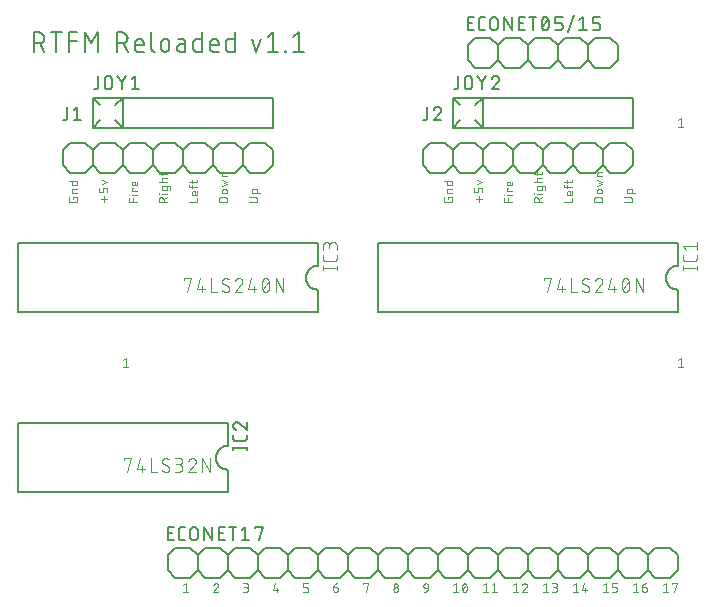
<source format=gbr>
G04 EAGLE Gerber RS-274X export*
G75*
%MOMM*%
%FSLAX34Y34*%
%LPD*%
%INSilkscreen Top*%
%IPPOS*%
%AMOC8*
5,1,8,0,0,1.08239X$1,22.5*%
G01*
%ADD10C,0.076200*%
%ADD11C,0.152400*%
%ADD12C,0.101600*%
%ADD13C,0.127000*%


D10*
X376527Y358846D02*
X376527Y360073D01*
X380619Y360073D01*
X380619Y357618D01*
X380617Y357540D01*
X380612Y357462D01*
X380602Y357385D01*
X380589Y357308D01*
X380573Y357232D01*
X380553Y357157D01*
X380529Y357083D01*
X380502Y357010D01*
X380471Y356938D01*
X380437Y356868D01*
X380400Y356800D01*
X380359Y356733D01*
X380315Y356668D01*
X380269Y356606D01*
X380219Y356546D01*
X380167Y356488D01*
X380112Y356433D01*
X380054Y356381D01*
X379994Y356331D01*
X379932Y356285D01*
X379867Y356241D01*
X379801Y356200D01*
X379732Y356163D01*
X379662Y356129D01*
X379590Y356098D01*
X379517Y356071D01*
X379443Y356047D01*
X379368Y356027D01*
X379292Y356011D01*
X379215Y355998D01*
X379138Y355988D01*
X379060Y355983D01*
X378982Y355981D01*
X374890Y355981D01*
X374810Y355983D01*
X374730Y355989D01*
X374650Y355999D01*
X374571Y356012D01*
X374492Y356030D01*
X374415Y356051D01*
X374339Y356077D01*
X374264Y356106D01*
X374190Y356138D01*
X374118Y356174D01*
X374048Y356214D01*
X373981Y356257D01*
X373915Y356303D01*
X373852Y356353D01*
X373791Y356405D01*
X373732Y356460D01*
X373677Y356519D01*
X373625Y356579D01*
X373575Y356643D01*
X373529Y356708D01*
X373486Y356776D01*
X373446Y356846D01*
X373410Y356918D01*
X373378Y356992D01*
X373349Y357066D01*
X373324Y357143D01*
X373302Y357220D01*
X373284Y357299D01*
X373271Y357378D01*
X373261Y357457D01*
X373255Y357538D01*
X373253Y357618D01*
X373253Y360073D01*
X375708Y363705D02*
X380619Y363705D01*
X375708Y363705D02*
X375708Y365752D01*
X375710Y365821D01*
X375716Y365889D01*
X375725Y365958D01*
X375739Y366025D01*
X375756Y366092D01*
X375777Y366158D01*
X375801Y366222D01*
X375830Y366285D01*
X375861Y366346D01*
X375896Y366405D01*
X375934Y366463D01*
X375976Y366518D01*
X376020Y366570D01*
X376068Y366620D01*
X376118Y366668D01*
X376170Y366712D01*
X376225Y366754D01*
X376283Y366792D01*
X376342Y366827D01*
X376403Y366858D01*
X376466Y366887D01*
X376530Y366911D01*
X376596Y366932D01*
X376663Y366949D01*
X376730Y366963D01*
X376799Y366972D01*
X376867Y366978D01*
X376936Y366980D01*
X376936Y366979D02*
X380619Y366979D01*
X380619Y373522D02*
X373253Y373522D01*
X380619Y373522D02*
X380619Y371476D01*
X380617Y371407D01*
X380611Y371339D01*
X380602Y371270D01*
X380588Y371203D01*
X380571Y371136D01*
X380550Y371070D01*
X380526Y371006D01*
X380497Y370943D01*
X380466Y370882D01*
X380431Y370823D01*
X380393Y370765D01*
X380351Y370710D01*
X380307Y370658D01*
X380259Y370608D01*
X380209Y370560D01*
X380157Y370516D01*
X380102Y370475D01*
X380044Y370436D01*
X379985Y370401D01*
X379924Y370370D01*
X379861Y370341D01*
X379797Y370317D01*
X379731Y370296D01*
X379664Y370279D01*
X379597Y370265D01*
X379529Y370256D01*
X379460Y370250D01*
X379391Y370248D01*
X376936Y370248D01*
X376867Y370250D01*
X376799Y370256D01*
X376730Y370265D01*
X376663Y370279D01*
X376596Y370296D01*
X376530Y370317D01*
X376466Y370341D01*
X376403Y370370D01*
X376342Y370401D01*
X376283Y370436D01*
X376225Y370474D01*
X376170Y370516D01*
X376118Y370560D01*
X376068Y370608D01*
X376020Y370658D01*
X375976Y370710D01*
X375934Y370765D01*
X375896Y370823D01*
X375861Y370882D01*
X375830Y370943D01*
X375801Y371006D01*
X375777Y371070D01*
X375756Y371136D01*
X375739Y371203D01*
X375725Y371270D01*
X375716Y371339D01*
X375710Y371407D01*
X375708Y371476D01*
X375708Y373522D01*
X59027Y360073D02*
X59027Y358846D01*
X59027Y360073D02*
X63119Y360073D01*
X63119Y357618D01*
X63117Y357540D01*
X63112Y357462D01*
X63102Y357385D01*
X63089Y357308D01*
X63073Y357232D01*
X63053Y357157D01*
X63029Y357083D01*
X63002Y357010D01*
X62971Y356938D01*
X62937Y356868D01*
X62900Y356800D01*
X62859Y356733D01*
X62815Y356668D01*
X62769Y356606D01*
X62719Y356546D01*
X62667Y356488D01*
X62612Y356433D01*
X62554Y356381D01*
X62494Y356331D01*
X62432Y356285D01*
X62367Y356241D01*
X62301Y356200D01*
X62232Y356163D01*
X62162Y356129D01*
X62090Y356098D01*
X62017Y356071D01*
X61943Y356047D01*
X61868Y356027D01*
X61792Y356011D01*
X61715Y355998D01*
X61638Y355988D01*
X61560Y355983D01*
X61482Y355981D01*
X57390Y355981D01*
X57310Y355983D01*
X57230Y355989D01*
X57150Y355999D01*
X57071Y356012D01*
X56992Y356030D01*
X56915Y356051D01*
X56839Y356077D01*
X56764Y356106D01*
X56690Y356138D01*
X56618Y356174D01*
X56548Y356214D01*
X56481Y356257D01*
X56415Y356303D01*
X56352Y356353D01*
X56291Y356405D01*
X56232Y356460D01*
X56177Y356519D01*
X56125Y356579D01*
X56075Y356643D01*
X56029Y356708D01*
X55986Y356776D01*
X55946Y356846D01*
X55910Y356918D01*
X55878Y356992D01*
X55849Y357066D01*
X55824Y357143D01*
X55802Y357220D01*
X55784Y357299D01*
X55771Y357378D01*
X55761Y357457D01*
X55755Y357538D01*
X55753Y357618D01*
X55753Y360073D01*
X58208Y363705D02*
X63119Y363705D01*
X58208Y363705D02*
X58208Y365752D01*
X58210Y365821D01*
X58216Y365889D01*
X58225Y365958D01*
X58239Y366025D01*
X58256Y366092D01*
X58277Y366158D01*
X58301Y366222D01*
X58330Y366285D01*
X58361Y366346D01*
X58396Y366405D01*
X58434Y366463D01*
X58476Y366518D01*
X58520Y366570D01*
X58568Y366620D01*
X58618Y366668D01*
X58670Y366712D01*
X58725Y366754D01*
X58783Y366792D01*
X58842Y366827D01*
X58903Y366858D01*
X58966Y366887D01*
X59030Y366911D01*
X59096Y366932D01*
X59163Y366949D01*
X59230Y366963D01*
X59299Y366972D01*
X59367Y366978D01*
X59436Y366980D01*
X59436Y366979D02*
X63119Y366979D01*
X63119Y373522D02*
X55753Y373522D01*
X63119Y373522D02*
X63119Y371476D01*
X63117Y371407D01*
X63111Y371339D01*
X63102Y371270D01*
X63088Y371203D01*
X63071Y371136D01*
X63050Y371070D01*
X63026Y371006D01*
X62997Y370943D01*
X62966Y370882D01*
X62931Y370823D01*
X62893Y370765D01*
X62851Y370710D01*
X62807Y370658D01*
X62759Y370608D01*
X62709Y370560D01*
X62657Y370516D01*
X62602Y370475D01*
X62544Y370436D01*
X62485Y370401D01*
X62424Y370370D01*
X62361Y370341D01*
X62297Y370317D01*
X62231Y370296D01*
X62164Y370279D01*
X62097Y370265D01*
X62029Y370256D01*
X61960Y370250D01*
X61891Y370248D01*
X59436Y370248D01*
X59367Y370250D01*
X59299Y370256D01*
X59230Y370265D01*
X59163Y370279D01*
X59096Y370296D01*
X59030Y370317D01*
X58966Y370341D01*
X58903Y370370D01*
X58842Y370401D01*
X58783Y370436D01*
X58725Y370474D01*
X58670Y370516D01*
X58618Y370560D01*
X58568Y370608D01*
X58520Y370658D01*
X58476Y370710D01*
X58434Y370765D01*
X58396Y370823D01*
X58361Y370882D01*
X58330Y370943D01*
X58301Y371006D01*
X58277Y371070D01*
X58256Y371136D01*
X58239Y371203D01*
X58225Y371270D01*
X58216Y371339D01*
X58210Y371407D01*
X58208Y371476D01*
X58208Y373522D01*
X85654Y360892D02*
X85654Y355981D01*
X83199Y358436D02*
X88110Y358436D01*
X88519Y364193D02*
X88519Y366648D01*
X88517Y366726D01*
X88512Y366804D01*
X88502Y366881D01*
X88489Y366958D01*
X88473Y367034D01*
X88453Y367109D01*
X88429Y367183D01*
X88402Y367256D01*
X88371Y367328D01*
X88337Y367398D01*
X88300Y367467D01*
X88259Y367533D01*
X88215Y367598D01*
X88169Y367660D01*
X88119Y367720D01*
X88067Y367778D01*
X88012Y367833D01*
X87954Y367885D01*
X87894Y367935D01*
X87832Y367981D01*
X87767Y368025D01*
X87701Y368066D01*
X87632Y368103D01*
X87562Y368137D01*
X87490Y368168D01*
X87417Y368195D01*
X87343Y368219D01*
X87268Y368239D01*
X87192Y368255D01*
X87115Y368268D01*
X87038Y368278D01*
X86960Y368283D01*
X86882Y368285D01*
X86064Y368285D01*
X85984Y368283D01*
X85904Y368277D01*
X85824Y368267D01*
X85745Y368254D01*
X85666Y368236D01*
X85589Y368215D01*
X85513Y368189D01*
X85438Y368160D01*
X85364Y368128D01*
X85292Y368092D01*
X85222Y368052D01*
X85155Y368009D01*
X85089Y367963D01*
X85026Y367913D01*
X84965Y367861D01*
X84906Y367806D01*
X84851Y367747D01*
X84799Y367687D01*
X84749Y367623D01*
X84703Y367557D01*
X84660Y367490D01*
X84620Y367420D01*
X84584Y367348D01*
X84552Y367274D01*
X84523Y367200D01*
X84497Y367123D01*
X84476Y367046D01*
X84458Y366967D01*
X84445Y366888D01*
X84435Y366808D01*
X84429Y366728D01*
X84427Y366648D01*
X84427Y364193D01*
X81153Y364193D01*
X81153Y368285D01*
X83608Y371186D02*
X88519Y372823D01*
X83608Y374460D01*
X403154Y360892D02*
X403154Y355981D01*
X400699Y358436D02*
X405610Y358436D01*
X406019Y364193D02*
X406019Y366648D01*
X406017Y366726D01*
X406012Y366804D01*
X406002Y366881D01*
X405989Y366958D01*
X405973Y367034D01*
X405953Y367109D01*
X405929Y367183D01*
X405902Y367256D01*
X405871Y367328D01*
X405837Y367398D01*
X405800Y367467D01*
X405759Y367533D01*
X405715Y367598D01*
X405669Y367660D01*
X405619Y367720D01*
X405567Y367778D01*
X405512Y367833D01*
X405454Y367885D01*
X405394Y367935D01*
X405332Y367981D01*
X405267Y368025D01*
X405201Y368066D01*
X405132Y368103D01*
X405062Y368137D01*
X404990Y368168D01*
X404917Y368195D01*
X404843Y368219D01*
X404768Y368239D01*
X404692Y368255D01*
X404615Y368268D01*
X404538Y368278D01*
X404460Y368283D01*
X404382Y368285D01*
X403564Y368285D01*
X403484Y368283D01*
X403404Y368277D01*
X403324Y368267D01*
X403245Y368254D01*
X403166Y368236D01*
X403089Y368215D01*
X403013Y368189D01*
X402938Y368160D01*
X402864Y368128D01*
X402792Y368092D01*
X402722Y368052D01*
X402655Y368009D01*
X402589Y367963D01*
X402526Y367913D01*
X402465Y367861D01*
X402406Y367806D01*
X402351Y367747D01*
X402299Y367687D01*
X402249Y367623D01*
X402203Y367557D01*
X402160Y367490D01*
X402120Y367420D01*
X402084Y367348D01*
X402052Y367274D01*
X402023Y367200D01*
X401997Y367123D01*
X401976Y367046D01*
X401958Y366967D01*
X401945Y366888D01*
X401935Y366808D01*
X401929Y366728D01*
X401927Y366648D01*
X401927Y364193D01*
X398653Y364193D01*
X398653Y368285D01*
X401108Y371186D02*
X406019Y372823D01*
X401108Y374460D01*
X113919Y355981D02*
X106553Y355981D01*
X106553Y359255D01*
X109827Y359255D02*
X109827Y355981D01*
X109008Y361913D02*
X113919Y361913D01*
X106962Y361708D02*
X106553Y361708D01*
X106553Y362117D01*
X106962Y362117D01*
X106962Y361708D01*
X109008Y365199D02*
X113919Y365199D01*
X109008Y365199D02*
X109008Y367654D01*
X109827Y367654D01*
X113919Y371257D02*
X113919Y373303D01*
X113919Y371257D02*
X113917Y371188D01*
X113911Y371120D01*
X113902Y371051D01*
X113888Y370984D01*
X113871Y370917D01*
X113850Y370851D01*
X113826Y370787D01*
X113797Y370724D01*
X113766Y370663D01*
X113731Y370604D01*
X113693Y370546D01*
X113651Y370491D01*
X113607Y370439D01*
X113559Y370389D01*
X113509Y370341D01*
X113457Y370297D01*
X113402Y370256D01*
X113344Y370217D01*
X113285Y370182D01*
X113224Y370151D01*
X113161Y370122D01*
X113097Y370098D01*
X113031Y370077D01*
X112964Y370060D01*
X112897Y370046D01*
X112829Y370037D01*
X112760Y370031D01*
X112691Y370029D01*
X110645Y370029D01*
X110566Y370031D01*
X110487Y370037D01*
X110408Y370046D01*
X110330Y370059D01*
X110253Y370077D01*
X110177Y370097D01*
X110102Y370122D01*
X110028Y370150D01*
X109955Y370181D01*
X109884Y370217D01*
X109815Y370255D01*
X109748Y370297D01*
X109683Y370342D01*
X109620Y370390D01*
X109559Y370441D01*
X109502Y370495D01*
X109446Y370551D01*
X109394Y370610D01*
X109344Y370672D01*
X109298Y370736D01*
X109254Y370802D01*
X109214Y370870D01*
X109178Y370940D01*
X109144Y371012D01*
X109114Y371086D01*
X109088Y371160D01*
X109065Y371236D01*
X109047Y371313D01*
X109031Y371390D01*
X109020Y371469D01*
X109012Y371547D01*
X109008Y371626D01*
X109008Y371706D01*
X109012Y371785D01*
X109020Y371863D01*
X109031Y371942D01*
X109047Y372019D01*
X109065Y372096D01*
X109088Y372172D01*
X109114Y372246D01*
X109144Y372320D01*
X109178Y372392D01*
X109214Y372462D01*
X109254Y372530D01*
X109298Y372596D01*
X109344Y372660D01*
X109394Y372722D01*
X109446Y372781D01*
X109502Y372837D01*
X109559Y372891D01*
X109620Y372942D01*
X109683Y372990D01*
X109748Y373035D01*
X109815Y373077D01*
X109884Y373115D01*
X109955Y373151D01*
X110028Y373182D01*
X110102Y373210D01*
X110177Y373235D01*
X110253Y373255D01*
X110330Y373273D01*
X110408Y373286D01*
X110487Y373295D01*
X110566Y373301D01*
X110645Y373303D01*
X111464Y373303D01*
X111464Y370029D01*
X424053Y355981D02*
X431419Y355981D01*
X424053Y355981D02*
X424053Y359255D01*
X427327Y359255D02*
X427327Y355981D01*
X426508Y361913D02*
X431419Y361913D01*
X424462Y361708D02*
X424053Y361708D01*
X424053Y362117D01*
X424462Y362117D01*
X424462Y361708D01*
X426508Y365199D02*
X431419Y365199D01*
X426508Y365199D02*
X426508Y367654D01*
X427327Y367654D01*
X431419Y371257D02*
X431419Y373303D01*
X431419Y371257D02*
X431417Y371188D01*
X431411Y371120D01*
X431402Y371051D01*
X431388Y370984D01*
X431371Y370917D01*
X431350Y370851D01*
X431326Y370787D01*
X431297Y370724D01*
X431266Y370663D01*
X431231Y370604D01*
X431193Y370546D01*
X431151Y370491D01*
X431107Y370439D01*
X431059Y370389D01*
X431009Y370341D01*
X430957Y370297D01*
X430902Y370256D01*
X430844Y370217D01*
X430785Y370182D01*
X430724Y370151D01*
X430661Y370122D01*
X430597Y370098D01*
X430531Y370077D01*
X430464Y370060D01*
X430397Y370046D01*
X430329Y370037D01*
X430260Y370031D01*
X430191Y370029D01*
X428145Y370029D01*
X428066Y370031D01*
X427987Y370037D01*
X427908Y370046D01*
X427830Y370059D01*
X427753Y370077D01*
X427677Y370097D01*
X427602Y370122D01*
X427528Y370150D01*
X427455Y370181D01*
X427384Y370217D01*
X427315Y370255D01*
X427248Y370297D01*
X427183Y370342D01*
X427120Y370390D01*
X427059Y370441D01*
X427002Y370495D01*
X426946Y370551D01*
X426894Y370610D01*
X426844Y370672D01*
X426798Y370736D01*
X426754Y370802D01*
X426714Y370870D01*
X426678Y370940D01*
X426644Y371012D01*
X426614Y371086D01*
X426588Y371160D01*
X426565Y371236D01*
X426547Y371313D01*
X426531Y371390D01*
X426520Y371469D01*
X426512Y371547D01*
X426508Y371626D01*
X426508Y371706D01*
X426512Y371785D01*
X426520Y371863D01*
X426531Y371942D01*
X426547Y372019D01*
X426565Y372096D01*
X426588Y372172D01*
X426614Y372246D01*
X426644Y372320D01*
X426678Y372392D01*
X426714Y372462D01*
X426754Y372530D01*
X426798Y372596D01*
X426844Y372660D01*
X426894Y372722D01*
X426946Y372781D01*
X427002Y372837D01*
X427059Y372891D01*
X427120Y372942D01*
X427183Y372990D01*
X427248Y373035D01*
X427315Y373077D01*
X427384Y373115D01*
X427455Y373151D01*
X427528Y373182D01*
X427602Y373210D01*
X427677Y373235D01*
X427753Y373255D01*
X427830Y373273D01*
X427908Y373286D01*
X427987Y373295D01*
X428066Y373301D01*
X428145Y373303D01*
X428964Y373303D01*
X428964Y370029D01*
X139319Y355981D02*
X131953Y355981D01*
X131953Y358027D01*
X131955Y358116D01*
X131961Y358205D01*
X131971Y358294D01*
X131984Y358382D01*
X132001Y358470D01*
X132023Y358557D01*
X132048Y358642D01*
X132076Y358727D01*
X132109Y358810D01*
X132145Y358892D01*
X132184Y358972D01*
X132227Y359050D01*
X132273Y359126D01*
X132323Y359201D01*
X132376Y359273D01*
X132432Y359342D01*
X132491Y359409D01*
X132552Y359474D01*
X132617Y359535D01*
X132684Y359594D01*
X132753Y359650D01*
X132825Y359703D01*
X132900Y359753D01*
X132976Y359799D01*
X133054Y359842D01*
X133134Y359881D01*
X133216Y359917D01*
X133299Y359950D01*
X133384Y359978D01*
X133469Y360003D01*
X133556Y360025D01*
X133644Y360042D01*
X133732Y360055D01*
X133821Y360065D01*
X133910Y360071D01*
X133999Y360073D01*
X134088Y360071D01*
X134177Y360065D01*
X134266Y360055D01*
X134354Y360042D01*
X134442Y360025D01*
X134529Y360003D01*
X134614Y359978D01*
X134699Y359950D01*
X134782Y359917D01*
X134864Y359881D01*
X134944Y359842D01*
X135022Y359799D01*
X135098Y359753D01*
X135173Y359703D01*
X135245Y359650D01*
X135314Y359594D01*
X135381Y359535D01*
X135446Y359474D01*
X135507Y359409D01*
X135566Y359342D01*
X135622Y359273D01*
X135675Y359201D01*
X135725Y359126D01*
X135771Y359050D01*
X135814Y358972D01*
X135853Y358892D01*
X135889Y358810D01*
X135922Y358727D01*
X135950Y358642D01*
X135975Y358557D01*
X135997Y358470D01*
X136014Y358382D01*
X136027Y358294D01*
X136037Y358205D01*
X136043Y358116D01*
X136045Y358027D01*
X136045Y355981D01*
X136045Y358436D02*
X139319Y360073D01*
X139319Y363097D02*
X134408Y363097D01*
X132362Y362892D02*
X131953Y362892D01*
X131953Y363301D01*
X132362Y363301D01*
X132362Y362892D01*
X139319Y367279D02*
X139319Y369325D01*
X139319Y367279D02*
X139317Y367210D01*
X139311Y367142D01*
X139302Y367073D01*
X139288Y367006D01*
X139271Y366939D01*
X139250Y366873D01*
X139226Y366809D01*
X139197Y366746D01*
X139166Y366685D01*
X139131Y366626D01*
X139093Y366568D01*
X139051Y366513D01*
X139007Y366461D01*
X138959Y366411D01*
X138909Y366363D01*
X138857Y366319D01*
X138802Y366278D01*
X138744Y366239D01*
X138685Y366204D01*
X138624Y366173D01*
X138561Y366144D01*
X138497Y366120D01*
X138431Y366099D01*
X138364Y366082D01*
X138297Y366068D01*
X138229Y366059D01*
X138160Y366053D01*
X138091Y366051D01*
X138091Y366052D02*
X135636Y366052D01*
X135636Y366051D02*
X135567Y366053D01*
X135499Y366059D01*
X135430Y366068D01*
X135363Y366082D01*
X135296Y366099D01*
X135230Y366120D01*
X135166Y366144D01*
X135103Y366173D01*
X135042Y366204D01*
X134983Y366239D01*
X134925Y366277D01*
X134870Y366319D01*
X134818Y366363D01*
X134768Y366411D01*
X134720Y366461D01*
X134676Y366513D01*
X134634Y366568D01*
X134596Y366626D01*
X134561Y366685D01*
X134530Y366746D01*
X134501Y366809D01*
X134477Y366873D01*
X134456Y366939D01*
X134439Y367006D01*
X134425Y367073D01*
X134416Y367142D01*
X134410Y367210D01*
X134408Y367279D01*
X134408Y369325D01*
X140547Y369325D01*
X140547Y369326D02*
X140616Y369324D01*
X140684Y369318D01*
X140753Y369309D01*
X140820Y369295D01*
X140887Y369278D01*
X140953Y369257D01*
X141017Y369233D01*
X141080Y369204D01*
X141141Y369173D01*
X141200Y369138D01*
X141258Y369100D01*
X141313Y369058D01*
X141365Y369014D01*
X141415Y368966D01*
X141463Y368916D01*
X141507Y368864D01*
X141549Y368809D01*
X141587Y368751D01*
X141622Y368692D01*
X141653Y368631D01*
X141682Y368568D01*
X141706Y368504D01*
X141727Y368438D01*
X141744Y368371D01*
X141758Y368304D01*
X141767Y368235D01*
X141773Y368167D01*
X141775Y368098D01*
X141774Y368098D02*
X141774Y366461D01*
X139319Y372920D02*
X131953Y372920D01*
X134408Y372920D02*
X134408Y374966D01*
X134410Y375035D01*
X134416Y375103D01*
X134425Y375172D01*
X134439Y375239D01*
X134456Y375306D01*
X134477Y375372D01*
X134501Y375436D01*
X134530Y375499D01*
X134561Y375560D01*
X134596Y375619D01*
X134634Y375677D01*
X134676Y375732D01*
X134720Y375784D01*
X134768Y375834D01*
X134818Y375882D01*
X134870Y375926D01*
X134925Y375968D01*
X134983Y376006D01*
X135042Y376041D01*
X135103Y376072D01*
X135166Y376101D01*
X135230Y376125D01*
X135296Y376146D01*
X135363Y376163D01*
X135430Y376177D01*
X135499Y376186D01*
X135567Y376192D01*
X135636Y376194D01*
X139319Y376194D01*
X134408Y378873D02*
X134408Y381329D01*
X131953Y379692D02*
X138091Y379692D01*
X138091Y379691D02*
X138160Y379693D01*
X138228Y379699D01*
X138297Y379708D01*
X138364Y379722D01*
X138431Y379739D01*
X138497Y379760D01*
X138561Y379784D01*
X138624Y379813D01*
X138685Y379844D01*
X138744Y379879D01*
X138802Y379917D01*
X138857Y379959D01*
X138909Y380003D01*
X138959Y380051D01*
X139007Y380101D01*
X139051Y380153D01*
X139093Y380208D01*
X139131Y380266D01*
X139166Y380325D01*
X139197Y380386D01*
X139226Y380449D01*
X139250Y380513D01*
X139271Y380579D01*
X139288Y380646D01*
X139302Y380713D01*
X139311Y380782D01*
X139317Y380850D01*
X139319Y380919D01*
X139319Y380920D02*
X139319Y381329D01*
X449453Y355981D02*
X456819Y355981D01*
X449453Y355981D02*
X449453Y358027D01*
X449455Y358116D01*
X449461Y358205D01*
X449471Y358294D01*
X449484Y358382D01*
X449501Y358470D01*
X449523Y358557D01*
X449548Y358642D01*
X449576Y358727D01*
X449609Y358810D01*
X449645Y358892D01*
X449684Y358972D01*
X449727Y359050D01*
X449773Y359126D01*
X449823Y359201D01*
X449876Y359273D01*
X449932Y359342D01*
X449991Y359409D01*
X450052Y359474D01*
X450117Y359535D01*
X450184Y359594D01*
X450253Y359650D01*
X450325Y359703D01*
X450400Y359753D01*
X450476Y359799D01*
X450554Y359842D01*
X450634Y359881D01*
X450716Y359917D01*
X450799Y359950D01*
X450884Y359978D01*
X450969Y360003D01*
X451056Y360025D01*
X451144Y360042D01*
X451232Y360055D01*
X451321Y360065D01*
X451410Y360071D01*
X451499Y360073D01*
X451588Y360071D01*
X451677Y360065D01*
X451766Y360055D01*
X451854Y360042D01*
X451942Y360025D01*
X452029Y360003D01*
X452114Y359978D01*
X452199Y359950D01*
X452282Y359917D01*
X452364Y359881D01*
X452444Y359842D01*
X452522Y359799D01*
X452598Y359753D01*
X452673Y359703D01*
X452745Y359650D01*
X452814Y359594D01*
X452881Y359535D01*
X452946Y359474D01*
X453007Y359409D01*
X453066Y359342D01*
X453122Y359273D01*
X453175Y359201D01*
X453225Y359126D01*
X453271Y359050D01*
X453314Y358972D01*
X453353Y358892D01*
X453389Y358810D01*
X453422Y358727D01*
X453450Y358642D01*
X453475Y358557D01*
X453497Y358470D01*
X453514Y358382D01*
X453527Y358294D01*
X453537Y358205D01*
X453543Y358116D01*
X453545Y358027D01*
X453545Y355981D01*
X453545Y358436D02*
X456819Y360073D01*
X456819Y363097D02*
X451908Y363097D01*
X449862Y362892D02*
X449453Y362892D01*
X449453Y363301D01*
X449862Y363301D01*
X449862Y362892D01*
X456819Y367279D02*
X456819Y369325D01*
X456819Y367279D02*
X456817Y367210D01*
X456811Y367142D01*
X456802Y367073D01*
X456788Y367006D01*
X456771Y366939D01*
X456750Y366873D01*
X456726Y366809D01*
X456697Y366746D01*
X456666Y366685D01*
X456631Y366626D01*
X456593Y366568D01*
X456551Y366513D01*
X456507Y366461D01*
X456459Y366411D01*
X456409Y366363D01*
X456357Y366319D01*
X456302Y366278D01*
X456244Y366239D01*
X456185Y366204D01*
X456124Y366173D01*
X456061Y366144D01*
X455997Y366120D01*
X455931Y366099D01*
X455864Y366082D01*
X455797Y366068D01*
X455729Y366059D01*
X455660Y366053D01*
X455591Y366051D01*
X455591Y366052D02*
X453136Y366052D01*
X453136Y366051D02*
X453067Y366053D01*
X452999Y366059D01*
X452930Y366068D01*
X452863Y366082D01*
X452796Y366099D01*
X452730Y366120D01*
X452666Y366144D01*
X452603Y366173D01*
X452542Y366204D01*
X452483Y366239D01*
X452425Y366277D01*
X452370Y366319D01*
X452318Y366363D01*
X452268Y366411D01*
X452220Y366461D01*
X452176Y366513D01*
X452134Y366568D01*
X452096Y366626D01*
X452061Y366685D01*
X452030Y366746D01*
X452001Y366809D01*
X451977Y366873D01*
X451956Y366939D01*
X451939Y367006D01*
X451925Y367073D01*
X451916Y367142D01*
X451910Y367210D01*
X451908Y367279D01*
X451908Y369325D01*
X458047Y369325D01*
X458047Y369326D02*
X458116Y369324D01*
X458184Y369318D01*
X458253Y369309D01*
X458320Y369295D01*
X458387Y369278D01*
X458453Y369257D01*
X458517Y369233D01*
X458580Y369204D01*
X458641Y369173D01*
X458700Y369138D01*
X458758Y369100D01*
X458813Y369058D01*
X458865Y369014D01*
X458915Y368966D01*
X458963Y368916D01*
X459007Y368864D01*
X459049Y368809D01*
X459087Y368751D01*
X459122Y368692D01*
X459153Y368631D01*
X459182Y368568D01*
X459206Y368504D01*
X459227Y368438D01*
X459244Y368371D01*
X459258Y368304D01*
X459267Y368235D01*
X459273Y368167D01*
X459275Y368098D01*
X459274Y368098D02*
X459274Y366461D01*
X456819Y372920D02*
X449453Y372920D01*
X451908Y372920D02*
X451908Y374966D01*
X451910Y375035D01*
X451916Y375103D01*
X451925Y375172D01*
X451939Y375239D01*
X451956Y375306D01*
X451977Y375372D01*
X452001Y375436D01*
X452030Y375499D01*
X452061Y375560D01*
X452096Y375619D01*
X452134Y375677D01*
X452176Y375732D01*
X452220Y375784D01*
X452268Y375834D01*
X452318Y375882D01*
X452370Y375926D01*
X452425Y375968D01*
X452483Y376006D01*
X452542Y376041D01*
X452603Y376072D01*
X452666Y376101D01*
X452730Y376125D01*
X452796Y376146D01*
X452863Y376163D01*
X452930Y376177D01*
X452999Y376186D01*
X453067Y376192D01*
X453136Y376194D01*
X456819Y376194D01*
X451908Y378873D02*
X451908Y381329D01*
X449453Y379692D02*
X455591Y379692D01*
X455591Y379691D02*
X455660Y379693D01*
X455728Y379699D01*
X455797Y379708D01*
X455864Y379722D01*
X455931Y379739D01*
X455997Y379760D01*
X456061Y379784D01*
X456124Y379813D01*
X456185Y379844D01*
X456244Y379879D01*
X456302Y379917D01*
X456357Y379959D01*
X456409Y380003D01*
X456459Y380051D01*
X456507Y380101D01*
X456551Y380153D01*
X456593Y380208D01*
X456631Y380266D01*
X456666Y380325D01*
X456697Y380386D01*
X456726Y380449D01*
X456750Y380513D01*
X456771Y380579D01*
X456788Y380646D01*
X456802Y380713D01*
X456811Y380782D01*
X456817Y380850D01*
X456819Y380919D01*
X456819Y380920D02*
X456819Y381329D01*
X500253Y355981D02*
X507619Y355981D01*
X500253Y355981D02*
X500253Y358027D01*
X500255Y358116D01*
X500261Y358205D01*
X500271Y358294D01*
X500284Y358382D01*
X500301Y358470D01*
X500323Y358557D01*
X500348Y358642D01*
X500376Y358727D01*
X500409Y358810D01*
X500445Y358892D01*
X500484Y358972D01*
X500527Y359050D01*
X500573Y359126D01*
X500623Y359201D01*
X500676Y359273D01*
X500732Y359342D01*
X500791Y359409D01*
X500852Y359474D01*
X500917Y359535D01*
X500984Y359594D01*
X501053Y359650D01*
X501125Y359703D01*
X501200Y359753D01*
X501276Y359799D01*
X501354Y359842D01*
X501434Y359881D01*
X501516Y359917D01*
X501599Y359950D01*
X501684Y359978D01*
X501769Y360003D01*
X501856Y360025D01*
X501944Y360042D01*
X502032Y360055D01*
X502121Y360065D01*
X502210Y360071D01*
X502299Y360073D01*
X505573Y360073D01*
X505662Y360071D01*
X505751Y360065D01*
X505840Y360055D01*
X505928Y360042D01*
X506016Y360025D01*
X506103Y360003D01*
X506188Y359978D01*
X506273Y359950D01*
X506356Y359917D01*
X506438Y359881D01*
X506518Y359842D01*
X506596Y359799D01*
X506672Y359753D01*
X506747Y359703D01*
X506819Y359650D01*
X506888Y359594D01*
X506955Y359535D01*
X507020Y359474D01*
X507081Y359409D01*
X507140Y359342D01*
X507196Y359273D01*
X507249Y359201D01*
X507299Y359126D01*
X507345Y359050D01*
X507388Y358972D01*
X507427Y358892D01*
X507463Y358810D01*
X507496Y358727D01*
X507524Y358642D01*
X507549Y358557D01*
X507571Y358470D01*
X507588Y358382D01*
X507601Y358294D01*
X507611Y358205D01*
X507617Y358116D01*
X507619Y358027D01*
X507619Y355981D01*
X505982Y363462D02*
X504345Y363462D01*
X504345Y363461D02*
X504266Y363463D01*
X504187Y363469D01*
X504108Y363478D01*
X504030Y363491D01*
X503953Y363509D01*
X503877Y363529D01*
X503802Y363554D01*
X503728Y363582D01*
X503655Y363613D01*
X503584Y363649D01*
X503515Y363687D01*
X503448Y363729D01*
X503383Y363774D01*
X503320Y363822D01*
X503259Y363873D01*
X503202Y363927D01*
X503146Y363983D01*
X503094Y364042D01*
X503044Y364104D01*
X502998Y364168D01*
X502954Y364234D01*
X502914Y364302D01*
X502878Y364372D01*
X502844Y364444D01*
X502814Y364518D01*
X502788Y364592D01*
X502765Y364668D01*
X502747Y364745D01*
X502731Y364822D01*
X502720Y364901D01*
X502712Y364979D01*
X502708Y365058D01*
X502708Y365138D01*
X502712Y365217D01*
X502720Y365295D01*
X502731Y365374D01*
X502747Y365451D01*
X502765Y365528D01*
X502788Y365604D01*
X502814Y365678D01*
X502844Y365752D01*
X502878Y365824D01*
X502914Y365894D01*
X502954Y365962D01*
X502998Y366028D01*
X503044Y366092D01*
X503094Y366154D01*
X503146Y366213D01*
X503202Y366269D01*
X503259Y366323D01*
X503320Y366374D01*
X503383Y366422D01*
X503448Y366467D01*
X503515Y366509D01*
X503584Y366547D01*
X503655Y366583D01*
X503728Y366614D01*
X503802Y366642D01*
X503877Y366667D01*
X503953Y366687D01*
X504030Y366705D01*
X504108Y366718D01*
X504187Y366727D01*
X504266Y366733D01*
X504345Y366735D01*
X505982Y366735D01*
X506061Y366733D01*
X506140Y366727D01*
X506219Y366718D01*
X506297Y366705D01*
X506374Y366687D01*
X506450Y366667D01*
X506525Y366642D01*
X506599Y366614D01*
X506672Y366583D01*
X506743Y366547D01*
X506812Y366509D01*
X506879Y366467D01*
X506944Y366422D01*
X507007Y366374D01*
X507068Y366323D01*
X507125Y366269D01*
X507181Y366213D01*
X507233Y366154D01*
X507283Y366092D01*
X507329Y366028D01*
X507373Y365962D01*
X507413Y365894D01*
X507449Y365824D01*
X507483Y365752D01*
X507513Y365678D01*
X507539Y365604D01*
X507562Y365528D01*
X507580Y365451D01*
X507596Y365374D01*
X507607Y365295D01*
X507615Y365217D01*
X507619Y365138D01*
X507619Y365058D01*
X507615Y364979D01*
X507607Y364901D01*
X507596Y364822D01*
X507580Y364745D01*
X507562Y364668D01*
X507539Y364592D01*
X507513Y364518D01*
X507483Y364444D01*
X507449Y364372D01*
X507413Y364302D01*
X507373Y364234D01*
X507329Y364168D01*
X507283Y364104D01*
X507233Y364042D01*
X507181Y363983D01*
X507125Y363927D01*
X507068Y363873D01*
X507007Y363822D01*
X506944Y363774D01*
X506879Y363729D01*
X506812Y363687D01*
X506743Y363649D01*
X506672Y363613D01*
X506599Y363582D01*
X506525Y363554D01*
X506450Y363529D01*
X506374Y363509D01*
X506297Y363491D01*
X506219Y363478D01*
X506140Y363469D01*
X506061Y363463D01*
X505982Y363461D01*
X502708Y369714D02*
X507619Y370942D01*
X504345Y372170D01*
X507619Y373397D01*
X502708Y374625D01*
X502708Y377848D02*
X507619Y377848D01*
X502708Y377848D02*
X502708Y379894D01*
X502710Y379963D01*
X502716Y380031D01*
X502725Y380100D01*
X502739Y380167D01*
X502756Y380234D01*
X502777Y380300D01*
X502801Y380364D01*
X502830Y380427D01*
X502861Y380488D01*
X502896Y380547D01*
X502934Y380605D01*
X502976Y380660D01*
X503020Y380712D01*
X503068Y380762D01*
X503118Y380810D01*
X503170Y380854D01*
X503225Y380896D01*
X503283Y380934D01*
X503342Y380969D01*
X503403Y381000D01*
X503466Y381029D01*
X503530Y381053D01*
X503596Y381074D01*
X503663Y381091D01*
X503730Y381105D01*
X503799Y381114D01*
X503867Y381120D01*
X503936Y381122D01*
X507619Y381122D01*
X190119Y355981D02*
X182753Y355981D01*
X182753Y358027D01*
X182755Y358116D01*
X182761Y358205D01*
X182771Y358294D01*
X182784Y358382D01*
X182801Y358470D01*
X182823Y358557D01*
X182848Y358642D01*
X182876Y358727D01*
X182909Y358810D01*
X182945Y358892D01*
X182984Y358972D01*
X183027Y359050D01*
X183073Y359126D01*
X183123Y359201D01*
X183176Y359273D01*
X183232Y359342D01*
X183291Y359409D01*
X183352Y359474D01*
X183417Y359535D01*
X183484Y359594D01*
X183553Y359650D01*
X183625Y359703D01*
X183700Y359753D01*
X183776Y359799D01*
X183854Y359842D01*
X183934Y359881D01*
X184016Y359917D01*
X184099Y359950D01*
X184184Y359978D01*
X184269Y360003D01*
X184356Y360025D01*
X184444Y360042D01*
X184532Y360055D01*
X184621Y360065D01*
X184710Y360071D01*
X184799Y360073D01*
X188073Y360073D01*
X188162Y360071D01*
X188251Y360065D01*
X188340Y360055D01*
X188428Y360042D01*
X188516Y360025D01*
X188603Y360003D01*
X188688Y359978D01*
X188773Y359950D01*
X188856Y359917D01*
X188938Y359881D01*
X189018Y359842D01*
X189096Y359799D01*
X189172Y359753D01*
X189247Y359703D01*
X189319Y359650D01*
X189388Y359594D01*
X189455Y359535D01*
X189520Y359474D01*
X189581Y359409D01*
X189640Y359342D01*
X189696Y359273D01*
X189749Y359201D01*
X189799Y359126D01*
X189845Y359050D01*
X189888Y358972D01*
X189927Y358892D01*
X189963Y358810D01*
X189996Y358727D01*
X190024Y358642D01*
X190049Y358557D01*
X190071Y358470D01*
X190088Y358382D01*
X190101Y358294D01*
X190111Y358205D01*
X190117Y358116D01*
X190119Y358027D01*
X190119Y355981D01*
X188482Y363462D02*
X186845Y363462D01*
X186845Y363461D02*
X186766Y363463D01*
X186687Y363469D01*
X186608Y363478D01*
X186530Y363491D01*
X186453Y363509D01*
X186377Y363529D01*
X186302Y363554D01*
X186228Y363582D01*
X186155Y363613D01*
X186084Y363649D01*
X186015Y363687D01*
X185948Y363729D01*
X185883Y363774D01*
X185820Y363822D01*
X185759Y363873D01*
X185702Y363927D01*
X185646Y363983D01*
X185594Y364042D01*
X185544Y364104D01*
X185498Y364168D01*
X185454Y364234D01*
X185414Y364302D01*
X185378Y364372D01*
X185344Y364444D01*
X185314Y364518D01*
X185288Y364592D01*
X185265Y364668D01*
X185247Y364745D01*
X185231Y364822D01*
X185220Y364901D01*
X185212Y364979D01*
X185208Y365058D01*
X185208Y365138D01*
X185212Y365217D01*
X185220Y365295D01*
X185231Y365374D01*
X185247Y365451D01*
X185265Y365528D01*
X185288Y365604D01*
X185314Y365678D01*
X185344Y365752D01*
X185378Y365824D01*
X185414Y365894D01*
X185454Y365962D01*
X185498Y366028D01*
X185544Y366092D01*
X185594Y366154D01*
X185646Y366213D01*
X185702Y366269D01*
X185759Y366323D01*
X185820Y366374D01*
X185883Y366422D01*
X185948Y366467D01*
X186015Y366509D01*
X186084Y366547D01*
X186155Y366583D01*
X186228Y366614D01*
X186302Y366642D01*
X186377Y366667D01*
X186453Y366687D01*
X186530Y366705D01*
X186608Y366718D01*
X186687Y366727D01*
X186766Y366733D01*
X186845Y366735D01*
X188482Y366735D01*
X188561Y366733D01*
X188640Y366727D01*
X188719Y366718D01*
X188797Y366705D01*
X188874Y366687D01*
X188950Y366667D01*
X189025Y366642D01*
X189099Y366614D01*
X189172Y366583D01*
X189243Y366547D01*
X189312Y366509D01*
X189379Y366467D01*
X189444Y366422D01*
X189507Y366374D01*
X189568Y366323D01*
X189625Y366269D01*
X189681Y366213D01*
X189733Y366154D01*
X189783Y366092D01*
X189829Y366028D01*
X189873Y365962D01*
X189913Y365894D01*
X189949Y365824D01*
X189983Y365752D01*
X190013Y365678D01*
X190039Y365604D01*
X190062Y365528D01*
X190080Y365451D01*
X190096Y365374D01*
X190107Y365295D01*
X190115Y365217D01*
X190119Y365138D01*
X190119Y365058D01*
X190115Y364979D01*
X190107Y364901D01*
X190096Y364822D01*
X190080Y364745D01*
X190062Y364668D01*
X190039Y364592D01*
X190013Y364518D01*
X189983Y364444D01*
X189949Y364372D01*
X189913Y364302D01*
X189873Y364234D01*
X189829Y364168D01*
X189783Y364104D01*
X189733Y364042D01*
X189681Y363983D01*
X189625Y363927D01*
X189568Y363873D01*
X189507Y363822D01*
X189444Y363774D01*
X189379Y363729D01*
X189312Y363687D01*
X189243Y363649D01*
X189172Y363613D01*
X189099Y363582D01*
X189025Y363554D01*
X188950Y363529D01*
X188874Y363509D01*
X188797Y363491D01*
X188719Y363478D01*
X188640Y363469D01*
X188561Y363463D01*
X188482Y363461D01*
X185208Y369714D02*
X190119Y370942D01*
X186845Y372170D01*
X190119Y373397D01*
X185208Y374625D01*
X185208Y377848D02*
X190119Y377848D01*
X185208Y377848D02*
X185208Y379894D01*
X185210Y379963D01*
X185216Y380031D01*
X185225Y380100D01*
X185239Y380167D01*
X185256Y380234D01*
X185277Y380300D01*
X185301Y380364D01*
X185330Y380427D01*
X185361Y380488D01*
X185396Y380547D01*
X185434Y380605D01*
X185476Y380660D01*
X185520Y380712D01*
X185568Y380762D01*
X185618Y380810D01*
X185670Y380854D01*
X185725Y380896D01*
X185783Y380934D01*
X185842Y380969D01*
X185903Y381000D01*
X185966Y381029D01*
X186030Y381053D01*
X186096Y381074D01*
X186163Y381091D01*
X186230Y381105D01*
X186299Y381114D01*
X186367Y381120D01*
X186436Y381122D01*
X190119Y381122D01*
X208153Y355981D02*
X213473Y355981D01*
X213562Y355983D01*
X213651Y355989D01*
X213740Y355999D01*
X213828Y356012D01*
X213916Y356029D01*
X214003Y356051D01*
X214088Y356076D01*
X214173Y356104D01*
X214256Y356137D01*
X214338Y356173D01*
X214418Y356212D01*
X214496Y356255D01*
X214572Y356301D01*
X214647Y356351D01*
X214719Y356404D01*
X214788Y356460D01*
X214855Y356519D01*
X214920Y356580D01*
X214981Y356645D01*
X215040Y356712D01*
X215096Y356781D01*
X215149Y356853D01*
X215199Y356928D01*
X215245Y357004D01*
X215288Y357082D01*
X215327Y357162D01*
X215363Y357244D01*
X215396Y357327D01*
X215424Y357412D01*
X215449Y357497D01*
X215471Y357584D01*
X215488Y357672D01*
X215501Y357760D01*
X215511Y357849D01*
X215517Y357938D01*
X215519Y358027D01*
X215517Y358116D01*
X215511Y358205D01*
X215501Y358294D01*
X215488Y358382D01*
X215471Y358470D01*
X215449Y358557D01*
X215424Y358642D01*
X215396Y358727D01*
X215363Y358810D01*
X215327Y358892D01*
X215288Y358972D01*
X215245Y359050D01*
X215199Y359126D01*
X215149Y359201D01*
X215096Y359273D01*
X215040Y359342D01*
X214981Y359409D01*
X214920Y359474D01*
X214855Y359535D01*
X214788Y359594D01*
X214719Y359650D01*
X214647Y359703D01*
X214572Y359753D01*
X214496Y359799D01*
X214418Y359842D01*
X214338Y359881D01*
X214256Y359917D01*
X214173Y359950D01*
X214088Y359978D01*
X214003Y360003D01*
X213916Y360025D01*
X213828Y360042D01*
X213740Y360055D01*
X213651Y360065D01*
X213562Y360071D01*
X213473Y360073D01*
X208153Y360073D01*
X210608Y363746D02*
X217974Y363746D01*
X210608Y363746D02*
X210608Y365792D01*
X210610Y365861D01*
X210616Y365929D01*
X210625Y365998D01*
X210639Y366065D01*
X210656Y366132D01*
X210677Y366198D01*
X210701Y366262D01*
X210730Y366325D01*
X210761Y366386D01*
X210796Y366445D01*
X210834Y366503D01*
X210876Y366558D01*
X210920Y366610D01*
X210968Y366660D01*
X211018Y366708D01*
X211070Y366752D01*
X211125Y366794D01*
X211183Y366832D01*
X211242Y366867D01*
X211303Y366898D01*
X211366Y366927D01*
X211430Y366951D01*
X211496Y366972D01*
X211563Y366989D01*
X211630Y367003D01*
X211699Y367012D01*
X211767Y367018D01*
X211836Y367020D01*
X214291Y367020D01*
X214360Y367018D01*
X214428Y367012D01*
X214497Y367003D01*
X214564Y366989D01*
X214631Y366972D01*
X214697Y366951D01*
X214761Y366927D01*
X214824Y366898D01*
X214885Y366867D01*
X214944Y366832D01*
X215002Y366794D01*
X215057Y366752D01*
X215109Y366708D01*
X215159Y366660D01*
X215207Y366610D01*
X215251Y366558D01*
X215293Y366503D01*
X215331Y366445D01*
X215366Y366386D01*
X215397Y366325D01*
X215426Y366262D01*
X215450Y366198D01*
X215471Y366132D01*
X215488Y366065D01*
X215502Y365998D01*
X215511Y365929D01*
X215517Y365861D01*
X215519Y365792D01*
X215519Y363746D01*
X525653Y355981D02*
X530973Y355981D01*
X531062Y355983D01*
X531151Y355989D01*
X531240Y355999D01*
X531328Y356012D01*
X531416Y356029D01*
X531503Y356051D01*
X531588Y356076D01*
X531673Y356104D01*
X531756Y356137D01*
X531838Y356173D01*
X531918Y356212D01*
X531996Y356255D01*
X532072Y356301D01*
X532147Y356351D01*
X532219Y356404D01*
X532288Y356460D01*
X532355Y356519D01*
X532420Y356580D01*
X532481Y356645D01*
X532540Y356712D01*
X532596Y356781D01*
X532649Y356853D01*
X532699Y356928D01*
X532745Y357004D01*
X532788Y357082D01*
X532827Y357162D01*
X532863Y357244D01*
X532896Y357327D01*
X532924Y357412D01*
X532949Y357497D01*
X532971Y357584D01*
X532988Y357672D01*
X533001Y357760D01*
X533011Y357849D01*
X533017Y357938D01*
X533019Y358027D01*
X533017Y358116D01*
X533011Y358205D01*
X533001Y358294D01*
X532988Y358382D01*
X532971Y358470D01*
X532949Y358557D01*
X532924Y358642D01*
X532896Y358727D01*
X532863Y358810D01*
X532827Y358892D01*
X532788Y358972D01*
X532745Y359050D01*
X532699Y359126D01*
X532649Y359201D01*
X532596Y359273D01*
X532540Y359342D01*
X532481Y359409D01*
X532420Y359474D01*
X532355Y359535D01*
X532288Y359594D01*
X532219Y359650D01*
X532147Y359703D01*
X532072Y359753D01*
X531996Y359799D01*
X531918Y359842D01*
X531838Y359881D01*
X531756Y359917D01*
X531673Y359950D01*
X531588Y359978D01*
X531503Y360003D01*
X531416Y360025D01*
X531328Y360042D01*
X531240Y360055D01*
X531151Y360065D01*
X531062Y360071D01*
X530973Y360073D01*
X525653Y360073D01*
X528108Y363746D02*
X535474Y363746D01*
X528108Y363746D02*
X528108Y365792D01*
X528110Y365861D01*
X528116Y365929D01*
X528125Y365998D01*
X528139Y366065D01*
X528156Y366132D01*
X528177Y366198D01*
X528201Y366262D01*
X528230Y366325D01*
X528261Y366386D01*
X528296Y366445D01*
X528334Y366503D01*
X528376Y366558D01*
X528420Y366610D01*
X528468Y366660D01*
X528518Y366708D01*
X528570Y366752D01*
X528625Y366794D01*
X528683Y366832D01*
X528742Y366867D01*
X528803Y366898D01*
X528866Y366927D01*
X528930Y366951D01*
X528996Y366972D01*
X529063Y366989D01*
X529130Y367003D01*
X529199Y367012D01*
X529267Y367018D01*
X529336Y367020D01*
X531791Y367020D01*
X531860Y367018D01*
X531928Y367012D01*
X531997Y367003D01*
X532064Y366989D01*
X532131Y366972D01*
X532197Y366951D01*
X532261Y366927D01*
X532324Y366898D01*
X532385Y366867D01*
X532444Y366832D01*
X532502Y366794D01*
X532557Y366752D01*
X532609Y366708D01*
X532659Y366660D01*
X532707Y366610D01*
X532751Y366558D01*
X532793Y366503D01*
X532831Y366445D01*
X532866Y366386D01*
X532897Y366325D01*
X532926Y366262D01*
X532950Y366198D01*
X532971Y366132D01*
X532988Y366065D01*
X533002Y365998D01*
X533011Y365929D01*
X533017Y365861D01*
X533019Y365792D01*
X533019Y363746D01*
X164719Y355981D02*
X157353Y355981D01*
X164719Y355981D02*
X164719Y359255D01*
X164719Y363210D02*
X164719Y365257D01*
X164719Y363210D02*
X164717Y363141D01*
X164711Y363073D01*
X164702Y363004D01*
X164688Y362937D01*
X164671Y362870D01*
X164650Y362804D01*
X164626Y362740D01*
X164597Y362677D01*
X164566Y362616D01*
X164531Y362557D01*
X164493Y362499D01*
X164451Y362444D01*
X164407Y362392D01*
X164359Y362342D01*
X164309Y362294D01*
X164257Y362250D01*
X164202Y362209D01*
X164144Y362170D01*
X164085Y362135D01*
X164024Y362104D01*
X163961Y362075D01*
X163897Y362051D01*
X163831Y362030D01*
X163764Y362013D01*
X163697Y361999D01*
X163629Y361990D01*
X163560Y361984D01*
X163491Y361982D01*
X163491Y361983D02*
X161445Y361983D01*
X161366Y361985D01*
X161287Y361991D01*
X161208Y362000D01*
X161130Y362013D01*
X161053Y362031D01*
X160977Y362051D01*
X160902Y362076D01*
X160828Y362104D01*
X160755Y362135D01*
X160684Y362171D01*
X160615Y362209D01*
X160548Y362251D01*
X160483Y362296D01*
X160420Y362344D01*
X160359Y362395D01*
X160302Y362449D01*
X160246Y362505D01*
X160194Y362564D01*
X160144Y362626D01*
X160098Y362690D01*
X160054Y362756D01*
X160014Y362824D01*
X159978Y362894D01*
X159944Y362966D01*
X159914Y363040D01*
X159888Y363114D01*
X159865Y363190D01*
X159847Y363267D01*
X159831Y363344D01*
X159820Y363423D01*
X159812Y363501D01*
X159808Y363580D01*
X159808Y363660D01*
X159812Y363739D01*
X159820Y363817D01*
X159831Y363896D01*
X159847Y363973D01*
X159865Y364050D01*
X159888Y364126D01*
X159914Y364200D01*
X159944Y364274D01*
X159978Y364346D01*
X160014Y364416D01*
X160054Y364484D01*
X160098Y364550D01*
X160144Y364614D01*
X160194Y364676D01*
X160246Y364735D01*
X160302Y364791D01*
X160359Y364845D01*
X160420Y364896D01*
X160483Y364944D01*
X160548Y364989D01*
X160615Y365031D01*
X160684Y365069D01*
X160755Y365105D01*
X160828Y365136D01*
X160902Y365164D01*
X160977Y365189D01*
X161053Y365209D01*
X161130Y365227D01*
X161208Y365240D01*
X161287Y365249D01*
X161366Y365255D01*
X161445Y365257D01*
X162264Y365257D01*
X162264Y361983D01*
X164719Y368716D02*
X158581Y368716D01*
X158512Y368718D01*
X158444Y368724D01*
X158375Y368733D01*
X158308Y368747D01*
X158241Y368764D01*
X158175Y368785D01*
X158111Y368809D01*
X158048Y368838D01*
X157987Y368869D01*
X157928Y368904D01*
X157870Y368942D01*
X157815Y368984D01*
X157763Y369028D01*
X157713Y369076D01*
X157665Y369126D01*
X157621Y369178D01*
X157580Y369233D01*
X157541Y369291D01*
X157506Y369350D01*
X157475Y369411D01*
X157446Y369474D01*
X157422Y369538D01*
X157401Y369604D01*
X157384Y369671D01*
X157370Y369738D01*
X157361Y369806D01*
X157355Y369875D01*
X157353Y369944D01*
X157353Y370353D01*
X159808Y370353D02*
X159808Y367898D01*
X159808Y371838D02*
X159808Y374293D01*
X157353Y372656D02*
X163491Y372656D01*
X163560Y372658D01*
X163628Y372664D01*
X163697Y372673D01*
X163764Y372687D01*
X163831Y372704D01*
X163897Y372725D01*
X163961Y372749D01*
X164024Y372778D01*
X164085Y372809D01*
X164144Y372844D01*
X164202Y372882D01*
X164257Y372924D01*
X164309Y372968D01*
X164359Y373016D01*
X164407Y373066D01*
X164451Y373118D01*
X164493Y373173D01*
X164531Y373231D01*
X164566Y373290D01*
X164597Y373351D01*
X164626Y373414D01*
X164650Y373478D01*
X164671Y373544D01*
X164688Y373611D01*
X164702Y373678D01*
X164711Y373747D01*
X164717Y373815D01*
X164719Y373884D01*
X164719Y374293D01*
X474853Y355981D02*
X482219Y355981D01*
X482219Y359255D01*
X482219Y363210D02*
X482219Y365257D01*
X482219Y363210D02*
X482217Y363141D01*
X482211Y363073D01*
X482202Y363004D01*
X482188Y362937D01*
X482171Y362870D01*
X482150Y362804D01*
X482126Y362740D01*
X482097Y362677D01*
X482066Y362616D01*
X482031Y362557D01*
X481993Y362499D01*
X481951Y362444D01*
X481907Y362392D01*
X481859Y362342D01*
X481809Y362294D01*
X481757Y362250D01*
X481702Y362209D01*
X481644Y362170D01*
X481585Y362135D01*
X481524Y362104D01*
X481461Y362075D01*
X481397Y362051D01*
X481331Y362030D01*
X481264Y362013D01*
X481197Y361999D01*
X481129Y361990D01*
X481060Y361984D01*
X480991Y361982D01*
X480991Y361983D02*
X478945Y361983D01*
X478866Y361985D01*
X478787Y361991D01*
X478708Y362000D01*
X478630Y362013D01*
X478553Y362031D01*
X478477Y362051D01*
X478402Y362076D01*
X478328Y362104D01*
X478255Y362135D01*
X478184Y362171D01*
X478115Y362209D01*
X478048Y362251D01*
X477983Y362296D01*
X477920Y362344D01*
X477859Y362395D01*
X477802Y362449D01*
X477746Y362505D01*
X477694Y362564D01*
X477644Y362626D01*
X477598Y362690D01*
X477554Y362756D01*
X477514Y362824D01*
X477478Y362894D01*
X477444Y362966D01*
X477414Y363040D01*
X477388Y363114D01*
X477365Y363190D01*
X477347Y363267D01*
X477331Y363344D01*
X477320Y363423D01*
X477312Y363501D01*
X477308Y363580D01*
X477308Y363660D01*
X477312Y363739D01*
X477320Y363817D01*
X477331Y363896D01*
X477347Y363973D01*
X477365Y364050D01*
X477388Y364126D01*
X477414Y364200D01*
X477444Y364274D01*
X477478Y364346D01*
X477514Y364416D01*
X477554Y364484D01*
X477598Y364550D01*
X477644Y364614D01*
X477694Y364676D01*
X477746Y364735D01*
X477802Y364791D01*
X477859Y364845D01*
X477920Y364896D01*
X477983Y364944D01*
X478048Y364989D01*
X478115Y365031D01*
X478184Y365069D01*
X478255Y365105D01*
X478328Y365136D01*
X478402Y365164D01*
X478477Y365189D01*
X478553Y365209D01*
X478630Y365227D01*
X478708Y365240D01*
X478787Y365249D01*
X478866Y365255D01*
X478945Y365257D01*
X479764Y365257D01*
X479764Y361983D01*
X482219Y368716D02*
X476081Y368716D01*
X476012Y368718D01*
X475944Y368724D01*
X475875Y368733D01*
X475808Y368747D01*
X475741Y368764D01*
X475675Y368785D01*
X475611Y368809D01*
X475548Y368838D01*
X475487Y368869D01*
X475428Y368904D01*
X475370Y368942D01*
X475315Y368984D01*
X475263Y369028D01*
X475213Y369076D01*
X475165Y369126D01*
X475121Y369178D01*
X475080Y369233D01*
X475041Y369291D01*
X475006Y369350D01*
X474975Y369411D01*
X474946Y369474D01*
X474922Y369538D01*
X474901Y369604D01*
X474884Y369671D01*
X474870Y369738D01*
X474861Y369806D01*
X474855Y369875D01*
X474853Y369944D01*
X474853Y370353D01*
X477308Y370353D02*
X477308Y367898D01*
X477308Y371838D02*
X477308Y374293D01*
X474853Y372656D02*
X480991Y372656D01*
X481060Y372658D01*
X481128Y372664D01*
X481197Y372673D01*
X481264Y372687D01*
X481331Y372704D01*
X481397Y372725D01*
X481461Y372749D01*
X481524Y372778D01*
X481585Y372809D01*
X481644Y372844D01*
X481702Y372882D01*
X481757Y372924D01*
X481809Y372968D01*
X481859Y373016D01*
X481907Y373066D01*
X481951Y373118D01*
X481993Y373173D01*
X482031Y373231D01*
X482066Y373290D01*
X482097Y373351D01*
X482126Y373414D01*
X482150Y373478D01*
X482171Y373544D01*
X482188Y373611D01*
X482202Y373678D01*
X482211Y373747D01*
X482217Y373815D01*
X482219Y373884D01*
X482219Y374293D01*
X561227Y33147D02*
X559181Y31510D01*
X561227Y33147D02*
X561227Y25781D01*
X559181Y25781D02*
X563273Y25781D01*
X566496Y32329D02*
X566496Y33147D01*
X570588Y33147D01*
X568542Y25781D01*
X154827Y33147D02*
X152781Y31510D01*
X154827Y33147D02*
X154827Y25781D01*
X152781Y25781D02*
X156873Y25781D01*
X180432Y33148D02*
X180517Y33146D01*
X180602Y33140D01*
X180686Y33130D01*
X180770Y33117D01*
X180854Y33099D01*
X180936Y33078D01*
X181017Y33053D01*
X181097Y33024D01*
X181176Y32991D01*
X181253Y32955D01*
X181328Y32915D01*
X181402Y32872D01*
X181473Y32826D01*
X181542Y32776D01*
X181609Y32723D01*
X181673Y32667D01*
X181734Y32608D01*
X181793Y32547D01*
X181849Y32483D01*
X181902Y32416D01*
X181952Y32347D01*
X181998Y32276D01*
X182041Y32202D01*
X182081Y32127D01*
X182117Y32050D01*
X182150Y31971D01*
X182179Y31891D01*
X182204Y31810D01*
X182225Y31728D01*
X182243Y31644D01*
X182256Y31560D01*
X182266Y31476D01*
X182272Y31391D01*
X182274Y31306D01*
X180432Y33147D02*
X180336Y33145D01*
X180240Y33139D01*
X180145Y33129D01*
X180050Y33116D01*
X179955Y33098D01*
X179862Y33077D01*
X179769Y33052D01*
X179678Y33023D01*
X179587Y32991D01*
X179498Y32955D01*
X179411Y32915D01*
X179325Y32872D01*
X179241Y32826D01*
X179159Y32776D01*
X179079Y32722D01*
X179002Y32666D01*
X178927Y32606D01*
X178854Y32544D01*
X178784Y32478D01*
X178716Y32410D01*
X178651Y32339D01*
X178590Y32266D01*
X178531Y32190D01*
X178475Y32111D01*
X178423Y32031D01*
X178374Y31948D01*
X178328Y31864D01*
X178286Y31778D01*
X178248Y31690D01*
X178213Y31601D01*
X178181Y31510D01*
X181659Y29874D02*
X181719Y29933D01*
X181776Y29995D01*
X181831Y30059D01*
X181882Y30126D01*
X181931Y30195D01*
X181977Y30265D01*
X182020Y30338D01*
X182060Y30412D01*
X182096Y30488D01*
X182129Y30566D01*
X182159Y30645D01*
X182186Y30725D01*
X182209Y30806D01*
X182228Y30888D01*
X182244Y30970D01*
X182257Y31054D01*
X182266Y31138D01*
X182271Y31222D01*
X182273Y31306D01*
X181659Y29873D02*
X178181Y25781D01*
X182273Y25781D01*
X203581Y25781D02*
X205627Y25781D01*
X205716Y25783D01*
X205805Y25789D01*
X205894Y25799D01*
X205982Y25812D01*
X206070Y25829D01*
X206157Y25851D01*
X206242Y25876D01*
X206327Y25904D01*
X206410Y25937D01*
X206492Y25973D01*
X206572Y26012D01*
X206650Y26055D01*
X206726Y26101D01*
X206801Y26151D01*
X206873Y26204D01*
X206942Y26260D01*
X207009Y26319D01*
X207074Y26380D01*
X207135Y26445D01*
X207194Y26512D01*
X207250Y26581D01*
X207303Y26653D01*
X207353Y26728D01*
X207399Y26804D01*
X207442Y26882D01*
X207481Y26962D01*
X207517Y27044D01*
X207550Y27127D01*
X207578Y27212D01*
X207603Y27297D01*
X207625Y27384D01*
X207642Y27472D01*
X207655Y27560D01*
X207665Y27649D01*
X207671Y27738D01*
X207673Y27827D01*
X207671Y27916D01*
X207665Y28005D01*
X207655Y28094D01*
X207642Y28182D01*
X207625Y28270D01*
X207603Y28357D01*
X207578Y28442D01*
X207550Y28527D01*
X207517Y28610D01*
X207481Y28692D01*
X207442Y28772D01*
X207399Y28850D01*
X207353Y28926D01*
X207303Y29001D01*
X207250Y29073D01*
X207194Y29142D01*
X207135Y29209D01*
X207074Y29274D01*
X207009Y29335D01*
X206942Y29394D01*
X206873Y29450D01*
X206801Y29503D01*
X206726Y29553D01*
X206650Y29599D01*
X206572Y29642D01*
X206492Y29681D01*
X206410Y29717D01*
X206327Y29750D01*
X206242Y29778D01*
X206157Y29803D01*
X206070Y29825D01*
X205982Y29842D01*
X205894Y29855D01*
X205805Y29865D01*
X205716Y29871D01*
X205627Y29873D01*
X206036Y33147D02*
X203581Y33147D01*
X206036Y33147D02*
X206115Y33145D01*
X206194Y33139D01*
X206273Y33130D01*
X206351Y33117D01*
X206428Y33099D01*
X206504Y33079D01*
X206579Y33054D01*
X206653Y33026D01*
X206726Y32995D01*
X206797Y32959D01*
X206866Y32921D01*
X206933Y32879D01*
X206998Y32834D01*
X207061Y32786D01*
X207122Y32735D01*
X207179Y32681D01*
X207235Y32625D01*
X207287Y32566D01*
X207337Y32504D01*
X207383Y32440D01*
X207427Y32374D01*
X207467Y32306D01*
X207503Y32236D01*
X207537Y32164D01*
X207567Y32090D01*
X207593Y32016D01*
X207616Y31940D01*
X207634Y31863D01*
X207650Y31786D01*
X207661Y31707D01*
X207669Y31629D01*
X207673Y31550D01*
X207673Y31470D01*
X207669Y31391D01*
X207661Y31313D01*
X207650Y31234D01*
X207634Y31157D01*
X207616Y31080D01*
X207593Y31004D01*
X207567Y30930D01*
X207537Y30856D01*
X207503Y30784D01*
X207467Y30714D01*
X207427Y30646D01*
X207383Y30580D01*
X207337Y30516D01*
X207287Y30454D01*
X207235Y30395D01*
X207179Y30339D01*
X207122Y30285D01*
X207061Y30234D01*
X206998Y30186D01*
X206933Y30141D01*
X206866Y30099D01*
X206797Y30061D01*
X206726Y30025D01*
X206653Y29994D01*
X206579Y29966D01*
X206504Y29941D01*
X206428Y29921D01*
X206351Y29903D01*
X206273Y29890D01*
X206194Y29881D01*
X206115Y29875D01*
X206036Y29873D01*
X204399Y29873D01*
X228981Y27418D02*
X230618Y33147D01*
X228981Y27418D02*
X233073Y27418D01*
X231846Y29055D02*
X231846Y25781D01*
X254381Y25781D02*
X256836Y25781D01*
X256914Y25783D01*
X256992Y25788D01*
X257069Y25798D01*
X257146Y25811D01*
X257222Y25827D01*
X257297Y25847D01*
X257371Y25871D01*
X257444Y25898D01*
X257516Y25929D01*
X257586Y25963D01*
X257655Y26000D01*
X257721Y26041D01*
X257786Y26085D01*
X257848Y26131D01*
X257908Y26181D01*
X257966Y26233D01*
X258021Y26288D01*
X258073Y26346D01*
X258123Y26406D01*
X258169Y26468D01*
X258213Y26533D01*
X258254Y26600D01*
X258291Y26668D01*
X258325Y26738D01*
X258356Y26810D01*
X258383Y26883D01*
X258407Y26957D01*
X258427Y27032D01*
X258443Y27108D01*
X258456Y27185D01*
X258466Y27262D01*
X258471Y27340D01*
X258473Y27418D01*
X258473Y28236D01*
X258471Y28314D01*
X258466Y28392D01*
X258456Y28469D01*
X258443Y28546D01*
X258427Y28622D01*
X258407Y28697D01*
X258383Y28771D01*
X258356Y28844D01*
X258325Y28916D01*
X258291Y28986D01*
X258254Y29055D01*
X258213Y29121D01*
X258169Y29186D01*
X258123Y29248D01*
X258073Y29308D01*
X258021Y29366D01*
X257966Y29421D01*
X257908Y29473D01*
X257848Y29523D01*
X257786Y29569D01*
X257721Y29613D01*
X257655Y29654D01*
X257586Y29691D01*
X257516Y29725D01*
X257444Y29756D01*
X257371Y29783D01*
X257297Y29807D01*
X257222Y29827D01*
X257146Y29843D01*
X257069Y29856D01*
X256992Y29866D01*
X256914Y29871D01*
X256836Y29873D01*
X254381Y29873D01*
X254381Y33147D01*
X258473Y33147D01*
X279781Y29873D02*
X282236Y29873D01*
X282314Y29871D01*
X282392Y29866D01*
X282469Y29856D01*
X282546Y29843D01*
X282622Y29827D01*
X282697Y29807D01*
X282771Y29783D01*
X282844Y29756D01*
X282916Y29725D01*
X282986Y29691D01*
X283055Y29654D01*
X283121Y29613D01*
X283186Y29569D01*
X283248Y29523D01*
X283308Y29473D01*
X283366Y29421D01*
X283421Y29366D01*
X283473Y29308D01*
X283523Y29248D01*
X283569Y29186D01*
X283613Y29121D01*
X283654Y29055D01*
X283691Y28986D01*
X283725Y28916D01*
X283756Y28844D01*
X283783Y28771D01*
X283807Y28697D01*
X283827Y28622D01*
X283843Y28546D01*
X283856Y28469D01*
X283866Y28392D01*
X283871Y28314D01*
X283873Y28236D01*
X283873Y27827D01*
X283871Y27738D01*
X283865Y27649D01*
X283855Y27560D01*
X283842Y27472D01*
X283825Y27384D01*
X283803Y27297D01*
X283778Y27212D01*
X283750Y27127D01*
X283717Y27044D01*
X283681Y26962D01*
X283642Y26882D01*
X283599Y26804D01*
X283553Y26728D01*
X283503Y26653D01*
X283450Y26581D01*
X283394Y26512D01*
X283335Y26445D01*
X283274Y26380D01*
X283209Y26319D01*
X283142Y26260D01*
X283073Y26204D01*
X283001Y26151D01*
X282926Y26101D01*
X282850Y26055D01*
X282772Y26012D01*
X282692Y25973D01*
X282610Y25937D01*
X282527Y25904D01*
X282442Y25876D01*
X282357Y25851D01*
X282270Y25829D01*
X282182Y25812D01*
X282094Y25799D01*
X282005Y25789D01*
X281916Y25783D01*
X281827Y25781D01*
X281738Y25783D01*
X281649Y25789D01*
X281560Y25799D01*
X281472Y25812D01*
X281384Y25829D01*
X281297Y25851D01*
X281212Y25876D01*
X281127Y25904D01*
X281044Y25937D01*
X280962Y25973D01*
X280882Y26012D01*
X280804Y26055D01*
X280728Y26101D01*
X280653Y26151D01*
X280581Y26204D01*
X280512Y26260D01*
X280445Y26319D01*
X280380Y26380D01*
X280319Y26445D01*
X280260Y26512D01*
X280204Y26581D01*
X280151Y26653D01*
X280101Y26728D01*
X280055Y26804D01*
X280012Y26882D01*
X279973Y26962D01*
X279937Y27044D01*
X279904Y27127D01*
X279876Y27212D01*
X279851Y27297D01*
X279829Y27384D01*
X279812Y27472D01*
X279799Y27560D01*
X279789Y27649D01*
X279783Y27738D01*
X279781Y27827D01*
X279781Y29873D01*
X279783Y29987D01*
X279789Y30101D01*
X279799Y30215D01*
X279813Y30329D01*
X279831Y30442D01*
X279853Y30554D01*
X279878Y30665D01*
X279908Y30775D01*
X279941Y30885D01*
X279978Y30993D01*
X280019Y31099D01*
X280064Y31205D01*
X280112Y31308D01*
X280164Y31410D01*
X280220Y31510D01*
X280278Y31608D01*
X280341Y31704D01*
X280406Y31797D01*
X280475Y31889D01*
X280547Y31977D01*
X280622Y32064D01*
X280700Y32147D01*
X280781Y32228D01*
X280864Y32306D01*
X280951Y32381D01*
X281039Y32453D01*
X281131Y32522D01*
X281224Y32587D01*
X281320Y32649D01*
X281418Y32708D01*
X281518Y32764D01*
X281620Y32816D01*
X281723Y32864D01*
X281829Y32909D01*
X281935Y32950D01*
X282043Y32987D01*
X282153Y33020D01*
X282263Y33050D01*
X282374Y33075D01*
X282486Y33097D01*
X282599Y33115D01*
X282713Y33129D01*
X282827Y33139D01*
X282941Y33145D01*
X283055Y33147D01*
X305181Y33147D02*
X305181Y32329D01*
X305181Y33147D02*
X309273Y33147D01*
X307227Y25781D01*
X330581Y27827D02*
X330583Y27916D01*
X330589Y28005D01*
X330599Y28094D01*
X330612Y28182D01*
X330629Y28270D01*
X330651Y28357D01*
X330676Y28442D01*
X330704Y28527D01*
X330737Y28610D01*
X330773Y28692D01*
X330812Y28772D01*
X330855Y28850D01*
X330901Y28926D01*
X330951Y29001D01*
X331004Y29073D01*
X331060Y29142D01*
X331119Y29209D01*
X331180Y29274D01*
X331245Y29335D01*
X331312Y29394D01*
X331381Y29450D01*
X331453Y29503D01*
X331528Y29553D01*
X331604Y29599D01*
X331682Y29642D01*
X331762Y29681D01*
X331844Y29717D01*
X331927Y29750D01*
X332012Y29778D01*
X332097Y29803D01*
X332184Y29825D01*
X332272Y29842D01*
X332360Y29855D01*
X332449Y29865D01*
X332538Y29871D01*
X332627Y29873D01*
X332716Y29871D01*
X332805Y29865D01*
X332894Y29855D01*
X332982Y29842D01*
X333070Y29825D01*
X333157Y29803D01*
X333242Y29778D01*
X333327Y29750D01*
X333410Y29717D01*
X333492Y29681D01*
X333572Y29642D01*
X333650Y29599D01*
X333726Y29553D01*
X333801Y29503D01*
X333873Y29450D01*
X333942Y29394D01*
X334009Y29335D01*
X334074Y29274D01*
X334135Y29209D01*
X334194Y29142D01*
X334250Y29073D01*
X334303Y29001D01*
X334353Y28926D01*
X334399Y28850D01*
X334442Y28772D01*
X334481Y28692D01*
X334517Y28610D01*
X334550Y28527D01*
X334578Y28442D01*
X334603Y28357D01*
X334625Y28270D01*
X334642Y28182D01*
X334655Y28094D01*
X334665Y28005D01*
X334671Y27916D01*
X334673Y27827D01*
X334671Y27738D01*
X334665Y27649D01*
X334655Y27560D01*
X334642Y27472D01*
X334625Y27384D01*
X334603Y27297D01*
X334578Y27212D01*
X334550Y27127D01*
X334517Y27044D01*
X334481Y26962D01*
X334442Y26882D01*
X334399Y26804D01*
X334353Y26728D01*
X334303Y26653D01*
X334250Y26581D01*
X334194Y26512D01*
X334135Y26445D01*
X334074Y26380D01*
X334009Y26319D01*
X333942Y26260D01*
X333873Y26204D01*
X333801Y26151D01*
X333726Y26101D01*
X333650Y26055D01*
X333572Y26012D01*
X333492Y25973D01*
X333410Y25937D01*
X333327Y25904D01*
X333242Y25876D01*
X333157Y25851D01*
X333070Y25829D01*
X332982Y25812D01*
X332894Y25799D01*
X332805Y25789D01*
X332716Y25783D01*
X332627Y25781D01*
X332538Y25783D01*
X332449Y25789D01*
X332360Y25799D01*
X332272Y25812D01*
X332184Y25829D01*
X332097Y25851D01*
X332012Y25876D01*
X331927Y25904D01*
X331844Y25937D01*
X331762Y25973D01*
X331682Y26012D01*
X331604Y26055D01*
X331528Y26101D01*
X331453Y26151D01*
X331381Y26204D01*
X331312Y26260D01*
X331245Y26319D01*
X331180Y26380D01*
X331119Y26445D01*
X331060Y26512D01*
X331004Y26581D01*
X330951Y26653D01*
X330901Y26728D01*
X330855Y26804D01*
X330812Y26882D01*
X330773Y26962D01*
X330737Y27044D01*
X330704Y27127D01*
X330676Y27212D01*
X330651Y27297D01*
X330629Y27384D01*
X330612Y27472D01*
X330599Y27560D01*
X330589Y27649D01*
X330583Y27738D01*
X330581Y27827D01*
X330990Y31510D02*
X330992Y31589D01*
X330998Y31668D01*
X331007Y31747D01*
X331020Y31825D01*
X331038Y31902D01*
X331058Y31978D01*
X331083Y32053D01*
X331111Y32127D01*
X331142Y32200D01*
X331178Y32271D01*
X331216Y32340D01*
X331258Y32407D01*
X331303Y32472D01*
X331351Y32535D01*
X331402Y32596D01*
X331456Y32653D01*
X331512Y32709D01*
X331571Y32761D01*
X331633Y32811D01*
X331697Y32857D01*
X331763Y32901D01*
X331831Y32941D01*
X331901Y32977D01*
X331973Y33011D01*
X332047Y33041D01*
X332121Y33067D01*
X332197Y33090D01*
X332274Y33108D01*
X332351Y33124D01*
X332430Y33135D01*
X332508Y33143D01*
X332587Y33147D01*
X332667Y33147D01*
X332746Y33143D01*
X332824Y33135D01*
X332903Y33124D01*
X332980Y33108D01*
X333057Y33090D01*
X333133Y33067D01*
X333207Y33041D01*
X333281Y33011D01*
X333353Y32977D01*
X333423Y32941D01*
X333491Y32901D01*
X333557Y32857D01*
X333621Y32811D01*
X333683Y32761D01*
X333742Y32709D01*
X333798Y32653D01*
X333852Y32596D01*
X333903Y32535D01*
X333951Y32472D01*
X333996Y32407D01*
X334038Y32340D01*
X334076Y32271D01*
X334112Y32200D01*
X334143Y32127D01*
X334171Y32053D01*
X334196Y31978D01*
X334216Y31902D01*
X334234Y31825D01*
X334247Y31747D01*
X334256Y31668D01*
X334262Y31589D01*
X334264Y31510D01*
X334262Y31431D01*
X334256Y31352D01*
X334247Y31273D01*
X334234Y31195D01*
X334216Y31118D01*
X334196Y31042D01*
X334171Y30967D01*
X334143Y30893D01*
X334112Y30820D01*
X334076Y30749D01*
X334038Y30680D01*
X333996Y30613D01*
X333951Y30548D01*
X333903Y30485D01*
X333852Y30424D01*
X333798Y30367D01*
X333742Y30311D01*
X333683Y30259D01*
X333621Y30209D01*
X333557Y30163D01*
X333491Y30119D01*
X333423Y30079D01*
X333353Y30043D01*
X333281Y30009D01*
X333207Y29979D01*
X333133Y29953D01*
X333057Y29930D01*
X332980Y29912D01*
X332903Y29896D01*
X332824Y29885D01*
X332746Y29877D01*
X332667Y29873D01*
X332587Y29873D01*
X332508Y29877D01*
X332430Y29885D01*
X332351Y29896D01*
X332274Y29912D01*
X332197Y29930D01*
X332121Y29953D01*
X332047Y29979D01*
X331973Y30009D01*
X331901Y30043D01*
X331831Y30079D01*
X331763Y30119D01*
X331697Y30163D01*
X331633Y30209D01*
X331571Y30259D01*
X331512Y30311D01*
X331456Y30367D01*
X331402Y30424D01*
X331351Y30485D01*
X331303Y30548D01*
X331258Y30613D01*
X331216Y30680D01*
X331178Y30749D01*
X331142Y30820D01*
X331111Y30893D01*
X331083Y30967D01*
X331058Y31042D01*
X331038Y31118D01*
X331020Y31195D01*
X331007Y31273D01*
X330998Y31352D01*
X330992Y31431D01*
X330990Y31510D01*
X357618Y29055D02*
X360073Y29055D01*
X357618Y29055D02*
X357540Y29057D01*
X357462Y29062D01*
X357385Y29072D01*
X357308Y29085D01*
X357232Y29101D01*
X357157Y29121D01*
X357083Y29145D01*
X357010Y29172D01*
X356938Y29203D01*
X356868Y29237D01*
X356799Y29274D01*
X356733Y29315D01*
X356668Y29359D01*
X356606Y29405D01*
X356546Y29455D01*
X356488Y29507D01*
X356433Y29562D01*
X356381Y29620D01*
X356331Y29680D01*
X356285Y29742D01*
X356241Y29807D01*
X356200Y29874D01*
X356163Y29942D01*
X356129Y30012D01*
X356098Y30084D01*
X356071Y30157D01*
X356047Y30231D01*
X356027Y30306D01*
X356011Y30382D01*
X355998Y30459D01*
X355988Y30536D01*
X355983Y30614D01*
X355981Y30692D01*
X355981Y31101D01*
X355983Y31190D01*
X355989Y31279D01*
X355999Y31368D01*
X356012Y31456D01*
X356029Y31544D01*
X356051Y31631D01*
X356076Y31716D01*
X356104Y31801D01*
X356137Y31884D01*
X356173Y31966D01*
X356212Y32046D01*
X356255Y32124D01*
X356301Y32200D01*
X356351Y32275D01*
X356404Y32347D01*
X356460Y32416D01*
X356519Y32483D01*
X356580Y32548D01*
X356645Y32609D01*
X356712Y32668D01*
X356781Y32724D01*
X356853Y32777D01*
X356928Y32827D01*
X357004Y32873D01*
X357082Y32916D01*
X357162Y32955D01*
X357244Y32991D01*
X357327Y33024D01*
X357412Y33052D01*
X357497Y33077D01*
X357584Y33099D01*
X357672Y33116D01*
X357760Y33129D01*
X357849Y33139D01*
X357938Y33145D01*
X358027Y33147D01*
X358116Y33145D01*
X358205Y33139D01*
X358294Y33129D01*
X358382Y33116D01*
X358470Y33099D01*
X358557Y33077D01*
X358642Y33052D01*
X358727Y33024D01*
X358810Y32991D01*
X358892Y32955D01*
X358972Y32916D01*
X359050Y32873D01*
X359126Y32827D01*
X359201Y32777D01*
X359273Y32724D01*
X359342Y32668D01*
X359409Y32609D01*
X359474Y32548D01*
X359535Y32483D01*
X359594Y32416D01*
X359650Y32347D01*
X359703Y32275D01*
X359753Y32200D01*
X359799Y32124D01*
X359842Y32046D01*
X359881Y31966D01*
X359917Y31884D01*
X359950Y31801D01*
X359978Y31716D01*
X360003Y31631D01*
X360025Y31544D01*
X360042Y31456D01*
X360055Y31368D01*
X360065Y31279D01*
X360071Y31190D01*
X360073Y31101D01*
X360073Y29055D01*
X360071Y28943D01*
X360065Y28832D01*
X360056Y28720D01*
X360043Y28609D01*
X360025Y28499D01*
X360005Y28389D01*
X359980Y28280D01*
X359952Y28172D01*
X359920Y28065D01*
X359884Y27959D01*
X359845Y27854D01*
X359802Y27751D01*
X359756Y27649D01*
X359706Y27549D01*
X359653Y27450D01*
X359596Y27354D01*
X359537Y27259D01*
X359474Y27167D01*
X359408Y27077D01*
X359339Y26989D01*
X359267Y26903D01*
X359192Y26820D01*
X359114Y26740D01*
X359034Y26662D01*
X358951Y26587D01*
X358865Y26515D01*
X358777Y26446D01*
X358687Y26380D01*
X358595Y26317D01*
X358500Y26258D01*
X358404Y26201D01*
X358305Y26148D01*
X358205Y26098D01*
X358103Y26052D01*
X358000Y26009D01*
X357895Y25970D01*
X357789Y25934D01*
X357682Y25902D01*
X357574Y25874D01*
X357465Y25849D01*
X357355Y25829D01*
X357245Y25811D01*
X357134Y25798D01*
X357022Y25789D01*
X356911Y25783D01*
X356799Y25781D01*
X381381Y31510D02*
X383427Y33147D01*
X383427Y25781D01*
X381381Y25781D02*
X385473Y25781D01*
X388697Y29464D02*
X388699Y29617D01*
X388705Y29770D01*
X388714Y29922D01*
X388728Y30075D01*
X388745Y30227D01*
X388766Y30378D01*
X388791Y30529D01*
X388820Y30679D01*
X388852Y30829D01*
X388889Y30977D01*
X388929Y31125D01*
X388972Y31272D01*
X389020Y31417D01*
X389071Y31561D01*
X389125Y31704D01*
X389184Y31846D01*
X389245Y31985D01*
X389311Y32124D01*
X389310Y32124D02*
X389336Y32194D01*
X389366Y32264D01*
X389399Y32331D01*
X389435Y32397D01*
X389474Y32461D01*
X389517Y32523D01*
X389563Y32582D01*
X389611Y32640D01*
X389662Y32694D01*
X389716Y32747D01*
X389773Y32796D01*
X389832Y32843D01*
X389893Y32886D01*
X389956Y32927D01*
X390021Y32964D01*
X390088Y32999D01*
X390157Y33029D01*
X390227Y33057D01*
X390298Y33080D01*
X390370Y33101D01*
X390443Y33117D01*
X390517Y33130D01*
X390592Y33140D01*
X390667Y33145D01*
X390742Y33147D01*
X390817Y33145D01*
X390892Y33140D01*
X390967Y33130D01*
X391041Y33117D01*
X391114Y33101D01*
X391186Y33080D01*
X391257Y33057D01*
X391327Y33029D01*
X391396Y32999D01*
X391463Y32964D01*
X391528Y32927D01*
X391591Y32886D01*
X391652Y32843D01*
X391711Y32796D01*
X391768Y32747D01*
X391822Y32694D01*
X391873Y32640D01*
X391922Y32582D01*
X391967Y32523D01*
X392010Y32461D01*
X392049Y32397D01*
X392086Y32331D01*
X392118Y32263D01*
X392148Y32194D01*
X392174Y32124D01*
X392239Y31986D01*
X392301Y31846D01*
X392359Y31704D01*
X392414Y31561D01*
X392465Y31417D01*
X392513Y31272D01*
X392556Y31125D01*
X392596Y30978D01*
X392633Y30829D01*
X392665Y30679D01*
X392694Y30529D01*
X392719Y30378D01*
X392740Y30227D01*
X392757Y30075D01*
X392771Y29922D01*
X392780Y29770D01*
X392786Y29617D01*
X392788Y29464D01*
X388696Y29464D02*
X388698Y29311D01*
X388704Y29158D01*
X388713Y29005D01*
X388727Y28853D01*
X388744Y28701D01*
X388765Y28550D01*
X388790Y28399D01*
X388819Y28248D01*
X388851Y28099D01*
X388888Y27950D01*
X388928Y27803D01*
X388971Y27656D01*
X389019Y27511D01*
X389070Y27366D01*
X389125Y27224D01*
X389183Y27082D01*
X389245Y26942D01*
X389310Y26804D01*
X389336Y26733D01*
X389366Y26664D01*
X389399Y26597D01*
X389435Y26531D01*
X389474Y26467D01*
X389517Y26405D01*
X389563Y26346D01*
X389611Y26288D01*
X389662Y26234D01*
X389716Y26181D01*
X389773Y26132D01*
X389832Y26085D01*
X389893Y26042D01*
X389956Y26001D01*
X390021Y25964D01*
X390088Y25929D01*
X390157Y25899D01*
X390227Y25871D01*
X390298Y25848D01*
X390370Y25827D01*
X390443Y25811D01*
X390517Y25798D01*
X390592Y25788D01*
X390667Y25783D01*
X390742Y25781D01*
X392174Y26804D02*
X392239Y26942D01*
X392301Y27082D01*
X392359Y27224D01*
X392414Y27367D01*
X392465Y27511D01*
X392513Y27656D01*
X392556Y27803D01*
X392596Y27951D01*
X392633Y28099D01*
X392665Y28249D01*
X392694Y28399D01*
X392719Y28550D01*
X392740Y28701D01*
X392757Y28853D01*
X392771Y29006D01*
X392780Y29158D01*
X392786Y29311D01*
X392788Y29464D01*
X392174Y26804D02*
X392148Y26734D01*
X392118Y26664D01*
X392086Y26597D01*
X392049Y26531D01*
X392010Y26467D01*
X391967Y26405D01*
X391921Y26346D01*
X391873Y26288D01*
X391822Y26234D01*
X391768Y26181D01*
X391711Y26132D01*
X391652Y26085D01*
X391591Y26042D01*
X391528Y26001D01*
X391463Y25964D01*
X391396Y25929D01*
X391327Y25899D01*
X391257Y25871D01*
X391186Y25848D01*
X391114Y25827D01*
X391041Y25811D01*
X390967Y25798D01*
X390892Y25788D01*
X390817Y25783D01*
X390742Y25781D01*
X389105Y27418D02*
X392379Y31510D01*
X406781Y31510D02*
X408827Y33147D01*
X408827Y25781D01*
X406781Y25781D02*
X410873Y25781D01*
X414096Y31510D02*
X416142Y33147D01*
X416142Y25781D01*
X414096Y25781D02*
X418188Y25781D01*
X432181Y31510D02*
X434227Y33147D01*
X434227Y25781D01*
X432181Y25781D02*
X436273Y25781D01*
X443589Y31306D02*
X443587Y31391D01*
X443581Y31476D01*
X443571Y31560D01*
X443558Y31644D01*
X443540Y31728D01*
X443519Y31810D01*
X443494Y31891D01*
X443465Y31971D01*
X443432Y32050D01*
X443396Y32127D01*
X443356Y32202D01*
X443313Y32276D01*
X443267Y32347D01*
X443217Y32416D01*
X443164Y32483D01*
X443108Y32547D01*
X443049Y32608D01*
X442988Y32667D01*
X442924Y32723D01*
X442857Y32776D01*
X442788Y32826D01*
X442717Y32872D01*
X442643Y32915D01*
X442568Y32955D01*
X442491Y32991D01*
X442412Y33024D01*
X442332Y33053D01*
X442251Y33078D01*
X442169Y33099D01*
X442085Y33117D01*
X442001Y33130D01*
X441917Y33140D01*
X441832Y33146D01*
X441747Y33148D01*
X441747Y33147D02*
X441651Y33145D01*
X441555Y33139D01*
X441460Y33129D01*
X441365Y33116D01*
X441270Y33098D01*
X441177Y33077D01*
X441084Y33052D01*
X440993Y33023D01*
X440902Y32991D01*
X440813Y32955D01*
X440726Y32915D01*
X440640Y32872D01*
X440556Y32826D01*
X440474Y32776D01*
X440394Y32722D01*
X440317Y32666D01*
X440242Y32606D01*
X440169Y32544D01*
X440099Y32478D01*
X440031Y32410D01*
X439966Y32339D01*
X439905Y32266D01*
X439846Y32190D01*
X439790Y32111D01*
X439738Y32031D01*
X439689Y31948D01*
X439643Y31864D01*
X439601Y31778D01*
X439563Y31690D01*
X439528Y31601D01*
X439496Y31510D01*
X442975Y29874D02*
X443035Y29933D01*
X443092Y29995D01*
X443147Y30059D01*
X443198Y30126D01*
X443247Y30195D01*
X443293Y30265D01*
X443336Y30338D01*
X443376Y30412D01*
X443412Y30488D01*
X443445Y30566D01*
X443475Y30645D01*
X443502Y30725D01*
X443525Y30806D01*
X443544Y30888D01*
X443560Y30970D01*
X443573Y31054D01*
X443582Y31138D01*
X443587Y31222D01*
X443589Y31306D01*
X442975Y29873D02*
X439496Y25781D01*
X443588Y25781D01*
X457581Y31510D02*
X459627Y33147D01*
X459627Y25781D01*
X457581Y25781D02*
X461673Y25781D01*
X464896Y25781D02*
X466942Y25781D01*
X467031Y25783D01*
X467120Y25789D01*
X467209Y25799D01*
X467297Y25812D01*
X467385Y25829D01*
X467472Y25851D01*
X467557Y25876D01*
X467642Y25904D01*
X467725Y25937D01*
X467807Y25973D01*
X467887Y26012D01*
X467965Y26055D01*
X468041Y26101D01*
X468116Y26151D01*
X468188Y26204D01*
X468257Y26260D01*
X468324Y26319D01*
X468389Y26380D01*
X468450Y26445D01*
X468509Y26512D01*
X468565Y26581D01*
X468618Y26653D01*
X468668Y26728D01*
X468714Y26804D01*
X468757Y26882D01*
X468796Y26962D01*
X468832Y27044D01*
X468865Y27127D01*
X468893Y27212D01*
X468918Y27297D01*
X468940Y27384D01*
X468957Y27472D01*
X468970Y27560D01*
X468980Y27649D01*
X468986Y27738D01*
X468988Y27827D01*
X468986Y27916D01*
X468980Y28005D01*
X468970Y28094D01*
X468957Y28182D01*
X468940Y28270D01*
X468918Y28357D01*
X468893Y28442D01*
X468865Y28527D01*
X468832Y28610D01*
X468796Y28692D01*
X468757Y28772D01*
X468714Y28850D01*
X468668Y28926D01*
X468618Y29001D01*
X468565Y29073D01*
X468509Y29142D01*
X468450Y29209D01*
X468389Y29274D01*
X468324Y29335D01*
X468257Y29394D01*
X468188Y29450D01*
X468116Y29503D01*
X468041Y29553D01*
X467965Y29599D01*
X467887Y29642D01*
X467807Y29681D01*
X467725Y29717D01*
X467642Y29750D01*
X467557Y29778D01*
X467472Y29803D01*
X467385Y29825D01*
X467297Y29842D01*
X467209Y29855D01*
X467120Y29865D01*
X467031Y29871D01*
X466942Y29873D01*
X467352Y33147D02*
X464896Y33147D01*
X467352Y33147D02*
X467431Y33145D01*
X467510Y33139D01*
X467589Y33130D01*
X467667Y33117D01*
X467744Y33099D01*
X467820Y33079D01*
X467895Y33054D01*
X467969Y33026D01*
X468042Y32995D01*
X468113Y32959D01*
X468182Y32921D01*
X468249Y32879D01*
X468314Y32834D01*
X468377Y32786D01*
X468438Y32735D01*
X468495Y32681D01*
X468551Y32625D01*
X468603Y32566D01*
X468653Y32504D01*
X468699Y32440D01*
X468743Y32374D01*
X468783Y32306D01*
X468819Y32236D01*
X468853Y32164D01*
X468883Y32090D01*
X468909Y32016D01*
X468932Y31940D01*
X468950Y31863D01*
X468966Y31786D01*
X468977Y31707D01*
X468985Y31629D01*
X468989Y31550D01*
X468989Y31470D01*
X468985Y31391D01*
X468977Y31313D01*
X468966Y31234D01*
X468950Y31157D01*
X468932Y31080D01*
X468909Y31004D01*
X468883Y30930D01*
X468853Y30856D01*
X468819Y30784D01*
X468783Y30714D01*
X468743Y30646D01*
X468699Y30580D01*
X468653Y30516D01*
X468603Y30454D01*
X468551Y30395D01*
X468495Y30339D01*
X468438Y30285D01*
X468377Y30234D01*
X468314Y30186D01*
X468249Y30141D01*
X468182Y30099D01*
X468113Y30061D01*
X468042Y30025D01*
X467969Y29994D01*
X467895Y29966D01*
X467820Y29941D01*
X467744Y29921D01*
X467667Y29903D01*
X467589Y29890D01*
X467510Y29881D01*
X467431Y29875D01*
X467352Y29873D01*
X465715Y29873D01*
X482981Y31510D02*
X485027Y33147D01*
X485027Y25781D01*
X482981Y25781D02*
X487073Y25781D01*
X490296Y27418D02*
X491933Y33147D01*
X490296Y27418D02*
X494388Y27418D01*
X493161Y29055D02*
X493161Y25781D01*
X508381Y31510D02*
X510427Y33147D01*
X510427Y25781D01*
X508381Y25781D02*
X512473Y25781D01*
X515696Y25781D02*
X518152Y25781D01*
X518230Y25783D01*
X518308Y25788D01*
X518385Y25798D01*
X518462Y25811D01*
X518538Y25827D01*
X518613Y25847D01*
X518687Y25871D01*
X518760Y25898D01*
X518832Y25929D01*
X518902Y25963D01*
X518971Y26000D01*
X519037Y26041D01*
X519102Y26085D01*
X519164Y26131D01*
X519224Y26181D01*
X519282Y26233D01*
X519337Y26288D01*
X519389Y26346D01*
X519439Y26406D01*
X519485Y26468D01*
X519529Y26533D01*
X519570Y26600D01*
X519607Y26668D01*
X519641Y26738D01*
X519672Y26810D01*
X519699Y26883D01*
X519723Y26957D01*
X519743Y27032D01*
X519759Y27108D01*
X519772Y27185D01*
X519782Y27262D01*
X519787Y27340D01*
X519789Y27418D01*
X519788Y27418D02*
X519788Y28236D01*
X519789Y28236D02*
X519787Y28314D01*
X519782Y28392D01*
X519772Y28469D01*
X519759Y28546D01*
X519743Y28622D01*
X519723Y28697D01*
X519699Y28771D01*
X519672Y28844D01*
X519641Y28916D01*
X519607Y28986D01*
X519570Y29055D01*
X519529Y29121D01*
X519485Y29186D01*
X519439Y29248D01*
X519389Y29308D01*
X519337Y29366D01*
X519282Y29421D01*
X519224Y29473D01*
X519164Y29523D01*
X519102Y29569D01*
X519037Y29613D01*
X518971Y29654D01*
X518902Y29691D01*
X518832Y29725D01*
X518760Y29756D01*
X518687Y29783D01*
X518613Y29807D01*
X518538Y29827D01*
X518462Y29843D01*
X518385Y29856D01*
X518308Y29866D01*
X518230Y29871D01*
X518152Y29873D01*
X515696Y29873D01*
X515696Y33147D01*
X519788Y33147D01*
X533781Y31510D02*
X535827Y33147D01*
X535827Y25781D01*
X533781Y25781D02*
X537873Y25781D01*
X541096Y29873D02*
X543552Y29873D01*
X543630Y29871D01*
X543708Y29866D01*
X543785Y29856D01*
X543862Y29843D01*
X543938Y29827D01*
X544013Y29807D01*
X544087Y29783D01*
X544160Y29756D01*
X544232Y29725D01*
X544302Y29691D01*
X544371Y29654D01*
X544437Y29613D01*
X544502Y29569D01*
X544564Y29523D01*
X544624Y29473D01*
X544682Y29421D01*
X544737Y29366D01*
X544789Y29308D01*
X544839Y29248D01*
X544885Y29186D01*
X544929Y29121D01*
X544970Y29055D01*
X545007Y28986D01*
X545041Y28916D01*
X545072Y28844D01*
X545099Y28771D01*
X545123Y28697D01*
X545143Y28622D01*
X545159Y28546D01*
X545172Y28469D01*
X545182Y28392D01*
X545187Y28314D01*
X545189Y28236D01*
X545188Y28236D02*
X545188Y27827D01*
X545186Y27738D01*
X545180Y27649D01*
X545170Y27560D01*
X545157Y27472D01*
X545140Y27384D01*
X545118Y27297D01*
X545093Y27212D01*
X545065Y27127D01*
X545032Y27044D01*
X544996Y26962D01*
X544957Y26882D01*
X544914Y26804D01*
X544868Y26728D01*
X544818Y26653D01*
X544765Y26581D01*
X544709Y26512D01*
X544650Y26445D01*
X544589Y26380D01*
X544524Y26319D01*
X544457Y26260D01*
X544388Y26204D01*
X544316Y26151D01*
X544241Y26101D01*
X544165Y26055D01*
X544087Y26012D01*
X544007Y25973D01*
X543925Y25937D01*
X543842Y25904D01*
X543757Y25876D01*
X543672Y25851D01*
X543585Y25829D01*
X543497Y25812D01*
X543409Y25799D01*
X543320Y25789D01*
X543231Y25783D01*
X543142Y25781D01*
X543053Y25783D01*
X542964Y25789D01*
X542875Y25799D01*
X542787Y25812D01*
X542699Y25829D01*
X542612Y25851D01*
X542527Y25876D01*
X542442Y25904D01*
X542359Y25937D01*
X542277Y25973D01*
X542197Y26012D01*
X542119Y26055D01*
X542043Y26101D01*
X541968Y26151D01*
X541896Y26204D01*
X541827Y26260D01*
X541760Y26319D01*
X541695Y26380D01*
X541634Y26445D01*
X541575Y26512D01*
X541519Y26581D01*
X541466Y26653D01*
X541416Y26728D01*
X541370Y26804D01*
X541327Y26882D01*
X541288Y26962D01*
X541252Y27044D01*
X541219Y27127D01*
X541191Y27212D01*
X541166Y27297D01*
X541144Y27384D01*
X541127Y27472D01*
X541114Y27560D01*
X541104Y27649D01*
X541098Y27738D01*
X541096Y27827D01*
X541096Y29873D01*
X541098Y29987D01*
X541104Y30101D01*
X541114Y30215D01*
X541128Y30329D01*
X541146Y30442D01*
X541168Y30554D01*
X541193Y30665D01*
X541223Y30775D01*
X541256Y30885D01*
X541293Y30993D01*
X541334Y31099D01*
X541379Y31205D01*
X541427Y31308D01*
X541479Y31410D01*
X541535Y31510D01*
X541593Y31608D01*
X541656Y31704D01*
X541721Y31797D01*
X541790Y31889D01*
X541862Y31977D01*
X541937Y32064D01*
X542015Y32147D01*
X542096Y32228D01*
X542179Y32306D01*
X542266Y32381D01*
X542354Y32453D01*
X542446Y32522D01*
X542539Y32587D01*
X542635Y32649D01*
X542733Y32708D01*
X542833Y32764D01*
X542935Y32816D01*
X543038Y32864D01*
X543144Y32909D01*
X543250Y32950D01*
X543358Y32987D01*
X543468Y33020D01*
X543578Y33050D01*
X543689Y33075D01*
X543801Y33097D01*
X543914Y33115D01*
X544028Y33129D01*
X544142Y33139D01*
X544256Y33145D01*
X544370Y33147D01*
X104027Y223647D02*
X101981Y222010D01*
X104027Y223647D02*
X104027Y216281D01*
X101981Y216281D02*
X106073Y216281D01*
X571881Y425210D02*
X573927Y426847D01*
X573927Y419481D01*
X571881Y419481D02*
X575973Y419481D01*
X573927Y223647D02*
X571881Y222010D01*
X573927Y223647D02*
X573927Y216281D01*
X571881Y216281D02*
X575973Y216281D01*
D11*
X26162Y483362D02*
X26162Y499618D01*
X30678Y499618D01*
X30811Y499616D01*
X30943Y499610D01*
X31075Y499600D01*
X31207Y499587D01*
X31339Y499569D01*
X31469Y499548D01*
X31600Y499523D01*
X31729Y499494D01*
X31857Y499461D01*
X31985Y499425D01*
X32111Y499385D01*
X32236Y499341D01*
X32360Y499293D01*
X32482Y499242D01*
X32603Y499187D01*
X32722Y499129D01*
X32840Y499067D01*
X32955Y499002D01*
X33069Y498933D01*
X33180Y498862D01*
X33289Y498786D01*
X33396Y498708D01*
X33501Y498627D01*
X33603Y498542D01*
X33703Y498455D01*
X33800Y498365D01*
X33895Y498272D01*
X33986Y498176D01*
X34075Y498078D01*
X34161Y497977D01*
X34244Y497873D01*
X34324Y497767D01*
X34400Y497659D01*
X34474Y497549D01*
X34544Y497436D01*
X34611Y497322D01*
X34674Y497205D01*
X34734Y497087D01*
X34791Y496967D01*
X34844Y496845D01*
X34893Y496722D01*
X34939Y496598D01*
X34981Y496472D01*
X35019Y496345D01*
X35054Y496217D01*
X35085Y496088D01*
X35112Y495959D01*
X35135Y495828D01*
X35155Y495697D01*
X35170Y495565D01*
X35182Y495433D01*
X35190Y495301D01*
X35194Y495168D01*
X35194Y495036D01*
X35190Y494903D01*
X35182Y494771D01*
X35170Y494639D01*
X35155Y494507D01*
X35135Y494376D01*
X35112Y494245D01*
X35085Y494116D01*
X35054Y493987D01*
X35019Y493859D01*
X34981Y493732D01*
X34939Y493606D01*
X34893Y493482D01*
X34844Y493359D01*
X34791Y493237D01*
X34734Y493117D01*
X34674Y492999D01*
X34611Y492882D01*
X34544Y492768D01*
X34474Y492655D01*
X34400Y492545D01*
X34324Y492437D01*
X34244Y492331D01*
X34161Y492227D01*
X34075Y492126D01*
X33986Y492028D01*
X33895Y491932D01*
X33800Y491839D01*
X33703Y491749D01*
X33603Y491662D01*
X33501Y491577D01*
X33396Y491496D01*
X33289Y491418D01*
X33180Y491342D01*
X33069Y491271D01*
X32955Y491202D01*
X32840Y491137D01*
X32722Y491075D01*
X32603Y491017D01*
X32482Y490962D01*
X32360Y490911D01*
X32236Y490863D01*
X32111Y490819D01*
X31985Y490779D01*
X31857Y490743D01*
X31729Y490710D01*
X31600Y490681D01*
X31469Y490656D01*
X31339Y490635D01*
X31207Y490617D01*
X31075Y490604D01*
X30943Y490594D01*
X30811Y490588D01*
X30678Y490586D01*
X30678Y490587D02*
X26162Y490587D01*
X31581Y490587D02*
X35193Y483362D01*
X45175Y483362D02*
X45175Y499618D01*
X40660Y499618D02*
X49691Y499618D01*
X55800Y499618D02*
X55800Y483362D01*
X55800Y499618D02*
X63024Y499618D01*
X63024Y492393D02*
X55800Y492393D01*
X69456Y499618D02*
X69456Y483362D01*
X74875Y490587D02*
X69456Y499618D01*
X74875Y490587D02*
X80293Y499618D01*
X80293Y483362D01*
X96503Y483362D02*
X96503Y499618D01*
X101018Y499618D01*
X101151Y499616D01*
X101283Y499610D01*
X101415Y499600D01*
X101547Y499587D01*
X101679Y499569D01*
X101809Y499548D01*
X101940Y499523D01*
X102069Y499494D01*
X102197Y499461D01*
X102325Y499425D01*
X102451Y499385D01*
X102576Y499341D01*
X102700Y499293D01*
X102822Y499242D01*
X102943Y499187D01*
X103062Y499129D01*
X103180Y499067D01*
X103295Y499002D01*
X103409Y498933D01*
X103520Y498862D01*
X103629Y498786D01*
X103736Y498708D01*
X103841Y498627D01*
X103943Y498542D01*
X104043Y498455D01*
X104140Y498365D01*
X104235Y498272D01*
X104326Y498176D01*
X104415Y498078D01*
X104501Y497977D01*
X104584Y497873D01*
X104664Y497767D01*
X104740Y497659D01*
X104814Y497549D01*
X104884Y497436D01*
X104951Y497322D01*
X105014Y497205D01*
X105074Y497087D01*
X105131Y496967D01*
X105184Y496845D01*
X105233Y496722D01*
X105279Y496598D01*
X105321Y496472D01*
X105359Y496345D01*
X105394Y496217D01*
X105425Y496088D01*
X105452Y495959D01*
X105475Y495828D01*
X105495Y495697D01*
X105510Y495565D01*
X105522Y495433D01*
X105530Y495301D01*
X105534Y495168D01*
X105534Y495036D01*
X105530Y494903D01*
X105522Y494771D01*
X105510Y494639D01*
X105495Y494507D01*
X105475Y494376D01*
X105452Y494245D01*
X105425Y494116D01*
X105394Y493987D01*
X105359Y493859D01*
X105321Y493732D01*
X105279Y493606D01*
X105233Y493482D01*
X105184Y493359D01*
X105131Y493237D01*
X105074Y493117D01*
X105014Y492999D01*
X104951Y492882D01*
X104884Y492768D01*
X104814Y492655D01*
X104740Y492545D01*
X104664Y492437D01*
X104584Y492331D01*
X104501Y492227D01*
X104415Y492126D01*
X104326Y492028D01*
X104235Y491932D01*
X104140Y491839D01*
X104043Y491749D01*
X103943Y491662D01*
X103841Y491577D01*
X103736Y491496D01*
X103629Y491418D01*
X103520Y491342D01*
X103409Y491271D01*
X103295Y491202D01*
X103180Y491137D01*
X103062Y491075D01*
X102943Y491017D01*
X102822Y490962D01*
X102700Y490911D01*
X102576Y490863D01*
X102451Y490819D01*
X102325Y490779D01*
X102197Y490743D01*
X102069Y490710D01*
X101940Y490681D01*
X101809Y490656D01*
X101679Y490635D01*
X101547Y490617D01*
X101415Y490604D01*
X101283Y490594D01*
X101151Y490588D01*
X101018Y490586D01*
X101018Y490587D02*
X96503Y490587D01*
X101921Y490587D02*
X105534Y483362D01*
X114613Y483362D02*
X119128Y483362D01*
X114613Y483362D02*
X114512Y483364D01*
X114411Y483370D01*
X114310Y483379D01*
X114209Y483392D01*
X114109Y483409D01*
X114010Y483430D01*
X113912Y483454D01*
X113815Y483482D01*
X113718Y483514D01*
X113623Y483549D01*
X113530Y483588D01*
X113438Y483630D01*
X113347Y483676D01*
X113259Y483725D01*
X113172Y483777D01*
X113087Y483833D01*
X113004Y483891D01*
X112924Y483953D01*
X112846Y484018D01*
X112770Y484085D01*
X112697Y484155D01*
X112627Y484228D01*
X112560Y484304D01*
X112495Y484382D01*
X112433Y484462D01*
X112375Y484545D01*
X112319Y484630D01*
X112267Y484717D01*
X112218Y484805D01*
X112172Y484896D01*
X112130Y484988D01*
X112091Y485081D01*
X112056Y485176D01*
X112024Y485273D01*
X111996Y485370D01*
X111972Y485468D01*
X111951Y485567D01*
X111934Y485667D01*
X111921Y485768D01*
X111912Y485869D01*
X111906Y485970D01*
X111904Y486071D01*
X111903Y486071D02*
X111903Y490587D01*
X111904Y490587D02*
X111906Y490706D01*
X111912Y490826D01*
X111922Y490945D01*
X111936Y491063D01*
X111953Y491182D01*
X111975Y491299D01*
X112000Y491416D01*
X112030Y491531D01*
X112063Y491646D01*
X112100Y491760D01*
X112140Y491872D01*
X112185Y491983D01*
X112233Y492092D01*
X112284Y492200D01*
X112339Y492306D01*
X112398Y492410D01*
X112460Y492512D01*
X112525Y492612D01*
X112594Y492710D01*
X112666Y492806D01*
X112741Y492899D01*
X112818Y492989D01*
X112899Y493077D01*
X112983Y493162D01*
X113070Y493244D01*
X113159Y493324D01*
X113251Y493400D01*
X113345Y493474D01*
X113442Y493544D01*
X113540Y493611D01*
X113641Y493675D01*
X113745Y493735D01*
X113850Y493792D01*
X113957Y493845D01*
X114065Y493895D01*
X114175Y493941D01*
X114287Y493983D01*
X114400Y494022D01*
X114514Y494057D01*
X114629Y494088D01*
X114746Y494116D01*
X114863Y494139D01*
X114980Y494159D01*
X115099Y494175D01*
X115218Y494187D01*
X115337Y494195D01*
X115456Y494199D01*
X115576Y494199D01*
X115695Y494195D01*
X115814Y494187D01*
X115933Y494175D01*
X116052Y494159D01*
X116169Y494139D01*
X116286Y494116D01*
X116403Y494088D01*
X116518Y494057D01*
X116632Y494022D01*
X116745Y493983D01*
X116857Y493941D01*
X116967Y493895D01*
X117075Y493845D01*
X117182Y493792D01*
X117287Y493735D01*
X117391Y493675D01*
X117492Y493611D01*
X117590Y493544D01*
X117687Y493474D01*
X117781Y493400D01*
X117873Y493324D01*
X117962Y493244D01*
X118049Y493162D01*
X118133Y493077D01*
X118214Y492989D01*
X118291Y492899D01*
X118366Y492806D01*
X118438Y492710D01*
X118507Y492612D01*
X118572Y492512D01*
X118634Y492410D01*
X118693Y492306D01*
X118748Y492200D01*
X118799Y492092D01*
X118847Y491983D01*
X118892Y491872D01*
X118932Y491760D01*
X118969Y491646D01*
X119002Y491531D01*
X119032Y491416D01*
X119057Y491299D01*
X119079Y491182D01*
X119096Y491063D01*
X119110Y490945D01*
X119120Y490826D01*
X119126Y490706D01*
X119128Y490587D01*
X119128Y488781D01*
X111903Y488781D01*
X125687Y486071D02*
X125687Y499618D01*
X125688Y486071D02*
X125690Y485970D01*
X125696Y485869D01*
X125705Y485768D01*
X125718Y485667D01*
X125735Y485567D01*
X125756Y485468D01*
X125780Y485370D01*
X125808Y485273D01*
X125840Y485176D01*
X125875Y485081D01*
X125914Y484988D01*
X125956Y484896D01*
X126002Y484805D01*
X126051Y484717D01*
X126103Y484630D01*
X126159Y484545D01*
X126217Y484462D01*
X126279Y484382D01*
X126344Y484304D01*
X126411Y484228D01*
X126481Y484155D01*
X126554Y484085D01*
X126630Y484018D01*
X126708Y483953D01*
X126788Y483891D01*
X126871Y483833D01*
X126956Y483777D01*
X127043Y483725D01*
X127131Y483676D01*
X127222Y483630D01*
X127314Y483588D01*
X127407Y483549D01*
X127502Y483514D01*
X127599Y483482D01*
X127696Y483454D01*
X127794Y483430D01*
X127893Y483409D01*
X127993Y483392D01*
X128094Y483379D01*
X128195Y483370D01*
X128296Y483364D01*
X128397Y483362D01*
X133787Y486974D02*
X133787Y490587D01*
X133789Y490706D01*
X133795Y490826D01*
X133805Y490945D01*
X133819Y491063D01*
X133836Y491182D01*
X133858Y491299D01*
X133883Y491416D01*
X133913Y491531D01*
X133946Y491646D01*
X133983Y491760D01*
X134023Y491872D01*
X134068Y491983D01*
X134116Y492092D01*
X134167Y492200D01*
X134222Y492306D01*
X134281Y492410D01*
X134343Y492512D01*
X134408Y492612D01*
X134477Y492710D01*
X134549Y492806D01*
X134624Y492899D01*
X134701Y492989D01*
X134782Y493077D01*
X134866Y493162D01*
X134953Y493244D01*
X135042Y493324D01*
X135134Y493400D01*
X135228Y493474D01*
X135325Y493544D01*
X135423Y493611D01*
X135524Y493675D01*
X135628Y493735D01*
X135733Y493792D01*
X135840Y493845D01*
X135948Y493895D01*
X136058Y493941D01*
X136170Y493983D01*
X136283Y494022D01*
X136397Y494057D01*
X136512Y494088D01*
X136629Y494116D01*
X136746Y494139D01*
X136863Y494159D01*
X136982Y494175D01*
X137101Y494187D01*
X137220Y494195D01*
X137339Y494199D01*
X137459Y494199D01*
X137578Y494195D01*
X137697Y494187D01*
X137816Y494175D01*
X137935Y494159D01*
X138052Y494139D01*
X138169Y494116D01*
X138286Y494088D01*
X138401Y494057D01*
X138515Y494022D01*
X138628Y493983D01*
X138740Y493941D01*
X138850Y493895D01*
X138958Y493845D01*
X139065Y493792D01*
X139170Y493735D01*
X139274Y493675D01*
X139375Y493611D01*
X139473Y493544D01*
X139570Y493474D01*
X139664Y493400D01*
X139756Y493324D01*
X139845Y493244D01*
X139932Y493162D01*
X140016Y493077D01*
X140097Y492989D01*
X140174Y492899D01*
X140249Y492806D01*
X140321Y492710D01*
X140390Y492612D01*
X140455Y492512D01*
X140517Y492410D01*
X140576Y492306D01*
X140631Y492200D01*
X140682Y492092D01*
X140730Y491983D01*
X140775Y491872D01*
X140815Y491760D01*
X140852Y491646D01*
X140885Y491531D01*
X140915Y491416D01*
X140940Y491299D01*
X140962Y491182D01*
X140979Y491063D01*
X140993Y490945D01*
X141003Y490826D01*
X141009Y490706D01*
X141011Y490587D01*
X141012Y490587D02*
X141012Y486974D01*
X141011Y486974D02*
X141009Y486855D01*
X141003Y486735D01*
X140993Y486616D01*
X140979Y486498D01*
X140962Y486379D01*
X140940Y486262D01*
X140915Y486145D01*
X140885Y486030D01*
X140852Y485915D01*
X140815Y485801D01*
X140775Y485689D01*
X140730Y485578D01*
X140682Y485469D01*
X140631Y485361D01*
X140576Y485255D01*
X140517Y485151D01*
X140455Y485049D01*
X140390Y484949D01*
X140321Y484851D01*
X140249Y484755D01*
X140174Y484662D01*
X140097Y484572D01*
X140016Y484484D01*
X139932Y484399D01*
X139845Y484317D01*
X139756Y484237D01*
X139664Y484161D01*
X139570Y484087D01*
X139473Y484017D01*
X139375Y483950D01*
X139274Y483886D01*
X139170Y483826D01*
X139065Y483769D01*
X138958Y483716D01*
X138850Y483666D01*
X138740Y483620D01*
X138628Y483578D01*
X138515Y483539D01*
X138401Y483504D01*
X138286Y483473D01*
X138169Y483445D01*
X138052Y483422D01*
X137935Y483402D01*
X137816Y483386D01*
X137697Y483374D01*
X137578Y483366D01*
X137459Y483362D01*
X137339Y483362D01*
X137220Y483366D01*
X137101Y483374D01*
X136982Y483386D01*
X136863Y483402D01*
X136746Y483422D01*
X136629Y483445D01*
X136512Y483473D01*
X136397Y483504D01*
X136283Y483539D01*
X136170Y483578D01*
X136058Y483620D01*
X135948Y483666D01*
X135840Y483716D01*
X135733Y483769D01*
X135628Y483826D01*
X135524Y483886D01*
X135423Y483950D01*
X135325Y484017D01*
X135228Y484087D01*
X135134Y484161D01*
X135042Y484237D01*
X134953Y484317D01*
X134866Y484399D01*
X134782Y484484D01*
X134701Y484572D01*
X134624Y484662D01*
X134549Y484755D01*
X134477Y484851D01*
X134408Y484949D01*
X134343Y485049D01*
X134281Y485151D01*
X134222Y485255D01*
X134167Y485361D01*
X134116Y485469D01*
X134068Y485578D01*
X134023Y485689D01*
X133983Y485801D01*
X133946Y485915D01*
X133913Y486030D01*
X133883Y486145D01*
X133858Y486262D01*
X133836Y486379D01*
X133819Y486498D01*
X133805Y486616D01*
X133795Y486735D01*
X133789Y486855D01*
X133787Y486974D01*
X150422Y489684D02*
X154486Y489684D01*
X150422Y489684D02*
X150310Y489682D01*
X150199Y489676D01*
X150088Y489666D01*
X149977Y489653D01*
X149867Y489635D01*
X149758Y489613D01*
X149649Y489588D01*
X149541Y489559D01*
X149435Y489526D01*
X149329Y489489D01*
X149225Y489449D01*
X149123Y489405D01*
X149022Y489357D01*
X148923Y489306D01*
X148825Y489251D01*
X148730Y489193D01*
X148637Y489132D01*
X148546Y489067D01*
X148457Y488999D01*
X148371Y488928D01*
X148288Y488855D01*
X148207Y488778D01*
X148128Y488698D01*
X148053Y488616D01*
X147981Y488531D01*
X147911Y488444D01*
X147845Y488354D01*
X147782Y488262D01*
X147722Y488167D01*
X147666Y488071D01*
X147613Y487973D01*
X147564Y487873D01*
X147518Y487771D01*
X147476Y487668D01*
X147437Y487563D01*
X147402Y487457D01*
X147371Y487350D01*
X147344Y487242D01*
X147320Y487133D01*
X147301Y487023D01*
X147285Y486913D01*
X147273Y486802D01*
X147265Y486690D01*
X147261Y486579D01*
X147261Y486467D01*
X147265Y486356D01*
X147273Y486244D01*
X147285Y486133D01*
X147301Y486023D01*
X147320Y485913D01*
X147344Y485804D01*
X147371Y485696D01*
X147402Y485589D01*
X147437Y485483D01*
X147476Y485378D01*
X147518Y485275D01*
X147564Y485173D01*
X147613Y485073D01*
X147666Y484975D01*
X147722Y484879D01*
X147782Y484784D01*
X147845Y484692D01*
X147911Y484602D01*
X147981Y484515D01*
X148053Y484430D01*
X148128Y484348D01*
X148207Y484268D01*
X148288Y484191D01*
X148371Y484118D01*
X148457Y484047D01*
X148546Y483979D01*
X148637Y483914D01*
X148730Y483853D01*
X148825Y483795D01*
X148923Y483740D01*
X149022Y483689D01*
X149123Y483641D01*
X149225Y483597D01*
X149329Y483557D01*
X149435Y483520D01*
X149541Y483487D01*
X149649Y483458D01*
X149758Y483433D01*
X149867Y483411D01*
X149977Y483393D01*
X150088Y483380D01*
X150199Y483370D01*
X150310Y483364D01*
X150422Y483362D01*
X154486Y483362D01*
X154486Y491490D01*
X154485Y491490D02*
X154483Y491591D01*
X154477Y491692D01*
X154468Y491793D01*
X154455Y491894D01*
X154438Y491994D01*
X154417Y492093D01*
X154393Y492191D01*
X154365Y492288D01*
X154333Y492385D01*
X154298Y492480D01*
X154259Y492573D01*
X154217Y492665D01*
X154171Y492756D01*
X154122Y492845D01*
X154070Y492931D01*
X154014Y493016D01*
X153956Y493099D01*
X153894Y493179D01*
X153829Y493257D01*
X153762Y493333D01*
X153692Y493406D01*
X153619Y493476D01*
X153543Y493543D01*
X153465Y493608D01*
X153385Y493670D01*
X153302Y493728D01*
X153217Y493784D01*
X153131Y493836D01*
X153042Y493885D01*
X152951Y493931D01*
X152859Y493973D01*
X152766Y494012D01*
X152671Y494047D01*
X152574Y494079D01*
X152477Y494107D01*
X152379Y494131D01*
X152280Y494152D01*
X152180Y494169D01*
X152079Y494182D01*
X151978Y494191D01*
X151877Y494197D01*
X151776Y494199D01*
X148164Y494199D01*
X168554Y499618D02*
X168554Y483362D01*
X164038Y483362D01*
X163937Y483364D01*
X163836Y483370D01*
X163735Y483379D01*
X163634Y483392D01*
X163534Y483409D01*
X163435Y483430D01*
X163337Y483454D01*
X163240Y483482D01*
X163143Y483514D01*
X163048Y483549D01*
X162955Y483588D01*
X162863Y483630D01*
X162772Y483676D01*
X162684Y483725D01*
X162597Y483777D01*
X162512Y483833D01*
X162429Y483891D01*
X162349Y483953D01*
X162271Y484018D01*
X162195Y484085D01*
X162122Y484155D01*
X162052Y484228D01*
X161985Y484304D01*
X161920Y484382D01*
X161858Y484462D01*
X161800Y484545D01*
X161744Y484630D01*
X161692Y484717D01*
X161643Y484805D01*
X161597Y484896D01*
X161555Y484988D01*
X161516Y485081D01*
X161481Y485176D01*
X161449Y485273D01*
X161421Y485370D01*
X161397Y485468D01*
X161376Y485567D01*
X161359Y485667D01*
X161346Y485768D01*
X161337Y485869D01*
X161331Y485970D01*
X161329Y486071D01*
X161329Y491490D01*
X161331Y491591D01*
X161337Y491692D01*
X161346Y491793D01*
X161359Y491894D01*
X161376Y491994D01*
X161397Y492093D01*
X161421Y492191D01*
X161449Y492288D01*
X161481Y492385D01*
X161516Y492480D01*
X161555Y492573D01*
X161597Y492665D01*
X161643Y492756D01*
X161692Y492845D01*
X161744Y492931D01*
X161800Y493016D01*
X161858Y493099D01*
X161920Y493179D01*
X161985Y493257D01*
X162052Y493333D01*
X162122Y493406D01*
X162195Y493476D01*
X162271Y493543D01*
X162349Y493608D01*
X162429Y493670D01*
X162512Y493728D01*
X162597Y493784D01*
X162684Y493836D01*
X162772Y493885D01*
X162863Y493931D01*
X162955Y493973D01*
X163048Y494012D01*
X163143Y494047D01*
X163240Y494079D01*
X163337Y494107D01*
X163435Y494131D01*
X163534Y494152D01*
X163634Y494169D01*
X163735Y494182D01*
X163836Y494191D01*
X163937Y494197D01*
X164038Y494199D01*
X168554Y494199D01*
X178180Y483362D02*
X182695Y483362D01*
X178180Y483362D02*
X178079Y483364D01*
X177978Y483370D01*
X177877Y483379D01*
X177776Y483392D01*
X177676Y483409D01*
X177577Y483430D01*
X177479Y483454D01*
X177382Y483482D01*
X177285Y483514D01*
X177190Y483549D01*
X177097Y483588D01*
X177005Y483630D01*
X176914Y483676D01*
X176826Y483725D01*
X176739Y483777D01*
X176654Y483833D01*
X176571Y483891D01*
X176491Y483953D01*
X176413Y484018D01*
X176337Y484085D01*
X176264Y484155D01*
X176194Y484228D01*
X176127Y484304D01*
X176062Y484382D01*
X176000Y484462D01*
X175942Y484545D01*
X175886Y484630D01*
X175834Y484717D01*
X175785Y484805D01*
X175739Y484896D01*
X175697Y484988D01*
X175658Y485081D01*
X175623Y485176D01*
X175591Y485273D01*
X175563Y485370D01*
X175539Y485468D01*
X175518Y485567D01*
X175501Y485667D01*
X175488Y485768D01*
X175479Y485869D01*
X175473Y485970D01*
X175471Y486071D01*
X175470Y486071D02*
X175470Y490587D01*
X175471Y490587D02*
X175473Y490706D01*
X175479Y490826D01*
X175489Y490945D01*
X175503Y491063D01*
X175520Y491182D01*
X175542Y491299D01*
X175567Y491416D01*
X175597Y491531D01*
X175630Y491646D01*
X175667Y491760D01*
X175707Y491872D01*
X175752Y491983D01*
X175800Y492092D01*
X175851Y492200D01*
X175906Y492306D01*
X175965Y492410D01*
X176027Y492512D01*
X176092Y492612D01*
X176161Y492710D01*
X176233Y492806D01*
X176308Y492899D01*
X176385Y492989D01*
X176466Y493077D01*
X176550Y493162D01*
X176637Y493244D01*
X176726Y493324D01*
X176818Y493400D01*
X176912Y493474D01*
X177009Y493544D01*
X177107Y493611D01*
X177208Y493675D01*
X177312Y493735D01*
X177417Y493792D01*
X177524Y493845D01*
X177632Y493895D01*
X177742Y493941D01*
X177854Y493983D01*
X177967Y494022D01*
X178081Y494057D01*
X178196Y494088D01*
X178313Y494116D01*
X178430Y494139D01*
X178547Y494159D01*
X178666Y494175D01*
X178785Y494187D01*
X178904Y494195D01*
X179023Y494199D01*
X179143Y494199D01*
X179262Y494195D01*
X179381Y494187D01*
X179500Y494175D01*
X179619Y494159D01*
X179736Y494139D01*
X179853Y494116D01*
X179970Y494088D01*
X180085Y494057D01*
X180199Y494022D01*
X180312Y493983D01*
X180424Y493941D01*
X180534Y493895D01*
X180642Y493845D01*
X180749Y493792D01*
X180854Y493735D01*
X180958Y493675D01*
X181059Y493611D01*
X181157Y493544D01*
X181254Y493474D01*
X181348Y493400D01*
X181440Y493324D01*
X181529Y493244D01*
X181616Y493162D01*
X181700Y493077D01*
X181781Y492989D01*
X181858Y492899D01*
X181933Y492806D01*
X182005Y492710D01*
X182074Y492612D01*
X182139Y492512D01*
X182201Y492410D01*
X182260Y492306D01*
X182315Y492200D01*
X182366Y492092D01*
X182414Y491983D01*
X182459Y491872D01*
X182499Y491760D01*
X182536Y491646D01*
X182569Y491531D01*
X182599Y491416D01*
X182624Y491299D01*
X182646Y491182D01*
X182663Y491063D01*
X182677Y490945D01*
X182687Y490826D01*
X182693Y490706D01*
X182695Y490587D01*
X182695Y488781D01*
X175470Y488781D01*
X196169Y483362D02*
X196169Y499618D01*
X196169Y483362D02*
X191653Y483362D01*
X191552Y483364D01*
X191451Y483370D01*
X191350Y483379D01*
X191249Y483392D01*
X191149Y483409D01*
X191050Y483430D01*
X190952Y483454D01*
X190855Y483482D01*
X190758Y483514D01*
X190663Y483549D01*
X190570Y483588D01*
X190478Y483630D01*
X190387Y483676D01*
X190299Y483725D01*
X190212Y483777D01*
X190127Y483833D01*
X190044Y483891D01*
X189964Y483953D01*
X189886Y484018D01*
X189810Y484085D01*
X189737Y484155D01*
X189667Y484228D01*
X189600Y484304D01*
X189535Y484382D01*
X189473Y484462D01*
X189415Y484545D01*
X189359Y484630D01*
X189307Y484717D01*
X189258Y484805D01*
X189212Y484896D01*
X189170Y484988D01*
X189131Y485081D01*
X189096Y485176D01*
X189064Y485273D01*
X189036Y485370D01*
X189012Y485468D01*
X188991Y485567D01*
X188974Y485667D01*
X188961Y485768D01*
X188952Y485869D01*
X188946Y485970D01*
X188944Y486071D01*
X188944Y491490D01*
X188946Y491591D01*
X188952Y491692D01*
X188961Y491793D01*
X188974Y491894D01*
X188991Y491994D01*
X189012Y492093D01*
X189036Y492191D01*
X189064Y492288D01*
X189096Y492385D01*
X189131Y492480D01*
X189170Y492573D01*
X189212Y492665D01*
X189258Y492756D01*
X189307Y492845D01*
X189359Y492931D01*
X189415Y493016D01*
X189473Y493099D01*
X189535Y493179D01*
X189600Y493257D01*
X189667Y493333D01*
X189737Y493406D01*
X189810Y493476D01*
X189886Y493543D01*
X189964Y493608D01*
X190044Y493670D01*
X190127Y493728D01*
X190212Y493784D01*
X190299Y493836D01*
X190387Y493885D01*
X190478Y493931D01*
X190570Y493973D01*
X190663Y494012D01*
X190758Y494047D01*
X190855Y494079D01*
X190952Y494107D01*
X191050Y494131D01*
X191149Y494152D01*
X191249Y494169D01*
X191350Y494182D01*
X191451Y494191D01*
X191552Y494197D01*
X191653Y494199D01*
X196169Y494199D01*
X210901Y494199D02*
X214513Y483362D01*
X218126Y494199D01*
X224066Y496006D02*
X228581Y499618D01*
X228581Y483362D01*
X224066Y483362D02*
X233097Y483362D01*
X239072Y483362D02*
X239072Y484265D01*
X239975Y484265D01*
X239975Y483362D01*
X239072Y483362D01*
X245950Y496006D02*
X250465Y499618D01*
X250465Y483362D01*
X245950Y483362D02*
X254981Y483362D01*
D12*
X152908Y291592D02*
X152908Y290294D01*
X152908Y291592D02*
X159399Y291592D01*
X156154Y279908D01*
X164338Y282504D02*
X166934Y291592D01*
X164338Y282504D02*
X170829Y282504D01*
X168882Y285101D02*
X168882Y279908D01*
X176172Y279908D02*
X176172Y291592D01*
X176172Y279908D02*
X181364Y279908D01*
X189188Y279908D02*
X189287Y279910D01*
X189387Y279916D01*
X189486Y279925D01*
X189584Y279938D01*
X189682Y279955D01*
X189780Y279976D01*
X189876Y280001D01*
X189971Y280029D01*
X190065Y280061D01*
X190158Y280096D01*
X190250Y280135D01*
X190340Y280178D01*
X190428Y280223D01*
X190515Y280273D01*
X190599Y280325D01*
X190682Y280381D01*
X190762Y280439D01*
X190840Y280501D01*
X190915Y280566D01*
X190988Y280634D01*
X191058Y280704D01*
X191126Y280777D01*
X191191Y280852D01*
X191253Y280930D01*
X191311Y281010D01*
X191367Y281093D01*
X191419Y281177D01*
X191469Y281264D01*
X191514Y281352D01*
X191557Y281442D01*
X191596Y281534D01*
X191631Y281627D01*
X191663Y281721D01*
X191691Y281816D01*
X191716Y281912D01*
X191737Y282010D01*
X191754Y282108D01*
X191767Y282206D01*
X191776Y282305D01*
X191782Y282405D01*
X191784Y282504D01*
X189188Y279908D02*
X189044Y279910D01*
X188899Y279916D01*
X188755Y279925D01*
X188612Y279938D01*
X188468Y279955D01*
X188325Y279976D01*
X188183Y280001D01*
X188042Y280029D01*
X187901Y280061D01*
X187761Y280097D01*
X187622Y280136D01*
X187484Y280179D01*
X187348Y280226D01*
X187212Y280276D01*
X187078Y280330D01*
X186946Y280387D01*
X186815Y280448D01*
X186686Y280512D01*
X186558Y280580D01*
X186432Y280650D01*
X186308Y280725D01*
X186187Y280802D01*
X186067Y280883D01*
X185949Y280966D01*
X185834Y281053D01*
X185721Y281143D01*
X185610Y281236D01*
X185502Y281331D01*
X185396Y281430D01*
X185293Y281531D01*
X185618Y288996D02*
X185620Y289095D01*
X185626Y289195D01*
X185635Y289294D01*
X185648Y289392D01*
X185665Y289490D01*
X185686Y289588D01*
X185711Y289684D01*
X185739Y289779D01*
X185771Y289873D01*
X185806Y289966D01*
X185845Y290058D01*
X185888Y290148D01*
X185933Y290236D01*
X185983Y290323D01*
X186035Y290407D01*
X186091Y290490D01*
X186149Y290570D01*
X186211Y290648D01*
X186276Y290723D01*
X186344Y290796D01*
X186414Y290866D01*
X186487Y290934D01*
X186562Y290999D01*
X186640Y291061D01*
X186720Y291119D01*
X186803Y291175D01*
X186887Y291227D01*
X186974Y291277D01*
X187062Y291322D01*
X187152Y291365D01*
X187244Y291404D01*
X187337Y291439D01*
X187431Y291471D01*
X187526Y291499D01*
X187623Y291524D01*
X187720Y291545D01*
X187818Y291562D01*
X187916Y291575D01*
X188015Y291584D01*
X188115Y291590D01*
X188214Y291592D01*
X188350Y291590D01*
X188486Y291584D01*
X188622Y291575D01*
X188758Y291562D01*
X188893Y291544D01*
X189027Y291524D01*
X189161Y291499D01*
X189295Y291471D01*
X189427Y291438D01*
X189558Y291403D01*
X189689Y291363D01*
X189818Y291320D01*
X189946Y291274D01*
X190072Y291223D01*
X190198Y291170D01*
X190321Y291112D01*
X190443Y291052D01*
X190563Y290988D01*
X190682Y290920D01*
X190798Y290850D01*
X190912Y290776D01*
X191025Y290699D01*
X191135Y290618D01*
X186915Y286724D02*
X186829Y286777D01*
X186745Y286834D01*
X186663Y286893D01*
X186583Y286956D01*
X186506Y287022D01*
X186431Y287090D01*
X186359Y287162D01*
X186290Y287236D01*
X186224Y287313D01*
X186161Y287392D01*
X186101Y287474D01*
X186044Y287558D01*
X185990Y287644D01*
X185940Y287732D01*
X185893Y287822D01*
X185849Y287913D01*
X185810Y288007D01*
X185773Y288101D01*
X185741Y288197D01*
X185712Y288295D01*
X185687Y288393D01*
X185666Y288492D01*
X185648Y288592D01*
X185635Y288692D01*
X185625Y288793D01*
X185619Y288895D01*
X185617Y288996D01*
X190486Y284776D02*
X190572Y284723D01*
X190656Y284666D01*
X190738Y284607D01*
X190818Y284544D01*
X190895Y284478D01*
X190970Y284410D01*
X191042Y284338D01*
X191111Y284264D01*
X191177Y284187D01*
X191240Y284108D01*
X191300Y284026D01*
X191357Y283942D01*
X191411Y283856D01*
X191461Y283768D01*
X191508Y283678D01*
X191552Y283587D01*
X191591Y283493D01*
X191628Y283399D01*
X191660Y283303D01*
X191689Y283205D01*
X191714Y283107D01*
X191735Y283008D01*
X191753Y282908D01*
X191766Y282808D01*
X191776Y282707D01*
X191782Y282605D01*
X191784Y282504D01*
X190486Y284776D02*
X186916Y286724D01*
X199912Y291592D02*
X200019Y291590D01*
X200125Y291584D01*
X200231Y291574D01*
X200337Y291561D01*
X200443Y291543D01*
X200547Y291522D01*
X200651Y291497D01*
X200754Y291468D01*
X200855Y291436D01*
X200955Y291399D01*
X201054Y291359D01*
X201152Y291316D01*
X201248Y291269D01*
X201342Y291218D01*
X201434Y291164D01*
X201524Y291107D01*
X201612Y291047D01*
X201697Y290983D01*
X201780Y290916D01*
X201861Y290846D01*
X201939Y290774D01*
X202015Y290698D01*
X202087Y290620D01*
X202157Y290539D01*
X202224Y290456D01*
X202288Y290371D01*
X202348Y290283D01*
X202405Y290193D01*
X202459Y290101D01*
X202510Y290007D01*
X202557Y289911D01*
X202600Y289813D01*
X202640Y289714D01*
X202677Y289614D01*
X202709Y289513D01*
X202738Y289410D01*
X202763Y289306D01*
X202784Y289202D01*
X202802Y289096D01*
X202815Y288990D01*
X202825Y288884D01*
X202831Y288778D01*
X202833Y288671D01*
X199912Y291592D02*
X199791Y291590D01*
X199670Y291584D01*
X199550Y291574D01*
X199429Y291561D01*
X199310Y291543D01*
X199190Y291522D01*
X199072Y291497D01*
X198955Y291468D01*
X198838Y291435D01*
X198723Y291399D01*
X198609Y291358D01*
X198496Y291315D01*
X198384Y291267D01*
X198275Y291216D01*
X198167Y291161D01*
X198060Y291103D01*
X197956Y291042D01*
X197854Y290977D01*
X197754Y290909D01*
X197656Y290838D01*
X197560Y290764D01*
X197467Y290687D01*
X197377Y290606D01*
X197289Y290523D01*
X197204Y290437D01*
X197121Y290348D01*
X197042Y290257D01*
X196965Y290163D01*
X196892Y290067D01*
X196822Y289969D01*
X196755Y289868D01*
X196691Y289765D01*
X196631Y289660D01*
X196574Y289553D01*
X196520Y289445D01*
X196470Y289335D01*
X196424Y289223D01*
X196381Y289110D01*
X196342Y288995D01*
X201860Y286399D02*
X201939Y286476D01*
X202015Y286557D01*
X202088Y286640D01*
X202158Y286725D01*
X202225Y286813D01*
X202289Y286903D01*
X202349Y286995D01*
X202406Y287090D01*
X202460Y287186D01*
X202511Y287284D01*
X202558Y287384D01*
X202602Y287486D01*
X202642Y287589D01*
X202678Y287693D01*
X202710Y287799D01*
X202739Y287905D01*
X202764Y288013D01*
X202786Y288121D01*
X202803Y288231D01*
X202817Y288340D01*
X202826Y288450D01*
X202832Y288561D01*
X202834Y288671D01*
X201859Y286399D02*
X196342Y279908D01*
X202833Y279908D01*
X207772Y282504D02*
X210368Y291592D01*
X207772Y282504D02*
X214263Y282504D01*
X212316Y285101D02*
X212316Y279908D01*
X219202Y285750D02*
X219205Y285980D01*
X219213Y286210D01*
X219227Y286439D01*
X219246Y286668D01*
X219271Y286897D01*
X219301Y287124D01*
X219336Y287352D01*
X219377Y287578D01*
X219423Y287803D01*
X219475Y288027D01*
X219532Y288249D01*
X219594Y288471D01*
X219662Y288690D01*
X219735Y288908D01*
X219813Y289125D01*
X219896Y289339D01*
X219984Y289551D01*
X220077Y289761D01*
X220176Y289969D01*
X220175Y289969D02*
X220208Y290059D01*
X220244Y290148D01*
X220284Y290236D01*
X220328Y290321D01*
X220375Y290405D01*
X220425Y290487D01*
X220479Y290567D01*
X220535Y290644D01*
X220595Y290720D01*
X220658Y290793D01*
X220723Y290863D01*
X220792Y290931D01*
X220863Y290995D01*
X220936Y291057D01*
X221012Y291116D01*
X221090Y291172D01*
X221171Y291225D01*
X221253Y291274D01*
X221337Y291320D01*
X221424Y291363D01*
X221511Y291402D01*
X221601Y291438D01*
X221691Y291470D01*
X221783Y291498D01*
X221876Y291523D01*
X221970Y291544D01*
X222064Y291561D01*
X222159Y291575D01*
X222255Y291584D01*
X222351Y291590D01*
X222447Y291592D01*
X222543Y291590D01*
X222639Y291584D01*
X222735Y291575D01*
X222830Y291561D01*
X222924Y291544D01*
X223018Y291523D01*
X223111Y291498D01*
X223203Y291470D01*
X223293Y291438D01*
X223383Y291402D01*
X223470Y291363D01*
X223557Y291320D01*
X223641Y291274D01*
X223723Y291225D01*
X223804Y291172D01*
X223882Y291116D01*
X223958Y291057D01*
X224031Y290995D01*
X224102Y290931D01*
X224171Y290863D01*
X224236Y290793D01*
X224299Y290720D01*
X224359Y290644D01*
X224415Y290567D01*
X224469Y290487D01*
X224519Y290405D01*
X224566Y290321D01*
X224610Y290236D01*
X224650Y290148D01*
X224686Y290059D01*
X224719Y289969D01*
X224818Y289762D01*
X224911Y289552D01*
X224999Y289339D01*
X225082Y289125D01*
X225160Y288909D01*
X225233Y288691D01*
X225301Y288471D01*
X225363Y288250D01*
X225420Y288027D01*
X225472Y287803D01*
X225518Y287578D01*
X225559Y287352D01*
X225594Y287125D01*
X225624Y286897D01*
X225649Y286668D01*
X225668Y286439D01*
X225682Y286210D01*
X225690Y285980D01*
X225693Y285750D01*
X219202Y285750D02*
X219205Y285520D01*
X219213Y285290D01*
X219227Y285061D01*
X219246Y284832D01*
X219271Y284603D01*
X219301Y284375D01*
X219336Y284148D01*
X219377Y283922D01*
X219423Y283697D01*
X219475Y283473D01*
X219532Y283250D01*
X219594Y283029D01*
X219662Y282809D01*
X219735Y282591D01*
X219813Y282375D01*
X219896Y282161D01*
X219984Y281949D01*
X220077Y281738D01*
X220176Y281531D01*
X220175Y281531D02*
X220208Y281441D01*
X220244Y281352D01*
X220285Y281264D01*
X220328Y281179D01*
X220375Y281095D01*
X220425Y281013D01*
X220479Y280933D01*
X220535Y280856D01*
X220595Y280780D01*
X220658Y280707D01*
X220723Y280637D01*
X220792Y280569D01*
X220863Y280505D01*
X220936Y280443D01*
X221012Y280384D01*
X221090Y280328D01*
X221171Y280275D01*
X221253Y280226D01*
X221337Y280180D01*
X221424Y280137D01*
X221511Y280098D01*
X221601Y280062D01*
X221691Y280030D01*
X221783Y280002D01*
X221876Y279977D01*
X221970Y279956D01*
X222064Y279939D01*
X222159Y279925D01*
X222255Y279916D01*
X222351Y279910D01*
X222447Y279908D01*
X224719Y281531D02*
X224818Y281738D01*
X224911Y281949D01*
X224999Y282161D01*
X225082Y282375D01*
X225160Y282591D01*
X225233Y282809D01*
X225301Y283029D01*
X225363Y283250D01*
X225420Y283473D01*
X225472Y283697D01*
X225518Y283922D01*
X225559Y284148D01*
X225594Y284375D01*
X225624Y284603D01*
X225649Y284832D01*
X225668Y285061D01*
X225682Y285290D01*
X225690Y285520D01*
X225693Y285750D01*
X224719Y281531D02*
X224686Y281441D01*
X224650Y281352D01*
X224610Y281264D01*
X224566Y281179D01*
X224519Y281095D01*
X224469Y281013D01*
X224415Y280933D01*
X224359Y280856D01*
X224299Y280780D01*
X224236Y280707D01*
X224171Y280637D01*
X224102Y280569D01*
X224031Y280505D01*
X223958Y280443D01*
X223882Y280384D01*
X223804Y280328D01*
X223723Y280275D01*
X223641Y280226D01*
X223557Y280180D01*
X223470Y280137D01*
X223383Y280098D01*
X223293Y280062D01*
X223203Y280030D01*
X223111Y280002D01*
X223018Y279977D01*
X222924Y279956D01*
X222830Y279939D01*
X222735Y279925D01*
X222639Y279916D01*
X222543Y279910D01*
X222447Y279908D01*
X219851Y282504D02*
X225044Y288996D01*
X231013Y291592D02*
X231013Y279908D01*
X237504Y279908D02*
X231013Y291592D01*
X237504Y291592D02*
X237504Y279908D01*
X457708Y290294D02*
X457708Y291592D01*
X464199Y291592D01*
X460954Y279908D01*
X469138Y282504D02*
X471734Y291592D01*
X469138Y282504D02*
X475629Y282504D01*
X473682Y285101D02*
X473682Y279908D01*
X480972Y279908D02*
X480972Y291592D01*
X480972Y279908D02*
X486164Y279908D01*
X493988Y279908D02*
X494087Y279910D01*
X494187Y279916D01*
X494286Y279925D01*
X494384Y279938D01*
X494482Y279955D01*
X494580Y279976D01*
X494676Y280001D01*
X494771Y280029D01*
X494865Y280061D01*
X494958Y280096D01*
X495050Y280135D01*
X495140Y280178D01*
X495228Y280223D01*
X495315Y280273D01*
X495399Y280325D01*
X495482Y280381D01*
X495562Y280439D01*
X495640Y280501D01*
X495715Y280566D01*
X495788Y280634D01*
X495858Y280704D01*
X495926Y280777D01*
X495991Y280852D01*
X496053Y280930D01*
X496111Y281010D01*
X496167Y281093D01*
X496219Y281177D01*
X496269Y281264D01*
X496314Y281352D01*
X496357Y281442D01*
X496396Y281534D01*
X496431Y281627D01*
X496463Y281721D01*
X496491Y281816D01*
X496516Y281912D01*
X496537Y282010D01*
X496554Y282108D01*
X496567Y282206D01*
X496576Y282305D01*
X496582Y282405D01*
X496584Y282504D01*
X493988Y279908D02*
X493844Y279910D01*
X493699Y279916D01*
X493555Y279925D01*
X493412Y279938D01*
X493268Y279955D01*
X493125Y279976D01*
X492983Y280001D01*
X492842Y280029D01*
X492701Y280061D01*
X492561Y280097D01*
X492422Y280136D01*
X492284Y280179D01*
X492148Y280226D01*
X492012Y280276D01*
X491878Y280330D01*
X491746Y280387D01*
X491615Y280448D01*
X491486Y280512D01*
X491358Y280580D01*
X491232Y280650D01*
X491108Y280725D01*
X490987Y280802D01*
X490867Y280883D01*
X490749Y280966D01*
X490634Y281053D01*
X490521Y281143D01*
X490410Y281236D01*
X490302Y281331D01*
X490196Y281430D01*
X490093Y281531D01*
X490418Y288996D02*
X490420Y289095D01*
X490426Y289195D01*
X490435Y289294D01*
X490448Y289392D01*
X490465Y289490D01*
X490486Y289588D01*
X490511Y289684D01*
X490539Y289779D01*
X490571Y289873D01*
X490606Y289966D01*
X490645Y290058D01*
X490688Y290148D01*
X490733Y290236D01*
X490783Y290323D01*
X490835Y290407D01*
X490891Y290490D01*
X490949Y290570D01*
X491011Y290648D01*
X491076Y290723D01*
X491144Y290796D01*
X491214Y290866D01*
X491287Y290934D01*
X491362Y290999D01*
X491440Y291061D01*
X491520Y291119D01*
X491603Y291175D01*
X491687Y291227D01*
X491774Y291277D01*
X491862Y291322D01*
X491952Y291365D01*
X492044Y291404D01*
X492137Y291439D01*
X492231Y291471D01*
X492326Y291499D01*
X492423Y291524D01*
X492520Y291545D01*
X492618Y291562D01*
X492716Y291575D01*
X492815Y291584D01*
X492915Y291590D01*
X493014Y291592D01*
X493150Y291590D01*
X493286Y291584D01*
X493422Y291575D01*
X493558Y291562D01*
X493693Y291544D01*
X493827Y291524D01*
X493961Y291499D01*
X494095Y291471D01*
X494227Y291438D01*
X494358Y291403D01*
X494489Y291363D01*
X494618Y291320D01*
X494746Y291274D01*
X494872Y291223D01*
X494998Y291170D01*
X495121Y291112D01*
X495243Y291052D01*
X495363Y290988D01*
X495482Y290920D01*
X495598Y290850D01*
X495712Y290776D01*
X495825Y290699D01*
X495935Y290618D01*
X491715Y286724D02*
X491629Y286777D01*
X491545Y286834D01*
X491463Y286893D01*
X491383Y286956D01*
X491306Y287022D01*
X491231Y287090D01*
X491159Y287162D01*
X491090Y287236D01*
X491024Y287313D01*
X490961Y287392D01*
X490901Y287474D01*
X490844Y287558D01*
X490790Y287644D01*
X490740Y287732D01*
X490693Y287822D01*
X490649Y287913D01*
X490610Y288007D01*
X490573Y288101D01*
X490541Y288197D01*
X490512Y288295D01*
X490487Y288393D01*
X490466Y288492D01*
X490448Y288592D01*
X490435Y288692D01*
X490425Y288793D01*
X490419Y288895D01*
X490417Y288996D01*
X495286Y284776D02*
X495372Y284723D01*
X495456Y284666D01*
X495538Y284607D01*
X495618Y284544D01*
X495695Y284478D01*
X495770Y284410D01*
X495842Y284338D01*
X495911Y284264D01*
X495977Y284187D01*
X496040Y284108D01*
X496100Y284026D01*
X496157Y283942D01*
X496211Y283856D01*
X496261Y283768D01*
X496308Y283678D01*
X496352Y283587D01*
X496391Y283493D01*
X496428Y283399D01*
X496460Y283303D01*
X496489Y283205D01*
X496514Y283107D01*
X496535Y283008D01*
X496553Y282908D01*
X496566Y282808D01*
X496576Y282707D01*
X496582Y282605D01*
X496584Y282504D01*
X495286Y284776D02*
X491716Y286724D01*
X504712Y291592D02*
X504819Y291590D01*
X504925Y291584D01*
X505031Y291574D01*
X505137Y291561D01*
X505243Y291543D01*
X505347Y291522D01*
X505451Y291497D01*
X505554Y291468D01*
X505655Y291436D01*
X505755Y291399D01*
X505854Y291359D01*
X505952Y291316D01*
X506048Y291269D01*
X506142Y291218D01*
X506234Y291164D01*
X506324Y291107D01*
X506412Y291047D01*
X506497Y290983D01*
X506580Y290916D01*
X506661Y290846D01*
X506739Y290774D01*
X506815Y290698D01*
X506887Y290620D01*
X506957Y290539D01*
X507024Y290456D01*
X507088Y290371D01*
X507148Y290283D01*
X507205Y290193D01*
X507259Y290101D01*
X507310Y290007D01*
X507357Y289911D01*
X507400Y289813D01*
X507440Y289714D01*
X507477Y289614D01*
X507509Y289513D01*
X507538Y289410D01*
X507563Y289306D01*
X507584Y289202D01*
X507602Y289096D01*
X507615Y288990D01*
X507625Y288884D01*
X507631Y288778D01*
X507633Y288671D01*
X504712Y291592D02*
X504591Y291590D01*
X504470Y291584D01*
X504350Y291574D01*
X504229Y291561D01*
X504110Y291543D01*
X503990Y291522D01*
X503872Y291497D01*
X503755Y291468D01*
X503638Y291435D01*
X503523Y291399D01*
X503409Y291358D01*
X503296Y291315D01*
X503184Y291267D01*
X503075Y291216D01*
X502967Y291161D01*
X502860Y291103D01*
X502756Y291042D01*
X502654Y290977D01*
X502554Y290909D01*
X502456Y290838D01*
X502360Y290764D01*
X502267Y290687D01*
X502177Y290606D01*
X502089Y290523D01*
X502004Y290437D01*
X501921Y290348D01*
X501842Y290257D01*
X501765Y290163D01*
X501692Y290067D01*
X501622Y289969D01*
X501555Y289868D01*
X501491Y289765D01*
X501431Y289660D01*
X501374Y289553D01*
X501320Y289445D01*
X501270Y289335D01*
X501224Y289223D01*
X501181Y289110D01*
X501142Y288995D01*
X506660Y286399D02*
X506739Y286476D01*
X506815Y286557D01*
X506888Y286640D01*
X506958Y286725D01*
X507025Y286813D01*
X507089Y286903D01*
X507149Y286995D01*
X507206Y287090D01*
X507260Y287186D01*
X507311Y287284D01*
X507358Y287384D01*
X507402Y287486D01*
X507442Y287589D01*
X507478Y287693D01*
X507510Y287799D01*
X507539Y287905D01*
X507564Y288013D01*
X507586Y288121D01*
X507603Y288231D01*
X507617Y288340D01*
X507626Y288450D01*
X507632Y288561D01*
X507634Y288671D01*
X506659Y286399D02*
X501142Y279908D01*
X507633Y279908D01*
X512572Y282504D02*
X515168Y291592D01*
X512572Y282504D02*
X519063Y282504D01*
X517116Y285101D02*
X517116Y279908D01*
X524002Y285750D02*
X524005Y285980D01*
X524013Y286210D01*
X524027Y286439D01*
X524046Y286668D01*
X524071Y286897D01*
X524101Y287124D01*
X524136Y287352D01*
X524177Y287578D01*
X524223Y287803D01*
X524275Y288027D01*
X524332Y288249D01*
X524394Y288471D01*
X524462Y288690D01*
X524535Y288908D01*
X524613Y289125D01*
X524696Y289339D01*
X524784Y289551D01*
X524877Y289761D01*
X524976Y289969D01*
X524975Y289969D02*
X525008Y290059D01*
X525044Y290148D01*
X525084Y290236D01*
X525128Y290321D01*
X525175Y290405D01*
X525225Y290487D01*
X525279Y290567D01*
X525335Y290644D01*
X525395Y290720D01*
X525458Y290793D01*
X525523Y290863D01*
X525592Y290931D01*
X525663Y290995D01*
X525736Y291057D01*
X525812Y291116D01*
X525890Y291172D01*
X525971Y291225D01*
X526053Y291274D01*
X526137Y291320D01*
X526224Y291363D01*
X526311Y291402D01*
X526401Y291438D01*
X526491Y291470D01*
X526583Y291498D01*
X526676Y291523D01*
X526770Y291544D01*
X526864Y291561D01*
X526959Y291575D01*
X527055Y291584D01*
X527151Y291590D01*
X527247Y291592D01*
X527343Y291590D01*
X527439Y291584D01*
X527535Y291575D01*
X527630Y291561D01*
X527724Y291544D01*
X527818Y291523D01*
X527911Y291498D01*
X528003Y291470D01*
X528093Y291438D01*
X528183Y291402D01*
X528270Y291363D01*
X528357Y291320D01*
X528441Y291274D01*
X528523Y291225D01*
X528604Y291172D01*
X528682Y291116D01*
X528758Y291057D01*
X528831Y290995D01*
X528902Y290931D01*
X528971Y290863D01*
X529036Y290793D01*
X529099Y290720D01*
X529159Y290644D01*
X529215Y290567D01*
X529269Y290487D01*
X529319Y290405D01*
X529366Y290321D01*
X529410Y290236D01*
X529450Y290148D01*
X529486Y290059D01*
X529519Y289969D01*
X529618Y289762D01*
X529711Y289552D01*
X529799Y289339D01*
X529882Y289125D01*
X529960Y288909D01*
X530033Y288691D01*
X530101Y288471D01*
X530163Y288250D01*
X530220Y288027D01*
X530272Y287803D01*
X530318Y287578D01*
X530359Y287352D01*
X530394Y287125D01*
X530424Y286897D01*
X530449Y286668D01*
X530468Y286439D01*
X530482Y286210D01*
X530490Y285980D01*
X530493Y285750D01*
X524002Y285750D02*
X524005Y285520D01*
X524013Y285290D01*
X524027Y285061D01*
X524046Y284832D01*
X524071Y284603D01*
X524101Y284375D01*
X524136Y284148D01*
X524177Y283922D01*
X524223Y283697D01*
X524275Y283473D01*
X524332Y283250D01*
X524394Y283029D01*
X524462Y282809D01*
X524535Y282591D01*
X524613Y282375D01*
X524696Y282161D01*
X524784Y281949D01*
X524877Y281738D01*
X524976Y281531D01*
X524975Y281531D02*
X525008Y281441D01*
X525044Y281352D01*
X525085Y281264D01*
X525128Y281179D01*
X525175Y281095D01*
X525225Y281013D01*
X525279Y280933D01*
X525335Y280856D01*
X525395Y280780D01*
X525458Y280707D01*
X525523Y280637D01*
X525592Y280569D01*
X525663Y280505D01*
X525736Y280443D01*
X525812Y280384D01*
X525890Y280328D01*
X525971Y280275D01*
X526053Y280226D01*
X526137Y280180D01*
X526224Y280137D01*
X526311Y280098D01*
X526401Y280062D01*
X526491Y280030D01*
X526583Y280002D01*
X526676Y279977D01*
X526770Y279956D01*
X526864Y279939D01*
X526959Y279925D01*
X527055Y279916D01*
X527151Y279910D01*
X527247Y279908D01*
X529519Y281531D02*
X529618Y281738D01*
X529711Y281949D01*
X529799Y282161D01*
X529882Y282375D01*
X529960Y282591D01*
X530033Y282809D01*
X530101Y283029D01*
X530163Y283250D01*
X530220Y283473D01*
X530272Y283697D01*
X530318Y283922D01*
X530359Y284148D01*
X530394Y284375D01*
X530424Y284603D01*
X530449Y284832D01*
X530468Y285061D01*
X530482Y285290D01*
X530490Y285520D01*
X530493Y285750D01*
X529519Y281531D02*
X529486Y281441D01*
X529450Y281352D01*
X529410Y281264D01*
X529366Y281179D01*
X529319Y281095D01*
X529269Y281013D01*
X529215Y280933D01*
X529159Y280856D01*
X529099Y280780D01*
X529036Y280707D01*
X528971Y280637D01*
X528902Y280569D01*
X528831Y280505D01*
X528758Y280443D01*
X528682Y280384D01*
X528604Y280328D01*
X528523Y280275D01*
X528441Y280226D01*
X528357Y280180D01*
X528270Y280137D01*
X528183Y280098D01*
X528093Y280062D01*
X528003Y280030D01*
X527911Y280002D01*
X527818Y279977D01*
X527724Y279956D01*
X527630Y279939D01*
X527535Y279925D01*
X527439Y279916D01*
X527343Y279910D01*
X527247Y279908D01*
X524651Y282504D02*
X529844Y288996D01*
X535813Y291592D02*
X535813Y279908D01*
X542304Y279908D02*
X535813Y291592D01*
X542304Y291592D02*
X542304Y279908D01*
X102108Y139192D02*
X102108Y137894D01*
X102108Y139192D02*
X108599Y139192D01*
X105354Y127508D01*
X113538Y130104D02*
X116134Y139192D01*
X113538Y130104D02*
X120029Y130104D01*
X118082Y132701D02*
X118082Y127508D01*
X125372Y127508D02*
X125372Y139192D01*
X125372Y127508D02*
X130564Y127508D01*
X138388Y127508D02*
X138487Y127510D01*
X138587Y127516D01*
X138686Y127525D01*
X138784Y127538D01*
X138882Y127555D01*
X138980Y127576D01*
X139076Y127601D01*
X139171Y127629D01*
X139265Y127661D01*
X139358Y127696D01*
X139450Y127735D01*
X139540Y127778D01*
X139628Y127823D01*
X139715Y127873D01*
X139799Y127925D01*
X139882Y127981D01*
X139962Y128039D01*
X140040Y128101D01*
X140115Y128166D01*
X140188Y128234D01*
X140258Y128304D01*
X140326Y128377D01*
X140391Y128452D01*
X140453Y128530D01*
X140511Y128610D01*
X140567Y128693D01*
X140619Y128777D01*
X140669Y128864D01*
X140714Y128952D01*
X140757Y129042D01*
X140796Y129134D01*
X140831Y129227D01*
X140863Y129321D01*
X140891Y129416D01*
X140916Y129512D01*
X140937Y129610D01*
X140954Y129708D01*
X140967Y129806D01*
X140976Y129905D01*
X140982Y130005D01*
X140984Y130104D01*
X138388Y127508D02*
X138244Y127510D01*
X138099Y127516D01*
X137955Y127525D01*
X137812Y127538D01*
X137668Y127555D01*
X137525Y127576D01*
X137383Y127601D01*
X137242Y127629D01*
X137101Y127661D01*
X136961Y127697D01*
X136822Y127736D01*
X136684Y127779D01*
X136548Y127826D01*
X136412Y127876D01*
X136278Y127930D01*
X136146Y127987D01*
X136015Y128048D01*
X135886Y128112D01*
X135758Y128180D01*
X135632Y128250D01*
X135508Y128325D01*
X135387Y128402D01*
X135267Y128483D01*
X135149Y128566D01*
X135034Y128653D01*
X134921Y128743D01*
X134810Y128836D01*
X134702Y128931D01*
X134596Y129030D01*
X134493Y129131D01*
X134818Y136596D02*
X134820Y136695D01*
X134826Y136795D01*
X134835Y136894D01*
X134848Y136992D01*
X134865Y137090D01*
X134886Y137188D01*
X134911Y137284D01*
X134939Y137379D01*
X134971Y137473D01*
X135006Y137566D01*
X135045Y137658D01*
X135088Y137748D01*
X135133Y137836D01*
X135183Y137923D01*
X135235Y138007D01*
X135291Y138090D01*
X135349Y138170D01*
X135411Y138248D01*
X135476Y138323D01*
X135544Y138396D01*
X135614Y138466D01*
X135687Y138534D01*
X135762Y138599D01*
X135840Y138661D01*
X135920Y138719D01*
X136003Y138775D01*
X136087Y138827D01*
X136174Y138877D01*
X136262Y138922D01*
X136352Y138965D01*
X136444Y139004D01*
X136537Y139039D01*
X136631Y139071D01*
X136726Y139099D01*
X136823Y139124D01*
X136920Y139145D01*
X137018Y139162D01*
X137116Y139175D01*
X137215Y139184D01*
X137315Y139190D01*
X137414Y139192D01*
X137550Y139190D01*
X137686Y139184D01*
X137822Y139175D01*
X137958Y139162D01*
X138093Y139144D01*
X138227Y139124D01*
X138361Y139099D01*
X138495Y139071D01*
X138627Y139038D01*
X138758Y139003D01*
X138889Y138963D01*
X139018Y138920D01*
X139146Y138874D01*
X139272Y138823D01*
X139398Y138770D01*
X139521Y138712D01*
X139643Y138652D01*
X139763Y138588D01*
X139882Y138520D01*
X139998Y138450D01*
X140112Y138376D01*
X140225Y138299D01*
X140335Y138218D01*
X136115Y134324D02*
X136029Y134377D01*
X135945Y134434D01*
X135863Y134493D01*
X135783Y134556D01*
X135706Y134622D01*
X135631Y134690D01*
X135559Y134762D01*
X135490Y134836D01*
X135424Y134913D01*
X135361Y134992D01*
X135301Y135074D01*
X135244Y135158D01*
X135190Y135244D01*
X135140Y135332D01*
X135093Y135422D01*
X135049Y135513D01*
X135010Y135607D01*
X134973Y135701D01*
X134941Y135797D01*
X134912Y135895D01*
X134887Y135993D01*
X134866Y136092D01*
X134848Y136192D01*
X134835Y136292D01*
X134825Y136393D01*
X134819Y136495D01*
X134817Y136596D01*
X139686Y132376D02*
X139772Y132323D01*
X139856Y132266D01*
X139938Y132207D01*
X140018Y132144D01*
X140095Y132078D01*
X140170Y132010D01*
X140242Y131938D01*
X140311Y131864D01*
X140377Y131787D01*
X140440Y131708D01*
X140500Y131626D01*
X140557Y131542D01*
X140611Y131456D01*
X140661Y131368D01*
X140708Y131278D01*
X140752Y131187D01*
X140791Y131093D01*
X140828Y130999D01*
X140860Y130903D01*
X140889Y130805D01*
X140914Y130707D01*
X140935Y130608D01*
X140953Y130508D01*
X140966Y130408D01*
X140976Y130307D01*
X140982Y130205D01*
X140984Y130104D01*
X139686Y132376D02*
X136116Y134324D01*
X145542Y127508D02*
X148787Y127508D01*
X148900Y127510D01*
X149013Y127516D01*
X149126Y127526D01*
X149239Y127540D01*
X149351Y127557D01*
X149462Y127579D01*
X149572Y127604D01*
X149682Y127634D01*
X149790Y127667D01*
X149897Y127704D01*
X150003Y127744D01*
X150107Y127789D01*
X150210Y127837D01*
X150311Y127888D01*
X150410Y127943D01*
X150507Y128001D01*
X150602Y128063D01*
X150695Y128128D01*
X150785Y128196D01*
X150873Y128267D01*
X150959Y128342D01*
X151042Y128419D01*
X151122Y128499D01*
X151199Y128582D01*
X151274Y128668D01*
X151345Y128756D01*
X151413Y128846D01*
X151478Y128939D01*
X151540Y129034D01*
X151598Y129131D01*
X151653Y129230D01*
X151704Y129331D01*
X151752Y129434D01*
X151797Y129538D01*
X151837Y129644D01*
X151874Y129751D01*
X151907Y129859D01*
X151937Y129969D01*
X151962Y130079D01*
X151984Y130190D01*
X152001Y130302D01*
X152015Y130415D01*
X152025Y130528D01*
X152031Y130641D01*
X152033Y130754D01*
X152031Y130867D01*
X152025Y130980D01*
X152015Y131093D01*
X152001Y131206D01*
X151984Y131318D01*
X151962Y131429D01*
X151937Y131539D01*
X151907Y131649D01*
X151874Y131757D01*
X151837Y131864D01*
X151797Y131970D01*
X151752Y132074D01*
X151704Y132177D01*
X151653Y132278D01*
X151598Y132377D01*
X151540Y132474D01*
X151478Y132569D01*
X151413Y132662D01*
X151345Y132752D01*
X151274Y132840D01*
X151199Y132926D01*
X151122Y133009D01*
X151042Y133089D01*
X150959Y133166D01*
X150873Y133241D01*
X150785Y133312D01*
X150695Y133380D01*
X150602Y133445D01*
X150507Y133507D01*
X150410Y133565D01*
X150311Y133620D01*
X150210Y133671D01*
X150107Y133719D01*
X150003Y133764D01*
X149897Y133804D01*
X149790Y133841D01*
X149682Y133874D01*
X149572Y133904D01*
X149462Y133929D01*
X149351Y133951D01*
X149239Y133968D01*
X149126Y133982D01*
X149013Y133992D01*
X148900Y133998D01*
X148787Y134000D01*
X149437Y139192D02*
X145542Y139192D01*
X149437Y139192D02*
X149538Y139190D01*
X149638Y139184D01*
X149738Y139174D01*
X149838Y139161D01*
X149937Y139143D01*
X150036Y139122D01*
X150133Y139097D01*
X150230Y139068D01*
X150325Y139035D01*
X150419Y138999D01*
X150511Y138959D01*
X150602Y138916D01*
X150691Y138869D01*
X150778Y138819D01*
X150864Y138765D01*
X150947Y138708D01*
X151027Y138648D01*
X151106Y138585D01*
X151182Y138518D01*
X151255Y138449D01*
X151325Y138377D01*
X151393Y138303D01*
X151458Y138226D01*
X151519Y138146D01*
X151578Y138064D01*
X151633Y137980D01*
X151685Y137894D01*
X151734Y137806D01*
X151779Y137716D01*
X151821Y137624D01*
X151859Y137531D01*
X151893Y137436D01*
X151924Y137341D01*
X151951Y137244D01*
X151974Y137146D01*
X151994Y137047D01*
X152009Y136947D01*
X152021Y136847D01*
X152029Y136747D01*
X152033Y136646D01*
X152033Y136546D01*
X152029Y136445D01*
X152021Y136345D01*
X152009Y136245D01*
X151994Y136145D01*
X151974Y136046D01*
X151951Y135948D01*
X151924Y135851D01*
X151893Y135756D01*
X151859Y135661D01*
X151821Y135568D01*
X151779Y135476D01*
X151734Y135386D01*
X151685Y135298D01*
X151633Y135212D01*
X151578Y135128D01*
X151519Y135046D01*
X151458Y134966D01*
X151393Y134889D01*
X151325Y134815D01*
X151255Y134743D01*
X151182Y134674D01*
X151106Y134607D01*
X151027Y134544D01*
X150947Y134484D01*
X150864Y134427D01*
X150778Y134373D01*
X150691Y134323D01*
X150602Y134276D01*
X150511Y134233D01*
X150419Y134193D01*
X150325Y134157D01*
X150230Y134124D01*
X150133Y134095D01*
X150036Y134070D01*
X149937Y134049D01*
X149838Y134031D01*
X149738Y134018D01*
X149638Y134008D01*
X149538Y134002D01*
X149437Y134000D01*
X149437Y133999D02*
X146840Y133999D01*
X160542Y139192D02*
X160649Y139190D01*
X160755Y139184D01*
X160861Y139174D01*
X160967Y139161D01*
X161073Y139143D01*
X161177Y139122D01*
X161281Y139097D01*
X161384Y139068D01*
X161485Y139036D01*
X161585Y138999D01*
X161684Y138959D01*
X161782Y138916D01*
X161878Y138869D01*
X161972Y138818D01*
X162064Y138764D01*
X162154Y138707D01*
X162242Y138647D01*
X162327Y138583D01*
X162410Y138516D01*
X162491Y138446D01*
X162569Y138374D01*
X162645Y138298D01*
X162717Y138220D01*
X162787Y138139D01*
X162854Y138056D01*
X162918Y137971D01*
X162978Y137883D01*
X163035Y137793D01*
X163089Y137701D01*
X163140Y137607D01*
X163187Y137511D01*
X163230Y137413D01*
X163270Y137314D01*
X163307Y137214D01*
X163339Y137113D01*
X163368Y137010D01*
X163393Y136906D01*
X163414Y136802D01*
X163432Y136696D01*
X163445Y136590D01*
X163455Y136484D01*
X163461Y136378D01*
X163463Y136271D01*
X160542Y139192D02*
X160421Y139190D01*
X160300Y139184D01*
X160180Y139174D01*
X160059Y139161D01*
X159940Y139143D01*
X159820Y139122D01*
X159702Y139097D01*
X159585Y139068D01*
X159468Y139035D01*
X159353Y138999D01*
X159239Y138958D01*
X159126Y138915D01*
X159014Y138867D01*
X158905Y138816D01*
X158797Y138761D01*
X158690Y138703D01*
X158586Y138642D01*
X158484Y138577D01*
X158384Y138509D01*
X158286Y138438D01*
X158190Y138364D01*
X158097Y138287D01*
X158007Y138206D01*
X157919Y138123D01*
X157834Y138037D01*
X157751Y137948D01*
X157672Y137857D01*
X157595Y137763D01*
X157522Y137667D01*
X157452Y137569D01*
X157385Y137468D01*
X157321Y137365D01*
X157261Y137260D01*
X157204Y137153D01*
X157150Y137045D01*
X157100Y136935D01*
X157054Y136823D01*
X157011Y136710D01*
X156972Y136595D01*
X162489Y133999D02*
X162568Y134076D01*
X162644Y134157D01*
X162717Y134240D01*
X162787Y134325D01*
X162854Y134413D01*
X162918Y134503D01*
X162978Y134595D01*
X163035Y134690D01*
X163089Y134786D01*
X163140Y134884D01*
X163187Y134984D01*
X163231Y135086D01*
X163271Y135189D01*
X163307Y135293D01*
X163339Y135399D01*
X163368Y135505D01*
X163393Y135613D01*
X163415Y135721D01*
X163432Y135831D01*
X163446Y135940D01*
X163455Y136050D01*
X163461Y136161D01*
X163463Y136271D01*
X162489Y133999D02*
X156972Y127508D01*
X163463Y127508D01*
X168783Y127508D02*
X168783Y139192D01*
X175274Y127508D01*
X175274Y139192D01*
D11*
X228600Y419100D02*
X228600Y444500D01*
X76200Y444500D02*
X76200Y419100D01*
X82550Y425450D01*
X82550Y438150D02*
X76200Y444500D01*
X95250Y438150D02*
X101600Y444500D01*
X228600Y444500D01*
X101600Y419100D02*
X95250Y425450D01*
X101600Y419100D02*
X76200Y419100D01*
X101600Y419100D02*
X101600Y444500D01*
X76200Y444500D01*
X101600Y419100D02*
X228600Y419100D01*
D13*
X80645Y454025D02*
X80645Y462915D01*
X80645Y454025D02*
X80643Y453925D01*
X80637Y453826D01*
X80627Y453726D01*
X80614Y453628D01*
X80596Y453529D01*
X80575Y453432D01*
X80550Y453336D01*
X80521Y453240D01*
X80488Y453146D01*
X80452Y453053D01*
X80412Y452962D01*
X80368Y452872D01*
X80321Y452784D01*
X80271Y452698D01*
X80217Y452614D01*
X80160Y452532D01*
X80100Y452453D01*
X80036Y452375D01*
X79970Y452301D01*
X79901Y452229D01*
X79829Y452160D01*
X79755Y452094D01*
X79677Y452030D01*
X79598Y451970D01*
X79516Y451913D01*
X79432Y451859D01*
X79346Y451809D01*
X79258Y451762D01*
X79168Y451718D01*
X79077Y451678D01*
X78984Y451642D01*
X78890Y451609D01*
X78794Y451580D01*
X78698Y451555D01*
X78601Y451534D01*
X78502Y451516D01*
X78404Y451503D01*
X78304Y451493D01*
X78205Y451487D01*
X78105Y451485D01*
X76835Y451485D01*
X86054Y454660D02*
X86054Y459740D01*
X86056Y459851D01*
X86062Y459961D01*
X86071Y460072D01*
X86085Y460182D01*
X86102Y460291D01*
X86123Y460400D01*
X86148Y460508D01*
X86177Y460615D01*
X86209Y460721D01*
X86245Y460826D01*
X86285Y460929D01*
X86328Y461031D01*
X86375Y461132D01*
X86426Y461231D01*
X86479Y461328D01*
X86536Y461422D01*
X86597Y461515D01*
X86660Y461606D01*
X86727Y461695D01*
X86797Y461781D01*
X86870Y461864D01*
X86945Y461946D01*
X87023Y462024D01*
X87105Y462099D01*
X87188Y462172D01*
X87274Y462242D01*
X87363Y462309D01*
X87454Y462372D01*
X87547Y462433D01*
X87642Y462490D01*
X87738Y462543D01*
X87837Y462594D01*
X87938Y462641D01*
X88040Y462684D01*
X88143Y462724D01*
X88248Y462760D01*
X88354Y462792D01*
X88461Y462821D01*
X88569Y462846D01*
X88678Y462867D01*
X88787Y462884D01*
X88897Y462898D01*
X89008Y462907D01*
X89118Y462913D01*
X89229Y462915D01*
X89340Y462913D01*
X89450Y462907D01*
X89561Y462898D01*
X89671Y462884D01*
X89780Y462867D01*
X89889Y462846D01*
X89997Y462821D01*
X90104Y462792D01*
X90210Y462760D01*
X90315Y462724D01*
X90418Y462684D01*
X90520Y462641D01*
X90621Y462594D01*
X90720Y462543D01*
X90817Y462490D01*
X90911Y462433D01*
X91004Y462372D01*
X91095Y462309D01*
X91184Y462242D01*
X91270Y462172D01*
X91353Y462099D01*
X91435Y462024D01*
X91513Y461946D01*
X91588Y461864D01*
X91661Y461781D01*
X91731Y461695D01*
X91798Y461606D01*
X91861Y461515D01*
X91922Y461422D01*
X91979Y461328D01*
X92032Y461231D01*
X92083Y461132D01*
X92130Y461031D01*
X92173Y460929D01*
X92213Y460826D01*
X92249Y460721D01*
X92281Y460615D01*
X92310Y460508D01*
X92335Y460400D01*
X92356Y460291D01*
X92373Y460182D01*
X92387Y460072D01*
X92396Y459961D01*
X92402Y459851D01*
X92404Y459740D01*
X92404Y454660D01*
X92402Y454549D01*
X92396Y454439D01*
X92387Y454328D01*
X92373Y454218D01*
X92356Y454109D01*
X92335Y454000D01*
X92310Y453892D01*
X92281Y453785D01*
X92249Y453679D01*
X92213Y453574D01*
X92173Y453471D01*
X92130Y453369D01*
X92083Y453268D01*
X92032Y453169D01*
X91979Y453072D01*
X91922Y452978D01*
X91861Y452885D01*
X91798Y452794D01*
X91731Y452705D01*
X91661Y452619D01*
X91588Y452536D01*
X91513Y452454D01*
X91435Y452376D01*
X91353Y452301D01*
X91270Y452228D01*
X91184Y452158D01*
X91095Y452091D01*
X91004Y452028D01*
X90911Y451967D01*
X90816Y451910D01*
X90720Y451857D01*
X90621Y451806D01*
X90520Y451759D01*
X90418Y451716D01*
X90315Y451676D01*
X90210Y451640D01*
X90104Y451608D01*
X89997Y451579D01*
X89889Y451554D01*
X89780Y451533D01*
X89671Y451516D01*
X89561Y451502D01*
X89450Y451493D01*
X89340Y451487D01*
X89229Y451485D01*
X89118Y451487D01*
X89008Y451493D01*
X88897Y451502D01*
X88787Y451516D01*
X88678Y451533D01*
X88569Y451554D01*
X88461Y451579D01*
X88354Y451608D01*
X88248Y451640D01*
X88143Y451676D01*
X88040Y451716D01*
X87938Y451759D01*
X87837Y451806D01*
X87738Y451857D01*
X87642Y451910D01*
X87547Y451967D01*
X87454Y452028D01*
X87363Y452091D01*
X87274Y452158D01*
X87188Y452228D01*
X87105Y452301D01*
X87023Y452376D01*
X86945Y452454D01*
X86870Y452536D01*
X86797Y452619D01*
X86727Y452705D01*
X86660Y452794D01*
X86597Y452885D01*
X86536Y452978D01*
X86479Y453073D01*
X86426Y453169D01*
X86375Y453268D01*
X86328Y453369D01*
X86285Y453471D01*
X86245Y453574D01*
X86209Y453679D01*
X86177Y453785D01*
X86148Y453892D01*
X86123Y454000D01*
X86102Y454109D01*
X86085Y454218D01*
X86071Y454328D01*
X86062Y454439D01*
X86056Y454549D01*
X86054Y454660D01*
X96849Y462915D02*
X100659Y457518D01*
X104469Y462915D01*
X100659Y457518D02*
X100659Y451485D01*
X108914Y460375D02*
X112089Y462915D01*
X112089Y451485D01*
X108914Y451485D02*
X115264Y451485D01*
D11*
X533400Y444500D02*
X533400Y419100D01*
X381000Y419100D02*
X381000Y444500D01*
X387350Y425450D02*
X381000Y419100D01*
X387350Y438150D02*
X381000Y444500D01*
X400050Y438150D02*
X406400Y444500D01*
X533400Y444500D01*
X406400Y419100D02*
X400050Y425450D01*
X406400Y419100D02*
X381000Y419100D01*
X406400Y419100D02*
X406400Y444500D01*
X381000Y444500D01*
X406400Y419100D02*
X533400Y419100D01*
D13*
X385445Y454025D02*
X385445Y462915D01*
X385445Y454025D02*
X385443Y453925D01*
X385437Y453826D01*
X385427Y453726D01*
X385414Y453628D01*
X385396Y453529D01*
X385375Y453432D01*
X385350Y453336D01*
X385321Y453240D01*
X385288Y453146D01*
X385252Y453053D01*
X385212Y452962D01*
X385168Y452872D01*
X385121Y452784D01*
X385071Y452698D01*
X385017Y452614D01*
X384960Y452532D01*
X384900Y452453D01*
X384836Y452375D01*
X384770Y452301D01*
X384701Y452229D01*
X384629Y452160D01*
X384555Y452094D01*
X384477Y452030D01*
X384398Y451970D01*
X384316Y451913D01*
X384232Y451859D01*
X384146Y451809D01*
X384058Y451762D01*
X383968Y451718D01*
X383877Y451678D01*
X383784Y451642D01*
X383690Y451609D01*
X383594Y451580D01*
X383498Y451555D01*
X383401Y451534D01*
X383302Y451516D01*
X383204Y451503D01*
X383104Y451493D01*
X383005Y451487D01*
X382905Y451485D01*
X381635Y451485D01*
X390854Y454660D02*
X390854Y459740D01*
X390856Y459851D01*
X390862Y459961D01*
X390871Y460072D01*
X390885Y460182D01*
X390902Y460291D01*
X390923Y460400D01*
X390948Y460508D01*
X390977Y460615D01*
X391009Y460721D01*
X391045Y460826D01*
X391085Y460929D01*
X391128Y461031D01*
X391175Y461132D01*
X391226Y461231D01*
X391279Y461328D01*
X391336Y461422D01*
X391397Y461515D01*
X391460Y461606D01*
X391527Y461695D01*
X391597Y461781D01*
X391670Y461864D01*
X391745Y461946D01*
X391823Y462024D01*
X391905Y462099D01*
X391988Y462172D01*
X392074Y462242D01*
X392163Y462309D01*
X392254Y462372D01*
X392347Y462433D01*
X392442Y462490D01*
X392538Y462543D01*
X392637Y462594D01*
X392738Y462641D01*
X392840Y462684D01*
X392943Y462724D01*
X393048Y462760D01*
X393154Y462792D01*
X393261Y462821D01*
X393369Y462846D01*
X393478Y462867D01*
X393587Y462884D01*
X393697Y462898D01*
X393808Y462907D01*
X393918Y462913D01*
X394029Y462915D01*
X394140Y462913D01*
X394250Y462907D01*
X394361Y462898D01*
X394471Y462884D01*
X394580Y462867D01*
X394689Y462846D01*
X394797Y462821D01*
X394904Y462792D01*
X395010Y462760D01*
X395115Y462724D01*
X395218Y462684D01*
X395320Y462641D01*
X395421Y462594D01*
X395520Y462543D01*
X395617Y462490D01*
X395711Y462433D01*
X395804Y462372D01*
X395895Y462309D01*
X395984Y462242D01*
X396070Y462172D01*
X396153Y462099D01*
X396235Y462024D01*
X396313Y461946D01*
X396388Y461864D01*
X396461Y461781D01*
X396531Y461695D01*
X396598Y461606D01*
X396661Y461515D01*
X396722Y461422D01*
X396779Y461328D01*
X396832Y461231D01*
X396883Y461132D01*
X396930Y461031D01*
X396973Y460929D01*
X397013Y460826D01*
X397049Y460721D01*
X397081Y460615D01*
X397110Y460508D01*
X397135Y460400D01*
X397156Y460291D01*
X397173Y460182D01*
X397187Y460072D01*
X397196Y459961D01*
X397202Y459851D01*
X397204Y459740D01*
X397204Y454660D01*
X397202Y454549D01*
X397196Y454439D01*
X397187Y454328D01*
X397173Y454218D01*
X397156Y454109D01*
X397135Y454000D01*
X397110Y453892D01*
X397081Y453785D01*
X397049Y453679D01*
X397013Y453574D01*
X396973Y453471D01*
X396930Y453369D01*
X396883Y453268D01*
X396832Y453169D01*
X396779Y453072D01*
X396722Y452978D01*
X396661Y452885D01*
X396598Y452794D01*
X396531Y452705D01*
X396461Y452619D01*
X396388Y452536D01*
X396313Y452454D01*
X396235Y452376D01*
X396153Y452301D01*
X396070Y452228D01*
X395984Y452158D01*
X395895Y452091D01*
X395804Y452028D01*
X395711Y451967D01*
X395616Y451910D01*
X395520Y451857D01*
X395421Y451806D01*
X395320Y451759D01*
X395218Y451716D01*
X395115Y451676D01*
X395010Y451640D01*
X394904Y451608D01*
X394797Y451579D01*
X394689Y451554D01*
X394580Y451533D01*
X394471Y451516D01*
X394361Y451502D01*
X394250Y451493D01*
X394140Y451487D01*
X394029Y451485D01*
X393918Y451487D01*
X393808Y451493D01*
X393697Y451502D01*
X393587Y451516D01*
X393478Y451533D01*
X393369Y451554D01*
X393261Y451579D01*
X393154Y451608D01*
X393048Y451640D01*
X392943Y451676D01*
X392840Y451716D01*
X392738Y451759D01*
X392637Y451806D01*
X392538Y451857D01*
X392442Y451910D01*
X392347Y451967D01*
X392254Y452028D01*
X392163Y452091D01*
X392074Y452158D01*
X391988Y452228D01*
X391905Y452301D01*
X391823Y452376D01*
X391745Y452454D01*
X391670Y452536D01*
X391597Y452619D01*
X391527Y452705D01*
X391460Y452794D01*
X391397Y452885D01*
X391336Y452978D01*
X391279Y453073D01*
X391226Y453169D01*
X391175Y453268D01*
X391128Y453369D01*
X391085Y453471D01*
X391045Y453574D01*
X391009Y453679D01*
X390977Y453785D01*
X390948Y453892D01*
X390923Y454000D01*
X390902Y454109D01*
X390885Y454218D01*
X390871Y454328D01*
X390862Y454439D01*
X390856Y454549D01*
X390854Y454660D01*
X401649Y462915D02*
X405459Y457518D01*
X409269Y462915D01*
X405459Y457518D02*
X405459Y451485D01*
X417206Y462916D02*
X417310Y462914D01*
X417415Y462908D01*
X417519Y462899D01*
X417622Y462886D01*
X417725Y462868D01*
X417827Y462848D01*
X417929Y462823D01*
X418029Y462795D01*
X418129Y462763D01*
X418227Y462727D01*
X418324Y462688D01*
X418419Y462646D01*
X418513Y462600D01*
X418605Y462550D01*
X418695Y462498D01*
X418783Y462442D01*
X418869Y462382D01*
X418953Y462320D01*
X419034Y462255D01*
X419113Y462187D01*
X419190Y462115D01*
X419263Y462042D01*
X419335Y461965D01*
X419403Y461886D01*
X419468Y461805D01*
X419530Y461721D01*
X419590Y461635D01*
X419646Y461547D01*
X419698Y461457D01*
X419748Y461365D01*
X419794Y461271D01*
X419836Y461176D01*
X419875Y461079D01*
X419911Y460981D01*
X419943Y460881D01*
X419971Y460781D01*
X419996Y460679D01*
X420016Y460577D01*
X420034Y460474D01*
X420047Y460371D01*
X420056Y460267D01*
X420062Y460162D01*
X420064Y460058D01*
X417206Y462915D02*
X417088Y462913D01*
X416969Y462907D01*
X416851Y462898D01*
X416734Y462885D01*
X416617Y462867D01*
X416500Y462847D01*
X416384Y462822D01*
X416269Y462794D01*
X416156Y462761D01*
X416043Y462726D01*
X415931Y462686D01*
X415821Y462644D01*
X415712Y462597D01*
X415604Y462547D01*
X415499Y462494D01*
X415395Y462437D01*
X415293Y462377D01*
X415193Y462314D01*
X415095Y462247D01*
X414999Y462178D01*
X414906Y462105D01*
X414815Y462029D01*
X414726Y461951D01*
X414640Y461869D01*
X414557Y461785D01*
X414476Y461699D01*
X414399Y461609D01*
X414324Y461518D01*
X414252Y461424D01*
X414183Y461327D01*
X414118Y461229D01*
X414055Y461128D01*
X413996Y461025D01*
X413940Y460921D01*
X413888Y460815D01*
X413839Y460707D01*
X413794Y460598D01*
X413752Y460487D01*
X413714Y460375D01*
X419112Y457836D02*
X419188Y457911D01*
X419263Y457990D01*
X419334Y458071D01*
X419403Y458155D01*
X419468Y458241D01*
X419530Y458329D01*
X419590Y458419D01*
X419646Y458511D01*
X419699Y458606D01*
X419748Y458702D01*
X419794Y458800D01*
X419837Y458899D01*
X419876Y459000D01*
X419911Y459102D01*
X419943Y459205D01*
X419971Y459309D01*
X419996Y459414D01*
X420017Y459521D01*
X420034Y459627D01*
X420047Y459734D01*
X420056Y459842D01*
X420062Y459950D01*
X420064Y460058D01*
X419111Y457835D02*
X413714Y451485D01*
X420064Y451485D01*
D11*
X317500Y262890D02*
X571500Y262890D01*
X571500Y321310D02*
X317500Y321310D01*
X317500Y262890D01*
X571500Y262890D02*
X571500Y281940D01*
X571500Y302260D02*
X571500Y321310D01*
X571500Y302260D02*
X571253Y302257D01*
X571005Y302248D01*
X570758Y302233D01*
X570512Y302212D01*
X570266Y302185D01*
X570021Y302152D01*
X569776Y302113D01*
X569533Y302068D01*
X569291Y302017D01*
X569050Y301960D01*
X568811Y301898D01*
X568573Y301829D01*
X568337Y301755D01*
X568103Y301675D01*
X567871Y301590D01*
X567641Y301498D01*
X567413Y301402D01*
X567188Y301299D01*
X566965Y301192D01*
X566745Y301078D01*
X566528Y300960D01*
X566313Y300836D01*
X566102Y300707D01*
X565894Y300573D01*
X565689Y300434D01*
X565488Y300290D01*
X565290Y300142D01*
X565096Y299988D01*
X564906Y299830D01*
X564720Y299667D01*
X564538Y299500D01*
X564360Y299328D01*
X564186Y299152D01*
X564016Y298972D01*
X563851Y298787D01*
X563691Y298599D01*
X563535Y298407D01*
X563383Y298211D01*
X563237Y298012D01*
X563095Y297809D01*
X562959Y297602D01*
X562827Y297393D01*
X562701Y297180D01*
X562580Y296964D01*
X562464Y296746D01*
X562354Y296524D01*
X562249Y296300D01*
X562149Y296074D01*
X562055Y295845D01*
X561967Y295614D01*
X561884Y295380D01*
X561807Y295145D01*
X561736Y294908D01*
X561670Y294670D01*
X561611Y294430D01*
X561557Y294188D01*
X561509Y293945D01*
X561467Y293702D01*
X561431Y293457D01*
X561401Y293211D01*
X561377Y292965D01*
X561359Y292718D01*
X561347Y292471D01*
X561341Y292224D01*
X561341Y291976D01*
X561347Y291729D01*
X561359Y291482D01*
X561377Y291235D01*
X561401Y290989D01*
X561431Y290743D01*
X561467Y290498D01*
X561509Y290255D01*
X561557Y290012D01*
X561611Y289770D01*
X561670Y289530D01*
X561736Y289292D01*
X561807Y289055D01*
X561884Y288820D01*
X561967Y288586D01*
X562055Y288355D01*
X562149Y288126D01*
X562249Y287900D01*
X562354Y287676D01*
X562464Y287454D01*
X562580Y287236D01*
X562701Y287020D01*
X562827Y286807D01*
X562959Y286598D01*
X563095Y286391D01*
X563237Y286188D01*
X563383Y285989D01*
X563535Y285793D01*
X563691Y285601D01*
X563851Y285413D01*
X564016Y285228D01*
X564186Y285048D01*
X564360Y284872D01*
X564538Y284700D01*
X564720Y284533D01*
X564906Y284370D01*
X565096Y284212D01*
X565290Y284058D01*
X565488Y283910D01*
X565689Y283766D01*
X565894Y283627D01*
X566102Y283493D01*
X566313Y283364D01*
X566528Y283240D01*
X566745Y283122D01*
X566965Y283008D01*
X567188Y282901D01*
X567413Y282798D01*
X567641Y282702D01*
X567871Y282610D01*
X568103Y282525D01*
X568337Y282445D01*
X568573Y282371D01*
X568811Y282302D01*
X569050Y282240D01*
X569291Y282183D01*
X569533Y282132D01*
X569776Y282087D01*
X570021Y282048D01*
X570266Y282015D01*
X570512Y281988D01*
X570758Y281967D01*
X571005Y281952D01*
X571253Y281943D01*
X571500Y281940D01*
D12*
X575818Y300157D02*
X587502Y300157D01*
X587502Y298859D02*
X587502Y301456D01*
X575818Y301456D02*
X575818Y298859D01*
X587502Y308619D02*
X587502Y311216D01*
X587502Y308619D02*
X587500Y308520D01*
X587494Y308420D01*
X587485Y308321D01*
X587472Y308223D01*
X587455Y308125D01*
X587434Y308027D01*
X587409Y307931D01*
X587381Y307836D01*
X587349Y307742D01*
X587314Y307649D01*
X587275Y307557D01*
X587232Y307467D01*
X587187Y307379D01*
X587137Y307292D01*
X587085Y307208D01*
X587029Y307125D01*
X586971Y307045D01*
X586909Y306967D01*
X586844Y306892D01*
X586776Y306819D01*
X586706Y306749D01*
X586633Y306681D01*
X586558Y306616D01*
X586480Y306554D01*
X586400Y306496D01*
X586317Y306440D01*
X586233Y306388D01*
X586146Y306338D01*
X586058Y306293D01*
X585968Y306250D01*
X585876Y306211D01*
X585783Y306176D01*
X585689Y306144D01*
X585594Y306116D01*
X585498Y306091D01*
X585400Y306070D01*
X585302Y306053D01*
X585204Y306040D01*
X585105Y306031D01*
X585005Y306025D01*
X584906Y306023D01*
X578414Y306023D01*
X578414Y306022D02*
X578315Y306024D01*
X578215Y306030D01*
X578116Y306039D01*
X578018Y306052D01*
X577920Y306070D01*
X577822Y306090D01*
X577726Y306115D01*
X577630Y306143D01*
X577536Y306175D01*
X577443Y306210D01*
X577352Y306249D01*
X577262Y306292D01*
X577173Y306337D01*
X577087Y306387D01*
X577002Y306439D01*
X576920Y306495D01*
X576840Y306554D01*
X576762Y306615D01*
X576686Y306680D01*
X576613Y306748D01*
X576543Y306818D01*
X576475Y306891D01*
X576410Y306967D01*
X576349Y307045D01*
X576290Y307125D01*
X576234Y307207D01*
X576182Y307292D01*
X576133Y307378D01*
X576087Y307467D01*
X576044Y307557D01*
X576005Y307648D01*
X575970Y307741D01*
X575938Y307835D01*
X575910Y307931D01*
X575885Y308027D01*
X575865Y308125D01*
X575847Y308223D01*
X575834Y308321D01*
X575825Y308420D01*
X575819Y308519D01*
X575817Y308619D01*
X575818Y308619D02*
X575818Y311216D01*
X578414Y315581D02*
X575818Y318826D01*
X587502Y318826D01*
X587502Y315581D02*
X587502Y322072D01*
D11*
X190500Y110490D02*
X12700Y110490D01*
X12700Y168910D02*
X190500Y168910D01*
X12700Y168910D02*
X12700Y110490D01*
X190500Y110490D02*
X190500Y129540D01*
X190500Y149860D02*
X190500Y168910D01*
X190500Y149860D02*
X190253Y149857D01*
X190005Y149848D01*
X189758Y149833D01*
X189512Y149812D01*
X189266Y149785D01*
X189021Y149752D01*
X188776Y149713D01*
X188533Y149668D01*
X188291Y149617D01*
X188050Y149560D01*
X187811Y149498D01*
X187573Y149429D01*
X187337Y149355D01*
X187103Y149275D01*
X186871Y149190D01*
X186641Y149098D01*
X186413Y149002D01*
X186188Y148899D01*
X185965Y148792D01*
X185745Y148678D01*
X185528Y148560D01*
X185313Y148436D01*
X185102Y148307D01*
X184894Y148173D01*
X184689Y148034D01*
X184488Y147890D01*
X184290Y147742D01*
X184096Y147588D01*
X183906Y147430D01*
X183720Y147267D01*
X183538Y147100D01*
X183360Y146928D01*
X183186Y146752D01*
X183016Y146572D01*
X182851Y146387D01*
X182691Y146199D01*
X182535Y146007D01*
X182383Y145811D01*
X182237Y145612D01*
X182095Y145409D01*
X181959Y145202D01*
X181827Y144993D01*
X181701Y144780D01*
X181580Y144564D01*
X181464Y144346D01*
X181354Y144124D01*
X181249Y143900D01*
X181149Y143674D01*
X181055Y143445D01*
X180967Y143214D01*
X180884Y142980D01*
X180807Y142745D01*
X180736Y142508D01*
X180670Y142270D01*
X180611Y142030D01*
X180557Y141788D01*
X180509Y141545D01*
X180467Y141302D01*
X180431Y141057D01*
X180401Y140811D01*
X180377Y140565D01*
X180359Y140318D01*
X180347Y140071D01*
X180341Y139824D01*
X180341Y139576D01*
X180347Y139329D01*
X180359Y139082D01*
X180377Y138835D01*
X180401Y138589D01*
X180431Y138343D01*
X180467Y138098D01*
X180509Y137855D01*
X180557Y137612D01*
X180611Y137370D01*
X180670Y137130D01*
X180736Y136892D01*
X180807Y136655D01*
X180884Y136420D01*
X180967Y136186D01*
X181055Y135955D01*
X181149Y135726D01*
X181249Y135500D01*
X181354Y135276D01*
X181464Y135054D01*
X181580Y134836D01*
X181701Y134620D01*
X181827Y134407D01*
X181959Y134198D01*
X182095Y133991D01*
X182237Y133788D01*
X182383Y133589D01*
X182535Y133393D01*
X182691Y133201D01*
X182851Y133013D01*
X183016Y132828D01*
X183186Y132648D01*
X183360Y132472D01*
X183538Y132300D01*
X183720Y132133D01*
X183906Y131970D01*
X184096Y131812D01*
X184290Y131658D01*
X184488Y131510D01*
X184689Y131366D01*
X184894Y131227D01*
X185102Y131093D01*
X185313Y130964D01*
X185528Y130840D01*
X185745Y130722D01*
X185965Y130608D01*
X186188Y130501D01*
X186413Y130398D01*
X186641Y130302D01*
X186871Y130210D01*
X187103Y130125D01*
X187337Y130045D01*
X187573Y129971D01*
X187811Y129902D01*
X188050Y129840D01*
X188291Y129783D01*
X188533Y129732D01*
X188776Y129687D01*
X189021Y129648D01*
X189266Y129615D01*
X189512Y129588D01*
X189758Y129567D01*
X190005Y129552D01*
X190253Y129543D01*
X190500Y129540D01*
D13*
X194945Y147701D02*
X206375Y147701D01*
X206375Y146431D02*
X206375Y148971D01*
X194945Y148971D02*
X194945Y146431D01*
X206375Y156173D02*
X206375Y158713D01*
X206375Y156173D02*
X206373Y156073D01*
X206367Y155974D01*
X206357Y155874D01*
X206344Y155776D01*
X206326Y155677D01*
X206305Y155580D01*
X206280Y155484D01*
X206251Y155388D01*
X206218Y155294D01*
X206182Y155201D01*
X206142Y155110D01*
X206098Y155020D01*
X206051Y154932D01*
X206001Y154846D01*
X205947Y154762D01*
X205890Y154680D01*
X205830Y154601D01*
X205766Y154523D01*
X205700Y154449D01*
X205631Y154377D01*
X205559Y154308D01*
X205485Y154242D01*
X205407Y154178D01*
X205328Y154118D01*
X205246Y154061D01*
X205162Y154007D01*
X205076Y153957D01*
X204988Y153910D01*
X204898Y153866D01*
X204807Y153826D01*
X204714Y153790D01*
X204620Y153757D01*
X204524Y153728D01*
X204428Y153703D01*
X204331Y153682D01*
X204232Y153664D01*
X204134Y153651D01*
X204034Y153641D01*
X203935Y153635D01*
X203835Y153633D01*
X197485Y153633D01*
X197385Y153635D01*
X197286Y153641D01*
X197186Y153651D01*
X197088Y153664D01*
X196989Y153682D01*
X196892Y153703D01*
X196796Y153728D01*
X196700Y153757D01*
X196606Y153790D01*
X196513Y153826D01*
X196422Y153866D01*
X196332Y153910D01*
X196244Y153957D01*
X196158Y154007D01*
X196074Y154061D01*
X195992Y154118D01*
X195913Y154178D01*
X195835Y154242D01*
X195761Y154308D01*
X195689Y154377D01*
X195620Y154449D01*
X195554Y154523D01*
X195490Y154601D01*
X195430Y154680D01*
X195373Y154762D01*
X195319Y154846D01*
X195269Y154932D01*
X195222Y155020D01*
X195178Y155110D01*
X195138Y155201D01*
X195102Y155294D01*
X195069Y155388D01*
X195040Y155484D01*
X195015Y155580D01*
X194994Y155677D01*
X194976Y155776D01*
X194963Y155874D01*
X194953Y155974D01*
X194947Y156073D01*
X194945Y156173D01*
X194945Y158713D01*
X194945Y166688D02*
X194947Y166792D01*
X194953Y166897D01*
X194962Y167001D01*
X194975Y167104D01*
X194993Y167207D01*
X195013Y167309D01*
X195038Y167411D01*
X195066Y167511D01*
X195098Y167611D01*
X195134Y167709D01*
X195173Y167806D01*
X195215Y167901D01*
X195261Y167995D01*
X195311Y168087D01*
X195363Y168177D01*
X195419Y168265D01*
X195479Y168351D01*
X195541Y168435D01*
X195606Y168516D01*
X195674Y168595D01*
X195746Y168672D01*
X195819Y168745D01*
X195896Y168817D01*
X195975Y168885D01*
X196056Y168950D01*
X196140Y169012D01*
X196226Y169072D01*
X196314Y169128D01*
X196404Y169180D01*
X196496Y169230D01*
X196590Y169276D01*
X196685Y169318D01*
X196782Y169357D01*
X196880Y169393D01*
X196980Y169425D01*
X197080Y169453D01*
X197182Y169478D01*
X197284Y169498D01*
X197387Y169516D01*
X197490Y169529D01*
X197594Y169538D01*
X197699Y169544D01*
X197803Y169546D01*
X194945Y166688D02*
X194947Y166570D01*
X194953Y166451D01*
X194962Y166333D01*
X194975Y166216D01*
X194993Y166099D01*
X195013Y165982D01*
X195038Y165866D01*
X195066Y165751D01*
X195099Y165638D01*
X195134Y165525D01*
X195174Y165413D01*
X195216Y165303D01*
X195263Y165194D01*
X195313Y165086D01*
X195366Y164981D01*
X195423Y164877D01*
X195483Y164775D01*
X195546Y164675D01*
X195613Y164577D01*
X195682Y164481D01*
X195755Y164388D01*
X195831Y164297D01*
X195909Y164208D01*
X195991Y164122D01*
X196075Y164039D01*
X196161Y163958D01*
X196251Y163881D01*
X196342Y163806D01*
X196436Y163734D01*
X196533Y163665D01*
X196631Y163600D01*
X196732Y163537D01*
X196835Y163478D01*
X196939Y163422D01*
X197045Y163370D01*
X197153Y163321D01*
X197262Y163276D01*
X197373Y163234D01*
X197485Y163196D01*
X200025Y168593D02*
X199950Y168669D01*
X199871Y168744D01*
X199790Y168815D01*
X199706Y168884D01*
X199620Y168949D01*
X199532Y169011D01*
X199442Y169071D01*
X199350Y169127D01*
X199255Y169180D01*
X199159Y169229D01*
X199061Y169275D01*
X198962Y169318D01*
X198861Y169357D01*
X198759Y169392D01*
X198656Y169424D01*
X198552Y169452D01*
X198447Y169477D01*
X198340Y169498D01*
X198234Y169515D01*
X198127Y169528D01*
X198019Y169537D01*
X197911Y169543D01*
X197803Y169545D01*
X200025Y168593D02*
X206375Y163195D01*
X206375Y169545D01*
D11*
X266700Y262890D02*
X12700Y262890D01*
X12700Y321310D02*
X266700Y321310D01*
X12700Y321310D02*
X12700Y262890D01*
X266700Y262890D02*
X266700Y281940D01*
X266700Y302260D02*
X266700Y321310D01*
X266700Y302260D02*
X266453Y302257D01*
X266205Y302248D01*
X265958Y302233D01*
X265712Y302212D01*
X265466Y302185D01*
X265221Y302152D01*
X264976Y302113D01*
X264733Y302068D01*
X264491Y302017D01*
X264250Y301960D01*
X264011Y301898D01*
X263773Y301829D01*
X263537Y301755D01*
X263303Y301675D01*
X263071Y301590D01*
X262841Y301498D01*
X262613Y301402D01*
X262388Y301299D01*
X262165Y301192D01*
X261945Y301078D01*
X261728Y300960D01*
X261513Y300836D01*
X261302Y300707D01*
X261094Y300573D01*
X260889Y300434D01*
X260688Y300290D01*
X260490Y300142D01*
X260296Y299988D01*
X260106Y299830D01*
X259920Y299667D01*
X259738Y299500D01*
X259560Y299328D01*
X259386Y299152D01*
X259216Y298972D01*
X259051Y298787D01*
X258891Y298599D01*
X258735Y298407D01*
X258583Y298211D01*
X258437Y298012D01*
X258295Y297809D01*
X258159Y297602D01*
X258027Y297393D01*
X257901Y297180D01*
X257780Y296964D01*
X257664Y296746D01*
X257554Y296524D01*
X257449Y296300D01*
X257349Y296074D01*
X257255Y295845D01*
X257167Y295614D01*
X257084Y295380D01*
X257007Y295145D01*
X256936Y294908D01*
X256870Y294670D01*
X256811Y294430D01*
X256757Y294188D01*
X256709Y293945D01*
X256667Y293702D01*
X256631Y293457D01*
X256601Y293211D01*
X256577Y292965D01*
X256559Y292718D01*
X256547Y292471D01*
X256541Y292224D01*
X256541Y291976D01*
X256547Y291729D01*
X256559Y291482D01*
X256577Y291235D01*
X256601Y290989D01*
X256631Y290743D01*
X256667Y290498D01*
X256709Y290255D01*
X256757Y290012D01*
X256811Y289770D01*
X256870Y289530D01*
X256936Y289292D01*
X257007Y289055D01*
X257084Y288820D01*
X257167Y288586D01*
X257255Y288355D01*
X257349Y288126D01*
X257449Y287900D01*
X257554Y287676D01*
X257664Y287454D01*
X257780Y287236D01*
X257901Y287020D01*
X258027Y286807D01*
X258159Y286598D01*
X258295Y286391D01*
X258437Y286188D01*
X258583Y285989D01*
X258735Y285793D01*
X258891Y285601D01*
X259051Y285413D01*
X259216Y285228D01*
X259386Y285048D01*
X259560Y284872D01*
X259738Y284700D01*
X259920Y284533D01*
X260106Y284370D01*
X260296Y284212D01*
X260490Y284058D01*
X260688Y283910D01*
X260889Y283766D01*
X261094Y283627D01*
X261302Y283493D01*
X261513Y283364D01*
X261728Y283240D01*
X261945Y283122D01*
X262165Y283008D01*
X262388Y282901D01*
X262613Y282798D01*
X262841Y282702D01*
X263071Y282610D01*
X263303Y282525D01*
X263537Y282445D01*
X263773Y282371D01*
X264011Y282302D01*
X264250Y282240D01*
X264491Y282183D01*
X264733Y282132D01*
X264976Y282087D01*
X265221Y282048D01*
X265466Y282015D01*
X265712Y281988D01*
X265958Y281967D01*
X266205Y281952D01*
X266453Y281943D01*
X266700Y281940D01*
D12*
X271018Y300157D02*
X282702Y300157D01*
X282702Y298859D02*
X282702Y301456D01*
X271018Y301456D02*
X271018Y298859D01*
X282702Y308619D02*
X282702Y311216D01*
X282702Y308619D02*
X282700Y308520D01*
X282694Y308420D01*
X282685Y308321D01*
X282672Y308223D01*
X282655Y308125D01*
X282634Y308027D01*
X282609Y307931D01*
X282581Y307836D01*
X282549Y307742D01*
X282514Y307649D01*
X282475Y307557D01*
X282432Y307467D01*
X282387Y307379D01*
X282337Y307292D01*
X282285Y307208D01*
X282229Y307125D01*
X282171Y307045D01*
X282109Y306967D01*
X282044Y306892D01*
X281976Y306819D01*
X281906Y306749D01*
X281833Y306681D01*
X281758Y306616D01*
X281680Y306554D01*
X281600Y306496D01*
X281517Y306440D01*
X281433Y306388D01*
X281346Y306338D01*
X281258Y306293D01*
X281168Y306250D01*
X281076Y306211D01*
X280983Y306176D01*
X280889Y306144D01*
X280794Y306116D01*
X280698Y306091D01*
X280600Y306070D01*
X280502Y306053D01*
X280404Y306040D01*
X280305Y306031D01*
X280205Y306025D01*
X280106Y306023D01*
X273614Y306023D01*
X273614Y306022D02*
X273515Y306024D01*
X273415Y306030D01*
X273316Y306039D01*
X273218Y306052D01*
X273120Y306070D01*
X273022Y306090D01*
X272926Y306115D01*
X272830Y306143D01*
X272736Y306175D01*
X272643Y306210D01*
X272552Y306249D01*
X272462Y306292D01*
X272373Y306337D01*
X272287Y306387D01*
X272202Y306439D01*
X272120Y306495D01*
X272040Y306554D01*
X271962Y306615D01*
X271886Y306680D01*
X271813Y306748D01*
X271743Y306818D01*
X271675Y306891D01*
X271610Y306967D01*
X271549Y307045D01*
X271490Y307125D01*
X271434Y307207D01*
X271382Y307292D01*
X271333Y307378D01*
X271287Y307467D01*
X271244Y307557D01*
X271205Y307648D01*
X271170Y307741D01*
X271138Y307835D01*
X271110Y307931D01*
X271085Y308027D01*
X271065Y308125D01*
X271047Y308223D01*
X271034Y308321D01*
X271025Y308420D01*
X271019Y308519D01*
X271017Y308619D01*
X271018Y308619D02*
X271018Y311216D01*
X282702Y315581D02*
X282702Y318826D01*
X282700Y318939D01*
X282694Y319052D01*
X282684Y319165D01*
X282670Y319278D01*
X282653Y319390D01*
X282631Y319501D01*
X282606Y319611D01*
X282576Y319721D01*
X282543Y319829D01*
X282506Y319936D01*
X282466Y320042D01*
X282421Y320146D01*
X282373Y320249D01*
X282322Y320350D01*
X282267Y320449D01*
X282209Y320546D01*
X282147Y320641D01*
X282082Y320734D01*
X282014Y320824D01*
X281943Y320912D01*
X281868Y320998D01*
X281791Y321081D01*
X281711Y321161D01*
X281628Y321238D01*
X281542Y321313D01*
X281454Y321384D01*
X281364Y321452D01*
X281271Y321517D01*
X281176Y321579D01*
X281079Y321637D01*
X280980Y321692D01*
X280879Y321743D01*
X280776Y321791D01*
X280672Y321836D01*
X280566Y321876D01*
X280459Y321913D01*
X280351Y321946D01*
X280241Y321976D01*
X280131Y322001D01*
X280020Y322023D01*
X279908Y322040D01*
X279795Y322054D01*
X279682Y322064D01*
X279569Y322070D01*
X279456Y322072D01*
X279343Y322070D01*
X279230Y322064D01*
X279117Y322054D01*
X279004Y322040D01*
X278892Y322023D01*
X278781Y322001D01*
X278671Y321976D01*
X278561Y321946D01*
X278453Y321913D01*
X278346Y321876D01*
X278240Y321836D01*
X278136Y321791D01*
X278033Y321743D01*
X277932Y321692D01*
X277833Y321637D01*
X277736Y321579D01*
X277641Y321517D01*
X277548Y321452D01*
X277458Y321384D01*
X277370Y321313D01*
X277284Y321238D01*
X277201Y321161D01*
X277121Y321081D01*
X277044Y320998D01*
X276969Y320912D01*
X276898Y320824D01*
X276830Y320734D01*
X276765Y320641D01*
X276703Y320546D01*
X276645Y320449D01*
X276590Y320350D01*
X276539Y320249D01*
X276491Y320146D01*
X276446Y320042D01*
X276406Y319936D01*
X276369Y319829D01*
X276336Y319721D01*
X276306Y319611D01*
X276281Y319501D01*
X276259Y319390D01*
X276242Y319278D01*
X276228Y319165D01*
X276218Y319052D01*
X276212Y318939D01*
X276210Y318826D01*
X271018Y319476D02*
X271018Y315581D01*
X271018Y319476D02*
X271020Y319577D01*
X271026Y319677D01*
X271036Y319777D01*
X271049Y319877D01*
X271067Y319976D01*
X271088Y320075D01*
X271113Y320172D01*
X271142Y320269D01*
X271175Y320364D01*
X271211Y320458D01*
X271251Y320550D01*
X271294Y320641D01*
X271341Y320730D01*
X271391Y320817D01*
X271445Y320903D01*
X271502Y320986D01*
X271562Y321066D01*
X271625Y321145D01*
X271692Y321221D01*
X271761Y321294D01*
X271833Y321364D01*
X271907Y321432D01*
X271984Y321497D01*
X272064Y321558D01*
X272146Y321617D01*
X272230Y321672D01*
X272316Y321724D01*
X272404Y321773D01*
X272494Y321818D01*
X272586Y321860D01*
X272679Y321898D01*
X272774Y321932D01*
X272869Y321963D01*
X272966Y321990D01*
X273064Y322013D01*
X273163Y322033D01*
X273263Y322048D01*
X273363Y322060D01*
X273463Y322068D01*
X273564Y322072D01*
X273664Y322072D01*
X273765Y322068D01*
X273865Y322060D01*
X273965Y322048D01*
X274065Y322033D01*
X274164Y322013D01*
X274262Y321990D01*
X274359Y321963D01*
X274454Y321932D01*
X274549Y321898D01*
X274642Y321860D01*
X274734Y321818D01*
X274824Y321773D01*
X274912Y321724D01*
X274998Y321672D01*
X275082Y321617D01*
X275164Y321558D01*
X275244Y321497D01*
X275321Y321432D01*
X275395Y321364D01*
X275467Y321294D01*
X275536Y321221D01*
X275603Y321145D01*
X275666Y321066D01*
X275726Y320986D01*
X275783Y320903D01*
X275837Y320817D01*
X275887Y320730D01*
X275934Y320641D01*
X275977Y320550D01*
X276017Y320458D01*
X276053Y320364D01*
X276086Y320269D01*
X276115Y320172D01*
X276140Y320075D01*
X276161Y319976D01*
X276179Y319877D01*
X276192Y319777D01*
X276202Y319677D01*
X276208Y319577D01*
X276210Y319476D01*
X276211Y319476D02*
X276211Y316879D01*
D11*
X527050Y63500D02*
X539750Y63500D01*
X546100Y57150D01*
X546100Y44450D01*
X539750Y38100D01*
X501650Y63500D02*
X495300Y57150D01*
X501650Y63500D02*
X514350Y63500D01*
X520700Y57150D01*
X520700Y44450D01*
X514350Y38100D01*
X501650Y38100D01*
X495300Y44450D01*
X520700Y57150D02*
X527050Y63500D01*
X520700Y44450D02*
X527050Y38100D01*
X539750Y38100D01*
X463550Y63500D02*
X450850Y63500D01*
X463550Y63500D02*
X469900Y57150D01*
X469900Y44450D01*
X463550Y38100D01*
X469900Y57150D02*
X476250Y63500D01*
X488950Y63500D01*
X495300Y57150D01*
X495300Y44450D01*
X488950Y38100D01*
X476250Y38100D01*
X469900Y44450D01*
X425450Y63500D02*
X419100Y57150D01*
X425450Y63500D02*
X438150Y63500D01*
X444500Y57150D01*
X444500Y44450D01*
X438150Y38100D01*
X425450Y38100D01*
X419100Y44450D01*
X444500Y57150D02*
X450850Y63500D01*
X444500Y44450D02*
X450850Y38100D01*
X463550Y38100D01*
X387350Y63500D02*
X374650Y63500D01*
X387350Y63500D02*
X393700Y57150D01*
X393700Y44450D01*
X387350Y38100D01*
X393700Y57150D02*
X400050Y63500D01*
X412750Y63500D01*
X419100Y57150D01*
X419100Y44450D01*
X412750Y38100D01*
X400050Y38100D01*
X393700Y44450D01*
X349250Y63500D02*
X342900Y57150D01*
X349250Y63500D02*
X361950Y63500D01*
X368300Y57150D01*
X368300Y44450D01*
X361950Y38100D01*
X349250Y38100D01*
X342900Y44450D01*
X368300Y57150D02*
X374650Y63500D01*
X368300Y44450D02*
X374650Y38100D01*
X387350Y38100D01*
X311150Y63500D02*
X298450Y63500D01*
X311150Y63500D02*
X317500Y57150D01*
X317500Y44450D01*
X311150Y38100D01*
X317500Y57150D02*
X323850Y63500D01*
X336550Y63500D01*
X342900Y57150D01*
X342900Y44450D01*
X336550Y38100D01*
X323850Y38100D01*
X317500Y44450D01*
X273050Y63500D02*
X266700Y57150D01*
X273050Y63500D02*
X285750Y63500D01*
X292100Y57150D01*
X292100Y44450D01*
X285750Y38100D01*
X273050Y38100D01*
X266700Y44450D01*
X292100Y57150D02*
X298450Y63500D01*
X292100Y44450D02*
X298450Y38100D01*
X311150Y38100D01*
X234950Y63500D02*
X222250Y63500D01*
X234950Y63500D02*
X241300Y57150D01*
X241300Y44450D01*
X234950Y38100D01*
X241300Y57150D02*
X247650Y63500D01*
X260350Y63500D01*
X266700Y57150D01*
X266700Y44450D01*
X260350Y38100D01*
X247650Y38100D01*
X241300Y44450D01*
X196850Y63500D02*
X190500Y57150D01*
X196850Y63500D02*
X209550Y63500D01*
X215900Y57150D01*
X215900Y44450D01*
X209550Y38100D01*
X196850Y38100D01*
X190500Y44450D01*
X215900Y57150D02*
X222250Y63500D01*
X215900Y44450D02*
X222250Y38100D01*
X234950Y38100D01*
X158750Y63500D02*
X146050Y63500D01*
X158750Y63500D02*
X165100Y57150D01*
X165100Y44450D01*
X158750Y38100D01*
X165100Y57150D02*
X171450Y63500D01*
X184150Y63500D01*
X190500Y57150D01*
X190500Y44450D01*
X184150Y38100D01*
X171450Y38100D01*
X165100Y44450D01*
X139700Y44450D02*
X139700Y57150D01*
X146050Y63500D01*
X139700Y44450D02*
X146050Y38100D01*
X158750Y38100D01*
X546100Y57150D02*
X552450Y63500D01*
X565150Y63500D01*
X571500Y57150D01*
X571500Y44450D01*
X565150Y38100D01*
X552450Y38100D01*
X546100Y44450D01*
D13*
X144653Y69723D02*
X139573Y69723D01*
X139573Y81153D01*
X144653Y81153D01*
X143383Y76073D02*
X139573Y76073D01*
X151575Y69723D02*
X154115Y69723D01*
X151575Y69723D02*
X151475Y69725D01*
X151376Y69731D01*
X151276Y69741D01*
X151178Y69754D01*
X151079Y69772D01*
X150982Y69793D01*
X150886Y69818D01*
X150790Y69847D01*
X150696Y69880D01*
X150603Y69916D01*
X150512Y69956D01*
X150422Y70000D01*
X150334Y70047D01*
X150248Y70097D01*
X150164Y70151D01*
X150082Y70208D01*
X150003Y70268D01*
X149925Y70332D01*
X149851Y70398D01*
X149779Y70467D01*
X149710Y70539D01*
X149644Y70613D01*
X149580Y70691D01*
X149520Y70770D01*
X149463Y70852D01*
X149409Y70936D01*
X149359Y71022D01*
X149312Y71110D01*
X149268Y71200D01*
X149228Y71291D01*
X149192Y71384D01*
X149159Y71478D01*
X149130Y71574D01*
X149105Y71670D01*
X149084Y71767D01*
X149066Y71866D01*
X149053Y71964D01*
X149043Y72064D01*
X149037Y72163D01*
X149035Y72263D01*
X149035Y78613D01*
X149037Y78713D01*
X149043Y78812D01*
X149053Y78912D01*
X149066Y79010D01*
X149084Y79109D01*
X149105Y79206D01*
X149130Y79302D01*
X149159Y79398D01*
X149192Y79492D01*
X149228Y79585D01*
X149268Y79676D01*
X149312Y79766D01*
X149359Y79854D01*
X149409Y79940D01*
X149463Y80024D01*
X149520Y80106D01*
X149580Y80185D01*
X149644Y80263D01*
X149710Y80337D01*
X149779Y80409D01*
X149851Y80478D01*
X149925Y80544D01*
X150003Y80608D01*
X150082Y80668D01*
X150164Y80725D01*
X150248Y80779D01*
X150334Y80829D01*
X150422Y80876D01*
X150512Y80920D01*
X150603Y80960D01*
X150696Y80996D01*
X150790Y81029D01*
X150886Y81058D01*
X150982Y81083D01*
X151079Y81104D01*
X151178Y81122D01*
X151276Y81135D01*
X151376Y81145D01*
X151475Y81151D01*
X151575Y81153D01*
X154115Y81153D01*
X158598Y77978D02*
X158598Y72898D01*
X158598Y77978D02*
X158600Y78089D01*
X158606Y78199D01*
X158615Y78310D01*
X158629Y78420D01*
X158646Y78529D01*
X158667Y78638D01*
X158692Y78746D01*
X158721Y78853D01*
X158753Y78959D01*
X158789Y79064D01*
X158829Y79167D01*
X158872Y79269D01*
X158919Y79370D01*
X158970Y79469D01*
X159023Y79565D01*
X159080Y79660D01*
X159141Y79753D01*
X159204Y79844D01*
X159271Y79933D01*
X159341Y80019D01*
X159414Y80102D01*
X159489Y80184D01*
X159567Y80262D01*
X159649Y80337D01*
X159732Y80410D01*
X159818Y80480D01*
X159907Y80547D01*
X159998Y80610D01*
X160091Y80671D01*
X160186Y80728D01*
X160282Y80781D01*
X160381Y80832D01*
X160482Y80879D01*
X160584Y80922D01*
X160687Y80962D01*
X160792Y80998D01*
X160898Y81030D01*
X161005Y81059D01*
X161113Y81084D01*
X161222Y81105D01*
X161331Y81122D01*
X161441Y81136D01*
X161552Y81145D01*
X161662Y81151D01*
X161773Y81153D01*
X161884Y81151D01*
X161994Y81145D01*
X162105Y81136D01*
X162215Y81122D01*
X162324Y81105D01*
X162433Y81084D01*
X162541Y81059D01*
X162648Y81030D01*
X162754Y80998D01*
X162859Y80962D01*
X162962Y80922D01*
X163064Y80879D01*
X163165Y80832D01*
X163264Y80781D01*
X163361Y80728D01*
X163455Y80671D01*
X163548Y80610D01*
X163639Y80547D01*
X163728Y80480D01*
X163814Y80410D01*
X163897Y80337D01*
X163979Y80262D01*
X164057Y80184D01*
X164132Y80102D01*
X164205Y80019D01*
X164275Y79933D01*
X164342Y79844D01*
X164405Y79753D01*
X164466Y79660D01*
X164523Y79566D01*
X164576Y79469D01*
X164627Y79370D01*
X164674Y79269D01*
X164717Y79167D01*
X164757Y79064D01*
X164793Y78959D01*
X164825Y78853D01*
X164854Y78746D01*
X164879Y78638D01*
X164900Y78529D01*
X164917Y78420D01*
X164931Y78310D01*
X164940Y78199D01*
X164946Y78089D01*
X164948Y77978D01*
X164948Y72898D01*
X164946Y72787D01*
X164940Y72677D01*
X164931Y72566D01*
X164917Y72456D01*
X164900Y72347D01*
X164879Y72238D01*
X164854Y72130D01*
X164825Y72023D01*
X164793Y71917D01*
X164757Y71812D01*
X164717Y71709D01*
X164674Y71607D01*
X164627Y71506D01*
X164576Y71407D01*
X164523Y71310D01*
X164466Y71216D01*
X164405Y71123D01*
X164342Y71032D01*
X164275Y70943D01*
X164205Y70857D01*
X164132Y70774D01*
X164057Y70692D01*
X163979Y70614D01*
X163897Y70539D01*
X163814Y70466D01*
X163728Y70396D01*
X163639Y70329D01*
X163548Y70266D01*
X163455Y70205D01*
X163360Y70148D01*
X163264Y70095D01*
X163165Y70044D01*
X163064Y69997D01*
X162962Y69954D01*
X162859Y69914D01*
X162754Y69878D01*
X162648Y69846D01*
X162541Y69817D01*
X162433Y69792D01*
X162324Y69771D01*
X162215Y69754D01*
X162105Y69740D01*
X161994Y69731D01*
X161884Y69725D01*
X161773Y69723D01*
X161662Y69725D01*
X161552Y69731D01*
X161441Y69740D01*
X161331Y69754D01*
X161222Y69771D01*
X161113Y69792D01*
X161005Y69817D01*
X160898Y69846D01*
X160792Y69878D01*
X160687Y69914D01*
X160584Y69954D01*
X160482Y69997D01*
X160381Y70044D01*
X160282Y70095D01*
X160186Y70148D01*
X160091Y70205D01*
X159998Y70266D01*
X159907Y70329D01*
X159818Y70396D01*
X159732Y70466D01*
X159649Y70539D01*
X159567Y70614D01*
X159489Y70692D01*
X159414Y70774D01*
X159341Y70857D01*
X159271Y70943D01*
X159204Y71032D01*
X159141Y71123D01*
X159080Y71216D01*
X159023Y71311D01*
X158970Y71407D01*
X158919Y71506D01*
X158872Y71607D01*
X158829Y71709D01*
X158789Y71812D01*
X158753Y71917D01*
X158721Y72023D01*
X158692Y72130D01*
X158667Y72238D01*
X158646Y72347D01*
X158629Y72456D01*
X158615Y72566D01*
X158606Y72677D01*
X158600Y72787D01*
X158598Y72898D01*
X170409Y69723D02*
X170409Y81153D01*
X176759Y69723D01*
X176759Y81153D01*
X182626Y69723D02*
X187706Y69723D01*
X182626Y69723D02*
X182626Y81153D01*
X187706Y81153D01*
X186436Y76073D02*
X182626Y76073D01*
X194539Y81153D02*
X194539Y69723D01*
X191364Y81153D02*
X197714Y81153D01*
X202032Y78613D02*
X205207Y81153D01*
X205207Y69723D01*
X202032Y69723D02*
X208382Y69723D01*
X213462Y79883D02*
X213462Y81153D01*
X219812Y81153D01*
X216637Y69723D01*
D11*
X476250Y495300D02*
X488950Y495300D01*
X495300Y488950D01*
X495300Y476250D01*
X488950Y469900D01*
X450850Y495300D02*
X444500Y488950D01*
X450850Y495300D02*
X463550Y495300D01*
X469900Y488950D01*
X469900Y476250D01*
X463550Y469900D01*
X450850Y469900D01*
X444500Y476250D01*
X469900Y488950D02*
X476250Y495300D01*
X469900Y476250D02*
X476250Y469900D01*
X488950Y469900D01*
X412750Y495300D02*
X400050Y495300D01*
X412750Y495300D02*
X419100Y488950D01*
X419100Y476250D01*
X412750Y469900D01*
X419100Y488950D02*
X425450Y495300D01*
X438150Y495300D01*
X444500Y488950D01*
X444500Y476250D01*
X438150Y469900D01*
X425450Y469900D01*
X419100Y476250D01*
X393700Y476250D02*
X393700Y488950D01*
X400050Y495300D01*
X393700Y476250D02*
X400050Y469900D01*
X412750Y469900D01*
X501650Y495300D02*
X514350Y495300D01*
X520700Y488950D01*
X520700Y476250D01*
X514350Y469900D01*
X495300Y488950D02*
X501650Y495300D01*
X495300Y476250D02*
X501650Y469900D01*
X514350Y469900D01*
D13*
X398653Y501523D02*
X393573Y501523D01*
X393573Y512953D01*
X398653Y512953D01*
X397383Y507873D02*
X393573Y507873D01*
X405575Y501523D02*
X408115Y501523D01*
X405575Y501523D02*
X405475Y501525D01*
X405376Y501531D01*
X405276Y501541D01*
X405178Y501554D01*
X405079Y501572D01*
X404982Y501593D01*
X404886Y501618D01*
X404790Y501647D01*
X404696Y501680D01*
X404603Y501716D01*
X404512Y501756D01*
X404422Y501800D01*
X404334Y501847D01*
X404248Y501897D01*
X404164Y501951D01*
X404082Y502008D01*
X404003Y502068D01*
X403925Y502132D01*
X403851Y502198D01*
X403779Y502267D01*
X403710Y502339D01*
X403644Y502413D01*
X403580Y502491D01*
X403520Y502570D01*
X403463Y502652D01*
X403409Y502736D01*
X403359Y502822D01*
X403312Y502910D01*
X403268Y503000D01*
X403228Y503091D01*
X403192Y503184D01*
X403159Y503278D01*
X403130Y503374D01*
X403105Y503470D01*
X403084Y503567D01*
X403066Y503666D01*
X403053Y503764D01*
X403043Y503864D01*
X403037Y503963D01*
X403035Y504063D01*
X403035Y510413D01*
X403037Y510513D01*
X403043Y510612D01*
X403053Y510712D01*
X403066Y510810D01*
X403084Y510909D01*
X403105Y511006D01*
X403130Y511102D01*
X403159Y511198D01*
X403192Y511292D01*
X403228Y511385D01*
X403268Y511476D01*
X403312Y511566D01*
X403359Y511654D01*
X403409Y511740D01*
X403463Y511824D01*
X403520Y511906D01*
X403580Y511985D01*
X403644Y512063D01*
X403710Y512137D01*
X403779Y512209D01*
X403851Y512278D01*
X403925Y512344D01*
X404003Y512408D01*
X404082Y512468D01*
X404164Y512525D01*
X404248Y512579D01*
X404334Y512629D01*
X404422Y512676D01*
X404512Y512720D01*
X404603Y512760D01*
X404696Y512796D01*
X404790Y512829D01*
X404886Y512858D01*
X404982Y512883D01*
X405079Y512904D01*
X405178Y512922D01*
X405276Y512935D01*
X405376Y512945D01*
X405475Y512951D01*
X405575Y512953D01*
X408115Y512953D01*
X412598Y509778D02*
X412598Y504698D01*
X412598Y509778D02*
X412600Y509889D01*
X412606Y509999D01*
X412615Y510110D01*
X412629Y510220D01*
X412646Y510329D01*
X412667Y510438D01*
X412692Y510546D01*
X412721Y510653D01*
X412753Y510759D01*
X412789Y510864D01*
X412829Y510967D01*
X412872Y511069D01*
X412919Y511170D01*
X412970Y511269D01*
X413023Y511366D01*
X413080Y511460D01*
X413141Y511553D01*
X413204Y511644D01*
X413271Y511733D01*
X413341Y511819D01*
X413414Y511902D01*
X413489Y511984D01*
X413567Y512062D01*
X413649Y512137D01*
X413732Y512210D01*
X413818Y512280D01*
X413907Y512347D01*
X413998Y512410D01*
X414091Y512471D01*
X414186Y512528D01*
X414282Y512581D01*
X414381Y512632D01*
X414482Y512679D01*
X414584Y512722D01*
X414687Y512762D01*
X414792Y512798D01*
X414898Y512830D01*
X415005Y512859D01*
X415113Y512884D01*
X415222Y512905D01*
X415331Y512922D01*
X415441Y512936D01*
X415552Y512945D01*
X415662Y512951D01*
X415773Y512953D01*
X415884Y512951D01*
X415994Y512945D01*
X416105Y512936D01*
X416215Y512922D01*
X416324Y512905D01*
X416433Y512884D01*
X416541Y512859D01*
X416648Y512830D01*
X416754Y512798D01*
X416859Y512762D01*
X416962Y512722D01*
X417064Y512679D01*
X417165Y512632D01*
X417264Y512581D01*
X417361Y512528D01*
X417455Y512471D01*
X417548Y512410D01*
X417639Y512347D01*
X417728Y512280D01*
X417814Y512210D01*
X417897Y512137D01*
X417979Y512062D01*
X418057Y511984D01*
X418132Y511902D01*
X418205Y511819D01*
X418275Y511733D01*
X418342Y511644D01*
X418405Y511553D01*
X418466Y511460D01*
X418523Y511366D01*
X418576Y511269D01*
X418627Y511170D01*
X418674Y511069D01*
X418717Y510967D01*
X418757Y510864D01*
X418793Y510759D01*
X418825Y510653D01*
X418854Y510546D01*
X418879Y510438D01*
X418900Y510329D01*
X418917Y510220D01*
X418931Y510110D01*
X418940Y509999D01*
X418946Y509889D01*
X418948Y509778D01*
X418948Y504698D01*
X418946Y504587D01*
X418940Y504477D01*
X418931Y504366D01*
X418917Y504256D01*
X418900Y504147D01*
X418879Y504038D01*
X418854Y503930D01*
X418825Y503823D01*
X418793Y503717D01*
X418757Y503612D01*
X418717Y503509D01*
X418674Y503407D01*
X418627Y503306D01*
X418576Y503207D01*
X418523Y503110D01*
X418466Y503016D01*
X418405Y502923D01*
X418342Y502832D01*
X418275Y502743D01*
X418205Y502657D01*
X418132Y502574D01*
X418057Y502492D01*
X417979Y502414D01*
X417897Y502339D01*
X417814Y502266D01*
X417728Y502196D01*
X417639Y502129D01*
X417548Y502066D01*
X417455Y502005D01*
X417360Y501948D01*
X417264Y501895D01*
X417165Y501844D01*
X417064Y501797D01*
X416962Y501754D01*
X416859Y501714D01*
X416754Y501678D01*
X416648Y501646D01*
X416541Y501617D01*
X416433Y501592D01*
X416324Y501571D01*
X416215Y501554D01*
X416105Y501540D01*
X415994Y501531D01*
X415884Y501525D01*
X415773Y501523D01*
X415662Y501525D01*
X415552Y501531D01*
X415441Y501540D01*
X415331Y501554D01*
X415222Y501571D01*
X415113Y501592D01*
X415005Y501617D01*
X414898Y501646D01*
X414792Y501678D01*
X414687Y501714D01*
X414584Y501754D01*
X414482Y501797D01*
X414381Y501844D01*
X414282Y501895D01*
X414186Y501948D01*
X414091Y502005D01*
X413998Y502066D01*
X413907Y502129D01*
X413818Y502196D01*
X413732Y502266D01*
X413649Y502339D01*
X413567Y502414D01*
X413489Y502492D01*
X413414Y502574D01*
X413341Y502657D01*
X413271Y502743D01*
X413204Y502832D01*
X413141Y502923D01*
X413080Y503016D01*
X413023Y503111D01*
X412970Y503207D01*
X412919Y503306D01*
X412872Y503407D01*
X412829Y503509D01*
X412789Y503612D01*
X412753Y503717D01*
X412721Y503823D01*
X412692Y503930D01*
X412667Y504038D01*
X412646Y504147D01*
X412629Y504256D01*
X412615Y504366D01*
X412606Y504477D01*
X412600Y504587D01*
X412598Y504698D01*
X424409Y501523D02*
X424409Y512953D01*
X430759Y501523D01*
X430759Y512953D01*
X436626Y501523D02*
X441706Y501523D01*
X436626Y501523D02*
X436626Y512953D01*
X441706Y512953D01*
X440436Y507873D02*
X436626Y507873D01*
X448539Y512953D02*
X448539Y501523D01*
X445364Y512953D02*
X451714Y512953D01*
X456984Y511365D02*
X456888Y511162D01*
X456797Y510957D01*
X456711Y510749D01*
X456630Y510539D01*
X456553Y510328D01*
X456482Y510115D01*
X456416Y509900D01*
X456355Y509683D01*
X456299Y509465D01*
X456249Y509246D01*
X456203Y509026D01*
X456163Y508805D01*
X456128Y508583D01*
X456099Y508360D01*
X456075Y508136D01*
X456056Y507912D01*
X456043Y507688D01*
X456035Y507463D01*
X456032Y507238D01*
X456984Y511366D02*
X457016Y511454D01*
X457052Y511541D01*
X457091Y511627D01*
X457134Y511711D01*
X457180Y511793D01*
X457229Y511873D01*
X457281Y511951D01*
X457337Y512027D01*
X457395Y512101D01*
X457457Y512172D01*
X457521Y512241D01*
X457588Y512307D01*
X457657Y512370D01*
X457729Y512431D01*
X457803Y512489D01*
X457880Y512543D01*
X457958Y512595D01*
X458039Y512643D01*
X458121Y512688D01*
X458206Y512730D01*
X458292Y512768D01*
X458379Y512803D01*
X458467Y512835D01*
X458557Y512862D01*
X458648Y512887D01*
X458740Y512907D01*
X458832Y512924D01*
X458926Y512937D01*
X459019Y512946D01*
X459113Y512952D01*
X459207Y512954D01*
X459301Y512952D01*
X459395Y512946D01*
X459488Y512937D01*
X459582Y512924D01*
X459674Y512907D01*
X459766Y512887D01*
X459857Y512862D01*
X459947Y512835D01*
X460035Y512803D01*
X460122Y512768D01*
X460208Y512730D01*
X460293Y512688D01*
X460375Y512643D01*
X460456Y512595D01*
X460534Y512543D01*
X460611Y512489D01*
X460685Y512431D01*
X460757Y512370D01*
X460826Y512307D01*
X460893Y512241D01*
X460957Y512172D01*
X461019Y512101D01*
X461077Y512027D01*
X461133Y511951D01*
X461185Y511873D01*
X461234Y511793D01*
X461280Y511711D01*
X461323Y511627D01*
X461362Y511541D01*
X461398Y511454D01*
X461430Y511366D01*
X461429Y511365D02*
X461525Y511162D01*
X461616Y510957D01*
X461702Y510749D01*
X461783Y510539D01*
X461860Y510328D01*
X461931Y510115D01*
X461997Y509900D01*
X462058Y509683D01*
X462114Y509465D01*
X462164Y509246D01*
X462210Y509026D01*
X462250Y508805D01*
X462285Y508583D01*
X462314Y508360D01*
X462338Y508136D01*
X462357Y507912D01*
X462370Y507688D01*
X462378Y507463D01*
X462381Y507238D01*
X456032Y507238D02*
X456035Y507013D01*
X456043Y506788D01*
X456056Y506564D01*
X456075Y506340D01*
X456099Y506116D01*
X456128Y505893D01*
X456163Y505671D01*
X456203Y505450D01*
X456249Y505230D01*
X456299Y505011D01*
X456355Y504793D01*
X456416Y504576D01*
X456482Y504361D01*
X456553Y504148D01*
X456630Y503937D01*
X456711Y503727D01*
X456797Y503519D01*
X456888Y503314D01*
X456984Y503111D01*
X457016Y503023D01*
X457052Y502936D01*
X457091Y502850D01*
X457134Y502766D01*
X457180Y502684D01*
X457229Y502604D01*
X457281Y502526D01*
X457337Y502450D01*
X457395Y502376D01*
X457457Y502305D01*
X457521Y502236D01*
X457588Y502170D01*
X457657Y502107D01*
X457729Y502046D01*
X457803Y501988D01*
X457880Y501934D01*
X457958Y501882D01*
X458039Y501834D01*
X458121Y501789D01*
X458206Y501747D01*
X458292Y501709D01*
X458379Y501674D01*
X458467Y501642D01*
X458557Y501615D01*
X458648Y501590D01*
X458740Y501570D01*
X458832Y501553D01*
X458926Y501540D01*
X459019Y501531D01*
X459113Y501525D01*
X459207Y501523D01*
X461429Y503111D02*
X461525Y503314D01*
X461616Y503519D01*
X461702Y503727D01*
X461783Y503937D01*
X461860Y504148D01*
X461931Y504361D01*
X461997Y504576D01*
X462058Y504793D01*
X462114Y505011D01*
X462164Y505230D01*
X462210Y505450D01*
X462250Y505671D01*
X462285Y505893D01*
X462314Y506116D01*
X462338Y506340D01*
X462357Y506564D01*
X462370Y506788D01*
X462378Y507013D01*
X462381Y507238D01*
X461430Y503111D02*
X461398Y503023D01*
X461362Y502936D01*
X461323Y502850D01*
X461280Y502766D01*
X461234Y502684D01*
X461185Y502604D01*
X461133Y502526D01*
X461077Y502450D01*
X461019Y502376D01*
X460957Y502305D01*
X460893Y502236D01*
X460826Y502170D01*
X460757Y502107D01*
X460685Y502046D01*
X460611Y501988D01*
X460534Y501934D01*
X460456Y501882D01*
X460375Y501834D01*
X460293Y501789D01*
X460208Y501747D01*
X460122Y501709D01*
X460035Y501674D01*
X459947Y501642D01*
X459857Y501615D01*
X459766Y501590D01*
X459674Y501570D01*
X459582Y501553D01*
X459488Y501540D01*
X459395Y501531D01*
X459301Y501525D01*
X459207Y501523D01*
X456667Y504063D02*
X461747Y510413D01*
X467462Y501523D02*
X471272Y501523D01*
X471372Y501525D01*
X471471Y501531D01*
X471571Y501541D01*
X471669Y501554D01*
X471768Y501572D01*
X471865Y501593D01*
X471961Y501618D01*
X472057Y501647D01*
X472151Y501680D01*
X472244Y501716D01*
X472335Y501756D01*
X472425Y501800D01*
X472513Y501847D01*
X472599Y501897D01*
X472683Y501951D01*
X472765Y502008D01*
X472844Y502068D01*
X472922Y502132D01*
X472996Y502198D01*
X473068Y502267D01*
X473137Y502339D01*
X473203Y502413D01*
X473267Y502491D01*
X473327Y502570D01*
X473384Y502652D01*
X473438Y502736D01*
X473488Y502822D01*
X473535Y502910D01*
X473579Y503000D01*
X473619Y503091D01*
X473655Y503184D01*
X473688Y503278D01*
X473717Y503374D01*
X473742Y503470D01*
X473763Y503567D01*
X473781Y503666D01*
X473794Y503764D01*
X473804Y503864D01*
X473810Y503963D01*
X473812Y504063D01*
X473812Y505333D01*
X473810Y505433D01*
X473804Y505532D01*
X473794Y505632D01*
X473781Y505730D01*
X473763Y505829D01*
X473742Y505926D01*
X473717Y506022D01*
X473688Y506118D01*
X473655Y506212D01*
X473619Y506305D01*
X473579Y506396D01*
X473535Y506486D01*
X473488Y506574D01*
X473438Y506660D01*
X473384Y506744D01*
X473327Y506826D01*
X473267Y506905D01*
X473203Y506983D01*
X473137Y507057D01*
X473068Y507129D01*
X472996Y507198D01*
X472922Y507264D01*
X472844Y507328D01*
X472765Y507388D01*
X472683Y507445D01*
X472599Y507499D01*
X472513Y507549D01*
X472425Y507596D01*
X472335Y507640D01*
X472244Y507680D01*
X472151Y507716D01*
X472057Y507749D01*
X471961Y507778D01*
X471865Y507803D01*
X471768Y507824D01*
X471669Y507842D01*
X471571Y507855D01*
X471471Y507865D01*
X471372Y507871D01*
X471272Y507873D01*
X467462Y507873D01*
X467462Y512953D01*
X473812Y512953D01*
X483464Y514223D02*
X478384Y500253D01*
X488036Y510413D02*
X491211Y512953D01*
X491211Y501523D01*
X488036Y501523D02*
X494386Y501523D01*
X499466Y501523D02*
X503276Y501523D01*
X503376Y501525D01*
X503475Y501531D01*
X503575Y501541D01*
X503673Y501554D01*
X503772Y501572D01*
X503869Y501593D01*
X503965Y501618D01*
X504061Y501647D01*
X504155Y501680D01*
X504248Y501716D01*
X504339Y501756D01*
X504429Y501800D01*
X504517Y501847D01*
X504603Y501897D01*
X504687Y501951D01*
X504769Y502008D01*
X504848Y502068D01*
X504926Y502132D01*
X505000Y502198D01*
X505072Y502267D01*
X505141Y502339D01*
X505207Y502413D01*
X505271Y502491D01*
X505331Y502570D01*
X505388Y502652D01*
X505442Y502736D01*
X505492Y502822D01*
X505539Y502910D01*
X505583Y503000D01*
X505623Y503091D01*
X505659Y503184D01*
X505692Y503278D01*
X505721Y503374D01*
X505746Y503470D01*
X505767Y503567D01*
X505785Y503666D01*
X505798Y503764D01*
X505808Y503864D01*
X505814Y503963D01*
X505816Y504063D01*
X505816Y505333D01*
X505814Y505433D01*
X505808Y505532D01*
X505798Y505632D01*
X505785Y505730D01*
X505767Y505829D01*
X505746Y505926D01*
X505721Y506022D01*
X505692Y506118D01*
X505659Y506212D01*
X505623Y506305D01*
X505583Y506396D01*
X505539Y506486D01*
X505492Y506574D01*
X505442Y506660D01*
X505388Y506744D01*
X505331Y506826D01*
X505271Y506905D01*
X505207Y506983D01*
X505141Y507057D01*
X505072Y507129D01*
X505000Y507198D01*
X504926Y507264D01*
X504848Y507328D01*
X504769Y507388D01*
X504687Y507445D01*
X504603Y507499D01*
X504517Y507549D01*
X504429Y507596D01*
X504339Y507640D01*
X504248Y507680D01*
X504155Y507716D01*
X504061Y507749D01*
X503965Y507778D01*
X503869Y507803D01*
X503772Y507824D01*
X503673Y507842D01*
X503575Y507855D01*
X503475Y507865D01*
X503376Y507871D01*
X503276Y507873D01*
X499466Y507873D01*
X499466Y512953D01*
X505816Y512953D01*
D11*
X488950Y406400D02*
X482600Y400050D01*
X488950Y406400D02*
X501650Y406400D01*
X508000Y400050D01*
X508000Y387350D01*
X501650Y381000D01*
X488950Y381000D01*
X482600Y387350D01*
X450850Y406400D02*
X438150Y406400D01*
X450850Y406400D02*
X457200Y400050D01*
X457200Y387350D01*
X450850Y381000D01*
X457200Y400050D02*
X463550Y406400D01*
X476250Y406400D01*
X482600Y400050D01*
X482600Y387350D01*
X476250Y381000D01*
X463550Y381000D01*
X457200Y387350D01*
X412750Y406400D02*
X406400Y400050D01*
X412750Y406400D02*
X425450Y406400D01*
X431800Y400050D01*
X431800Y387350D01*
X425450Y381000D01*
X412750Y381000D01*
X406400Y387350D01*
X431800Y400050D02*
X438150Y406400D01*
X431800Y387350D02*
X438150Y381000D01*
X450850Y381000D01*
X374650Y406400D02*
X361950Y406400D01*
X374650Y406400D02*
X381000Y400050D01*
X381000Y387350D01*
X374650Y381000D01*
X381000Y400050D02*
X387350Y406400D01*
X400050Y406400D01*
X406400Y400050D01*
X406400Y387350D01*
X400050Y381000D01*
X387350Y381000D01*
X381000Y387350D01*
X355600Y387350D02*
X355600Y400050D01*
X361950Y406400D01*
X355600Y387350D02*
X361950Y381000D01*
X374650Y381000D01*
X514350Y406400D02*
X527050Y406400D01*
X533400Y400050D01*
X533400Y387350D01*
X527050Y381000D01*
X508000Y400050D02*
X514350Y406400D01*
X508000Y387350D02*
X514350Y381000D01*
X527050Y381000D01*
D13*
X359283Y427863D02*
X359283Y436753D01*
X359283Y427863D02*
X359281Y427763D01*
X359275Y427664D01*
X359265Y427564D01*
X359252Y427466D01*
X359234Y427367D01*
X359213Y427270D01*
X359188Y427174D01*
X359159Y427078D01*
X359126Y426984D01*
X359090Y426891D01*
X359050Y426800D01*
X359006Y426710D01*
X358959Y426622D01*
X358909Y426536D01*
X358855Y426452D01*
X358798Y426370D01*
X358738Y426291D01*
X358674Y426213D01*
X358608Y426139D01*
X358539Y426067D01*
X358467Y425998D01*
X358393Y425932D01*
X358315Y425868D01*
X358236Y425808D01*
X358154Y425751D01*
X358070Y425697D01*
X357984Y425647D01*
X357896Y425600D01*
X357806Y425556D01*
X357715Y425516D01*
X357622Y425480D01*
X357528Y425447D01*
X357432Y425418D01*
X357336Y425393D01*
X357239Y425372D01*
X357140Y425354D01*
X357042Y425341D01*
X356942Y425331D01*
X356843Y425325D01*
X356743Y425323D01*
X355473Y425323D01*
X368184Y436754D02*
X368288Y436752D01*
X368393Y436746D01*
X368497Y436737D01*
X368600Y436724D01*
X368703Y436706D01*
X368805Y436686D01*
X368907Y436661D01*
X369007Y436633D01*
X369107Y436601D01*
X369205Y436565D01*
X369302Y436526D01*
X369397Y436484D01*
X369491Y436438D01*
X369583Y436388D01*
X369673Y436336D01*
X369761Y436280D01*
X369847Y436220D01*
X369931Y436158D01*
X370012Y436093D01*
X370091Y436025D01*
X370168Y435953D01*
X370241Y435880D01*
X370313Y435803D01*
X370381Y435724D01*
X370446Y435643D01*
X370508Y435559D01*
X370568Y435473D01*
X370624Y435385D01*
X370676Y435295D01*
X370726Y435203D01*
X370772Y435109D01*
X370814Y435014D01*
X370853Y434917D01*
X370889Y434819D01*
X370921Y434719D01*
X370949Y434619D01*
X370974Y434517D01*
X370994Y434415D01*
X371012Y434312D01*
X371025Y434209D01*
X371034Y434105D01*
X371040Y434000D01*
X371042Y433896D01*
X368184Y436753D02*
X368066Y436751D01*
X367947Y436745D01*
X367829Y436736D01*
X367712Y436723D01*
X367595Y436705D01*
X367478Y436685D01*
X367362Y436660D01*
X367247Y436632D01*
X367134Y436599D01*
X367021Y436564D01*
X366909Y436524D01*
X366799Y436482D01*
X366690Y436435D01*
X366582Y436385D01*
X366477Y436332D01*
X366373Y436275D01*
X366271Y436215D01*
X366171Y436152D01*
X366073Y436085D01*
X365977Y436016D01*
X365884Y435943D01*
X365793Y435867D01*
X365704Y435789D01*
X365618Y435707D01*
X365535Y435623D01*
X365454Y435537D01*
X365377Y435447D01*
X365302Y435356D01*
X365230Y435262D01*
X365161Y435165D01*
X365096Y435067D01*
X365033Y434966D01*
X364974Y434863D01*
X364918Y434759D01*
X364866Y434653D01*
X364817Y434545D01*
X364772Y434436D01*
X364730Y434325D01*
X364692Y434213D01*
X370090Y431674D02*
X370166Y431749D01*
X370241Y431828D01*
X370312Y431909D01*
X370381Y431993D01*
X370446Y432079D01*
X370508Y432167D01*
X370568Y432257D01*
X370624Y432349D01*
X370677Y432444D01*
X370726Y432540D01*
X370772Y432638D01*
X370815Y432737D01*
X370854Y432838D01*
X370889Y432940D01*
X370921Y433043D01*
X370949Y433147D01*
X370974Y433252D01*
X370995Y433359D01*
X371012Y433465D01*
X371025Y433572D01*
X371034Y433680D01*
X371040Y433788D01*
X371042Y433896D01*
X370089Y431673D02*
X364692Y425323D01*
X371042Y425323D01*
D11*
X184150Y406400D02*
X177800Y400050D01*
X184150Y406400D02*
X196850Y406400D01*
X203200Y400050D01*
X203200Y387350D01*
X196850Y381000D01*
X184150Y381000D01*
X177800Y387350D01*
X146050Y406400D02*
X133350Y406400D01*
X146050Y406400D02*
X152400Y400050D01*
X152400Y387350D01*
X146050Y381000D01*
X152400Y400050D02*
X158750Y406400D01*
X171450Y406400D01*
X177800Y400050D01*
X177800Y387350D01*
X171450Y381000D01*
X158750Y381000D01*
X152400Y387350D01*
X107950Y406400D02*
X101600Y400050D01*
X107950Y406400D02*
X120650Y406400D01*
X127000Y400050D01*
X127000Y387350D01*
X120650Y381000D01*
X107950Y381000D01*
X101600Y387350D01*
X127000Y400050D02*
X133350Y406400D01*
X127000Y387350D02*
X133350Y381000D01*
X146050Y381000D01*
X69850Y406400D02*
X57150Y406400D01*
X69850Y406400D02*
X76200Y400050D01*
X76200Y387350D01*
X69850Y381000D01*
X76200Y400050D02*
X82550Y406400D01*
X95250Y406400D01*
X101600Y400050D01*
X101600Y387350D01*
X95250Y381000D01*
X82550Y381000D01*
X76200Y387350D01*
X50800Y387350D02*
X50800Y400050D01*
X57150Y406400D01*
X50800Y387350D02*
X57150Y381000D01*
X69850Y381000D01*
X209550Y406400D02*
X222250Y406400D01*
X228600Y400050D01*
X228600Y387350D01*
X222250Y381000D01*
X203200Y400050D02*
X209550Y406400D01*
X203200Y387350D02*
X209550Y381000D01*
X222250Y381000D01*
D13*
X54483Y427863D02*
X54483Y436753D01*
X54483Y427863D02*
X54481Y427763D01*
X54475Y427664D01*
X54465Y427564D01*
X54452Y427466D01*
X54434Y427367D01*
X54413Y427270D01*
X54388Y427174D01*
X54359Y427078D01*
X54326Y426984D01*
X54290Y426891D01*
X54250Y426800D01*
X54206Y426710D01*
X54159Y426622D01*
X54109Y426536D01*
X54055Y426452D01*
X53998Y426370D01*
X53938Y426291D01*
X53874Y426213D01*
X53808Y426139D01*
X53739Y426067D01*
X53667Y425998D01*
X53593Y425932D01*
X53515Y425868D01*
X53436Y425808D01*
X53354Y425751D01*
X53270Y425697D01*
X53184Y425647D01*
X53096Y425600D01*
X53006Y425556D01*
X52915Y425516D01*
X52822Y425480D01*
X52728Y425447D01*
X52632Y425418D01*
X52536Y425393D01*
X52439Y425372D01*
X52340Y425354D01*
X52242Y425341D01*
X52142Y425331D01*
X52043Y425325D01*
X51943Y425323D01*
X50673Y425323D01*
X59892Y434213D02*
X63067Y436753D01*
X63067Y425323D01*
X59892Y425323D02*
X66242Y425323D01*
M02*

</source>
